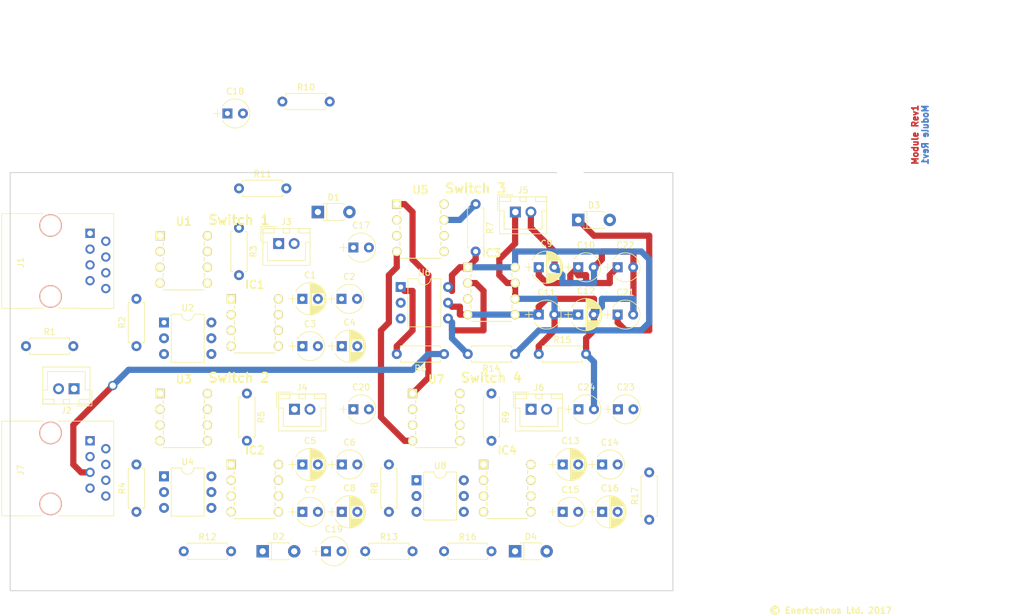
<source format=kicad_pcb>
(kicad_pcb (version 4) (host pcbnew 4.0.7)

  (general
    (links 137)
    (no_connects 107)
    (area 31.674999 45.644999 138.505001 113.105001)
    (thickness 1.6)
    (drawings 15)
    (tracks 126)
    (zones 0)
    (modules 68)
    (nets 34)
  )

  (page A4)
  (layers
    (0 F.Cu signal)
    (31 B.Cu signal)
    (33 F.Adhes user hide)
    (35 F.Paste user hide)
    (37 F.SilkS user)
    (39 F.Mask user)
    (40 Dwgs.User user)
    (41 Cmts.User user hide)
    (42 Eco1.User user hide)
    (43 Eco2.User user hide)
    (44 Edge.Cuts user)
    (45 Margin user hide)
    (47 F.CrtYd user)
    (49 F.Fab user hide)
  )

  (setup
    (last_trace_width 1)
    (trace_clearance 0.4)
    (zone_clearance 0.35)
    (zone_45_only no)
    (trace_min 0.2)
    (segment_width 0.2)
    (edge_width 0.15)
    (via_size 1.5)
    (via_drill 1)
    (via_min_size 0.4)
    (via_min_drill 0.3)
    (uvia_size 1)
    (uvia_drill 0.5)
    (uvias_allowed no)
    (uvia_min_size 0.2)
    (uvia_min_drill 0.1)
    (pcb_text_width 0.3)
    (pcb_text_size 1.5 1.5)
    (mod_edge_width 0.15)
    (mod_text_size 1 1)
    (mod_text_width 0.15)
    (pad_size 1.524 1.524)
    (pad_drill 0.762)
    (pad_to_mask_clearance 0.2)
    (aux_axis_origin 0 0)
    (visible_elements 7FFFEFFF)
    (pcbplotparams
      (layerselection 0x00030_80000001)
      (usegerberextensions false)
      (excludeedgelayer true)
      (linewidth 0.100000)
      (plotframeref false)
      (viasonmask false)
      (mode 1)
      (useauxorigin false)
      (hpglpennumber 1)
      (hpglpenspeed 20)
      (hpglpendiameter 15)
      (hpglpenoverlay 2)
      (psnegative false)
      (psa4output false)
      (plotreference true)
      (plotvalue true)
      (plotinvisibletext false)
      (padsonsilk false)
      (subtractmaskfromsilk false)
      (outputformat 1)
      (mirror false)
      (drillshape 1)
      (scaleselection 1)
      (outputdirectory ""))
  )

  (net 0 "")
  (net 1 "Net-(C1-Pad1)")
  (net 2 Earth)
  (net 3 "Net-(C3-Pad2)")
  (net 4 "Net-(C7-Pad2)")
  (net 5 "Net-(C10-Pad1)")
  (net 6 "Net-(C11-Pad2)")
  (net 7 "Net-(C13-Pad1)")
  (net 8 "Net-(C15-Pad2)")
  (net 9 "Net-(IC1-Pad2)")
  (net 10 "Net-(IC2-Pad2)")
  (net 11 "Net-(IC3-Pad2)")
  (net 12 "Net-(IC4-Pad2)")
  (net 13 DC_IN)
  (net 14 DC_GND)
  (net 15 ARD_TEMP)
  (net 16 ARD_GND)
  (net 17 "Net-(R2-Pad2)")
  (net 18 "Net-(R4-Pad2)")
  (net 19 "Net-(R6-Pad2)")
  (net 20 "Net-(R8-Pad2)")
  (net 21 "Net-(C20-Pad1)")
  (net 22 "Net-(C17-Pad1)")
  (net 23 "Net-(C19-Pad1)")
  (net 24 "Net-(C21-Pad1)")
  (net 25 "Net-(C23-Pad1)")
  (net 26 "Net-(R3-Pad1)")
  (net 27 "Net-(R5-Pad1)")
  (net 28 "Net-(R7-Pad1)")
  (net 29 "Net-(R9-Pad1)")
  (net 30 ARD_PWM_A)
  (net 31 ARD_PWM_B)
  (net 32 ARD_PWM_C)
  (net 33 ARD_PWM_D)

  (net_class Default "This is the default net class."
    (clearance 0.4)
    (trace_width 1)
    (via_dia 1.5)
    (via_drill 1)
    (uvia_dia 1)
    (uvia_drill 0.5)
    (add_net ARD_GND)
    (add_net ARD_PWM_A)
    (add_net ARD_PWM_B)
    (add_net ARD_PWM_C)
    (add_net ARD_PWM_D)
    (add_net ARD_TEMP)
    (add_net DC_GND)
    (add_net DC_IN)
    (add_net Earth)
    (add_net "Net-(C1-Pad1)")
    (add_net "Net-(C10-Pad1)")
    (add_net "Net-(C11-Pad2)")
    (add_net "Net-(C13-Pad1)")
    (add_net "Net-(C15-Pad2)")
    (add_net "Net-(C17-Pad1)")
    (add_net "Net-(C19-Pad1)")
    (add_net "Net-(C20-Pad1)")
    (add_net "Net-(C21-Pad1)")
    (add_net "Net-(C23-Pad1)")
    (add_net "Net-(C3-Pad2)")
    (add_net "Net-(C7-Pad2)")
    (add_net "Net-(IC1-Pad2)")
    (add_net "Net-(IC2-Pad2)")
    (add_net "Net-(IC3-Pad2)")
    (add_net "Net-(IC4-Pad2)")
    (add_net "Net-(R2-Pad2)")
    (add_net "Net-(R3-Pad1)")
    (add_net "Net-(R4-Pad2)")
    (add_net "Net-(R5-Pad1)")
    (add_net "Net-(R6-Pad2)")
    (add_net "Net-(R7-Pad1)")
    (add_net "Net-(R8-Pad2)")
    (add_net "Net-(R9-Pad1)")
  )

  (module Mounting_Holes:MountingHole_4.3mm_M4 (layer F.Cu) (tedit 59A7ED15) (tstamp 59A7F116)
    (at 53.34 107.95)
    (descr "Mounting Hole 4.3mm, no annular, M4")
    (tags "mounting hole 4.3mm no annular m4")
    (fp_text reference "" (at 0 -5.3) (layer F.SilkS)
      (effects (font (size 1 1) (thickness 0.15)))
    )
    (fp_text value MountingHole_4.3mm_M4 (at 0 5.3) (layer F.Fab)
      (effects (font (size 1 1) (thickness 0.15)))
    )
    (fp_circle (center 0 0) (end 4.3 0) (layer Cmts.User) (width 0.15))
    (fp_circle (center 0 0) (end 4.55 0) (layer F.CrtYd) (width 0.05))
    (pad 1 np_thru_hole circle (at 0 0) (size 4.3 4.3) (drill 4.3) (layers *.Cu *.Mask))
  )

  (module Mounting_Holes:MountingHole_4.3mm_M4 (layer F.Cu) (tedit 59A7ED1B) (tstamp 59A7F102)
    (at 124.46 107.95)
    (descr "Mounting Hole 4.3mm, no annular, M4")
    (tags "mounting hole 4.3mm no annular m4")
    (fp_text reference "" (at 0 -5.3) (layer F.SilkS)
      (effects (font (size 1 1) (thickness 0.15)))
    )
    (fp_text value MountingHole_4.3mm_M4 (at 0 5.3) (layer F.Fab)
      (effects (font (size 1 1) (thickness 0.15)))
    )
    (fp_circle (center 0 0) (end 4.3 0) (layer Cmts.User) (width 0.15))
    (fp_circle (center 0 0) (end 4.55 0) (layer F.CrtYd) (width 0.05))
    (pad 1 np_thru_hole circle (at 0 0) (size 4.3 4.3) (drill 4.3) (layers *.Cu *.Mask))
  )

  (module Mounting_Holes:MountingHole_4.3mm_M4 (layer F.Cu) (tedit 59A7ED10) (tstamp 59A7F0FC)
    (at 121.92 45.72)
    (descr "Mounting Hole 4.3mm, no annular, M4")
    (tags "mounting hole 4.3mm no annular m4")
    (fp_text reference "" (at 0 -5.3) (layer F.SilkS)
      (effects (font (size 1 1) (thickness 0.15)))
    )
    (fp_text value MountingHole_4.3mm_M4 (at 0 5.3) (layer F.Fab)
      (effects (font (size 1 1) (thickness 0.15)))
    )
    (fp_circle (center 0 0) (end 4.3 0) (layer Cmts.User) (width 0.15))
    (fp_circle (center 0 0) (end 4.55 0) (layer F.CrtYd) (width 0.05))
    (pad 1 np_thru_hole circle (at 0 0) (size 4.3 4.3) (drill 4.3) (layers *.Cu *.Mask))
  )

  (module Capacitors_THT:CP_Radial_Tantal_D4.5mm_P2.50mm (layer F.Cu) (tedit 597C781B) (tstamp 59A6E9D7)
    (at 123.19 60.96)
    (descr "CP, Radial_Tantal series, Radial, pin pitch=2.50mm, , diameter=4.5mm, Tantal Electrolytic Capacitor, http://cdn-reichelt.de/documents/datenblatt/B300/TANTAL-TB-Serie%23.pdf")
    (tags "CP Radial_Tantal series Radial pin pitch 2.50mm  diameter 4.5mm Tantal Electrolytic Capacitor")
    (path /59A71299/59A6D3E0)
    (fp_text reference C10 (at 1.25 -3.56) (layer F.SilkS)
      (effects (font (size 1 1) (thickness 0.15)))
    )
    (fp_text value 100nF (at 1.25 3.56) (layer F.Fab)
      (effects (font (size 1 1) (thickness 0.15)))
    )
    (fp_arc (start 1.25 0) (end -0.770693 -1.18) (angle 119.4) (layer F.SilkS) (width 0.12))
    (fp_arc (start 1.25 0) (end -0.770693 1.18) (angle -119.4) (layer F.SilkS) (width 0.12))
    (fp_arc (start 1.25 0) (end 3.270693 -1.18) (angle 60.6) (layer F.SilkS) (width 0.12))
    (fp_circle (center 1.25 0) (end 3.5 0) (layer F.Fab) (width 0.1))
    (fp_line (start -2.2 0) (end -1 0) (layer F.Fab) (width 0.1))
    (fp_line (start -1.6 -0.65) (end -1.6 0.65) (layer F.Fab) (width 0.1))
    (fp_line (start -2.2 0) (end -1 0) (layer F.SilkS) (width 0.12))
    (fp_line (start -1.6 -0.65) (end -1.6 0.65) (layer F.SilkS) (width 0.12))
    (fp_line (start -1.35 -2.6) (end -1.35 2.6) (layer F.CrtYd) (width 0.05))
    (fp_line (start -1.35 2.6) (end 3.85 2.6) (layer F.CrtYd) (width 0.05))
    (fp_line (start 3.85 2.6) (end 3.85 -2.6) (layer F.CrtYd) (width 0.05))
    (fp_line (start 3.85 -2.6) (end -1.35 -2.6) (layer F.CrtYd) (width 0.05))
    (fp_text user %R (at 1.25 0) (layer F.Fab)
      (effects (font (size 1 1) (thickness 0.15)))
    )
    (pad 1 thru_hole rect (at 0 0) (size 1.6 1.6) (drill 0.8) (layers *.Cu *.Mask)
      (net 5 "Net-(C10-Pad1)"))
    (pad 2 thru_hole circle (at 2.5 0) (size 1.6 1.6) (drill 0.8) (layers *.Cu *.Mask)
      (net 2 Earth))
    (model ${KISYS3DMOD}/Capacitors_THT.3dshapes/CP_Radial_Tantal_D4.5mm_P2.50mm.wrl
      (at (xyz 0 0 0))
      (scale (xyz 1 1 1))
      (rotate (xyz 0 0 0))
    )
  )

  (module PartsLibraries:TC4422AVPA (layer F.Cu) (tedit 592E9A52) (tstamp 59A6EF40)
    (at 96.52 81.28)
    (descr DIP254P762X432-8)
    (tags "Integrated Circuit")
    (path /59A712A3/59A6D3EA)
    (fp_text reference U7 (at 3.81 -2.286) (layer F.SilkS)
      (effects (font (size 1.27 1.27) (thickness 0.254)))
    )
    (fp_text value NME1212DC (at 3.556 9.906) (layer F.SilkS) hide
      (effects (font (size 1.27 1.27) (thickness 0.254)))
    )
    (fp_line (start 0.508 8.7122) (end 0.508 -1.0922) (layer Dwgs.User) (width 0.1524))
    (fp_line (start 0.508 -1.1938) (end 7.112 -1.1938) (layer Dwgs.User) (width 0.1524))
    (fp_line (start -0.4826 3.048) (end 0.508 3.048) (layer Dwgs.User) (width 0.1524))
    (fp_line (start -0.4826 2.032) (end -0.4826 3.048) (layer Dwgs.User) (width 0.1524))
    (fp_line (start 0.508 2.032) (end -0.4826 2.032) (layer Dwgs.User) (width 0.1524))
    (fp_line (start 0.508 3.048) (end 0.508 2.032) (layer Dwgs.User) (width 0.1524))
    (fp_line (start 7.112 1.5748) (end 7.112 0.9652) (layer F.SilkS) (width 0.1524))
    (fp_line (start 7.112 4.1148) (end 7.112 3.5052) (layer F.SilkS) (width 0.1524))
    (fp_line (start 0.508 6.0452) (end 0.508 6.6548) (layer F.SilkS) (width 0.1524))
    (fp_line (start 0.508 3.5052) (end 0.508 4.1148) (layer F.SilkS) (width 0.1524))
    (fp_line (start 0.508 8.7122) (end 7.112 8.7122) (layer F.SilkS) (width 0.1524))
    (fp_line (start 7.112 6.6548) (end 7.112 6.0452) (layer F.SilkS) (width 0.1524))
    (fp_line (start 0.508 1.0922) (end 0.508 1.5748) (layer F.SilkS) (width 0.1524))
    (fp_line (start 0.508 0.508) (end 0.508 -0.508) (layer Dwgs.User) (width 0.1524))
    (fp_line (start 0.508 -0.508) (end -0.4826 -0.508) (layer Dwgs.User) (width 0.1524))
    (fp_line (start -0.4826 -0.508) (end -0.4826 0.508) (layer Dwgs.User) (width 0.1524))
    (fp_line (start -0.4826 0.508) (end 0.508 0.508) (layer Dwgs.User) (width 0.1524))
    (fp_line (start 0.508 5.588) (end 0.508 4.572) (layer Dwgs.User) (width 0.1524))
    (fp_line (start 0.508 4.572) (end -0.4826 4.572) (layer Dwgs.User) (width 0.1524))
    (fp_line (start -0.4826 4.572) (end -0.4826 5.588) (layer Dwgs.User) (width 0.1524))
    (fp_line (start -0.4826 5.588) (end 0.508 5.588) (layer Dwgs.User) (width 0.1524))
    (fp_line (start 0.508 8.128) (end 0.508 7.112) (layer Dwgs.User) (width 0.1524))
    (fp_line (start 0.508 7.112) (end -0.4826 7.1374) (layer Dwgs.User) (width 0.1524))
    (fp_line (start -0.4826 7.1374) (end -0.4826 8.128) (layer Dwgs.User) (width 0.1524))
    (fp_line (start -0.4826 8.128) (end 0.508 8.128) (layer Dwgs.User) (width 0.1524))
    (fp_line (start 7.112 7.112) (end 7.112 8.128) (layer Dwgs.User) (width 0.1524))
    (fp_line (start 7.112 8.128) (end 8.1026 8.1026) (layer Dwgs.User) (width 0.1524))
    (fp_line (start 8.1026 8.1026) (end 8.1026 7.112) (layer Dwgs.User) (width 0.1524))
    (fp_line (start 8.1026 7.112) (end 7.112 7.112) (layer Dwgs.User) (width 0.1524))
    (fp_line (start 7.112 4.572) (end 7.112 5.588) (layer Dwgs.User) (width 0.1524))
    (fp_line (start 7.112 5.588) (end 8.1026 5.5626) (layer Dwgs.User) (width 0.1524))
    (fp_line (start 8.1026 5.5626) (end 8.1026 4.572) (layer Dwgs.User) (width 0.1524))
    (fp_line (start 8.1026 4.572) (end 7.112 4.572) (layer Dwgs.User) (width 0.1524))
    (fp_line (start 7.112 2.032) (end 7.112 3.048) (layer Dwgs.User) (width 0.1524))
    (fp_line (start 7.112 3.048) (end 8.1026 3.048) (layer Dwgs.User) (width 0.1524))
    (fp_line (start 8.1026 3.048) (end 8.1026 2.032) (layer Dwgs.User) (width 0.1524))
    (fp_line (start 8.1026 2.032) (end 7.112 2.032) (layer Dwgs.User) (width 0.1524))
    (fp_line (start 7.112 -0.508) (end 7.112 0.508) (layer Dwgs.User) (width 0.1524))
    (fp_line (start 7.112 0.508) (end 8.1026 0.508) (layer Dwgs.User) (width 0.1524))
    (fp_line (start 8.1026 0.508) (end 8.1026 -0.508) (layer Dwgs.User) (width 0.1524))
    (fp_line (start 8.1026 -0.508) (end 7.112 -0.508) (layer Dwgs.User) (width 0.1524))
    (fp_line (start 0.508 8.7122) (end 7.112 8.7122) (layer Dwgs.User) (width 0.1524))
    (fp_line (start 7.112 8.7122) (end 7.112 -1.0922) (layer Dwgs.User) (width 0.1524))
    (pad 1 thru_hole rect (at 0 0 90) (size 1.4859 1.4859) (drill 0.9906) (layers *.Cu *.Mask F.SilkS)
      (net 14 DC_GND))
    (pad 2 thru_hole circle (at 0 2.54 90) (size 1.4859 1.4859) (drill 0.9906) (layers *.Cu *.Mask F.SilkS))
    (pad 3 thru_hole circle (at 0 5.08 90) (size 1.4859 1.4859) (drill 0.9906) (layers *.Cu *.Mask F.SilkS))
    (pad 4 thru_hole circle (at 0 7.62 90) (size 1.4859 1.4859) (drill 0.9906) (layers *.Cu *.Mask F.SilkS)
      (net 13 DC_IN))
    (pad 5 thru_hole circle (at 7.62 7.62 90) (size 1.4859 1.4859) (drill 0.9906) (layers *.Cu *.Mask F.SilkS)
      (net 7 "Net-(C13-Pad1)"))
    (pad 6 thru_hole circle (at 7.62 5.08 90) (size 1.4859 1.4859) (drill 0.9906) (layers *.Cu *.Mask F.SilkS))
    (pad 7 thru_hole circle (at 7.62 2.54 90) (size 1.4859 1.4859) (drill 0.9906) (layers *.Cu *.Mask F.SilkS)
      (net 29 "Net-(R9-Pad1)"))
    (pad 8 thru_hole circle (at 7.62 0 90) (size 1.4859 1.4859) (drill 0.9906) (layers *.Cu *.Mask F.SilkS))
    (model Housings_DIP.3dshapes/DIP-8_W7.62mm.wrl
      (at (xyz 0 0 0))
      (scale (xyz 1 1 1))
      (rotate (xyz 0 0 0))
    )
  )

  (module PartsLibraries:TC4422AVPA (layer F.Cu) (tedit 592E9A52) (tstamp 59A6EE9E)
    (at 55.88 81.28)
    (descr DIP254P762X432-8)
    (tags "Integrated Circuit")
    (path /59A7109E/59A6D3EA)
    (fp_text reference U3 (at 3.81 -2.286) (layer F.SilkS)
      (effects (font (size 1.27 1.27) (thickness 0.254)))
    )
    (fp_text value NME1212DC (at 3.556 9.906) (layer F.SilkS) hide
      (effects (font (size 1.27 1.27) (thickness 0.254)))
    )
    (fp_line (start 0.508 8.7122) (end 0.508 -1.0922) (layer Dwgs.User) (width 0.1524))
    (fp_line (start 0.508 -1.1938) (end 7.112 -1.1938) (layer Dwgs.User) (width 0.1524))
    (fp_line (start -0.4826 3.048) (end 0.508 3.048) (layer Dwgs.User) (width 0.1524))
    (fp_line (start -0.4826 2.032) (end -0.4826 3.048) (layer Dwgs.User) (width 0.1524))
    (fp_line (start 0.508 2.032) (end -0.4826 2.032) (layer Dwgs.User) (width 0.1524))
    (fp_line (start 0.508 3.048) (end 0.508 2.032) (layer Dwgs.User) (width 0.1524))
    (fp_line (start 7.112 1.5748) (end 7.112 0.9652) (layer F.SilkS) (width 0.1524))
    (fp_line (start 7.112 4.1148) (end 7.112 3.5052) (layer F.SilkS) (width 0.1524))
    (fp_line (start 0.508 6.0452) (end 0.508 6.6548) (layer F.SilkS) (width 0.1524))
    (fp_line (start 0.508 3.5052) (end 0.508 4.1148) (layer F.SilkS) (width 0.1524))
    (fp_line (start 0.508 8.7122) (end 7.112 8.7122) (layer F.SilkS) (width 0.1524))
    (fp_line (start 7.112 6.6548) (end 7.112 6.0452) (layer F.SilkS) (width 0.1524))
    (fp_line (start 0.508 1.0922) (end 0.508 1.5748) (layer F.SilkS) (width 0.1524))
    (fp_line (start 0.508 0.508) (end 0.508 -0.508) (layer Dwgs.User) (width 0.1524))
    (fp_line (start 0.508 -0.508) (end -0.4826 -0.508) (layer Dwgs.User) (width 0.1524))
    (fp_line (start -0.4826 -0.508) (end -0.4826 0.508) (layer Dwgs.User) (width 0.1524))
    (fp_line (start -0.4826 0.508) (end 0.508 0.508) (layer Dwgs.User) (width 0.1524))
    (fp_line (start 0.508 5.588) (end 0.508 4.572) (layer Dwgs.User) (width 0.1524))
    (fp_line (start 0.508 4.572) (end -0.4826 4.572) (layer Dwgs.User) (width 0.1524))
    (fp_line (start -0.4826 4.572) (end -0.4826 5.588) (layer Dwgs.User) (width 0.1524))
    (fp_line (start -0.4826 5.588) (end 0.508 5.588) (layer Dwgs.User) (width 0.1524))
    (fp_line (start 0.508 8.128) (end 0.508 7.112) (layer Dwgs.User) (width 0.1524))
    (fp_line (start 0.508 7.112) (end -0.4826 7.1374) (layer Dwgs.User) (width 0.1524))
    (fp_line (start -0.4826 7.1374) (end -0.4826 8.128) (layer Dwgs.User) (width 0.1524))
    (fp_line (start -0.4826 8.128) (end 0.508 8.128) (layer Dwgs.User) (width 0.1524))
    (fp_line (start 7.112 7.112) (end 7.112 8.128) (layer Dwgs.User) (width 0.1524))
    (fp_line (start 7.112 8.128) (end 8.1026 8.1026) (layer Dwgs.User) (width 0.1524))
    (fp_line (start 8.1026 8.1026) (end 8.1026 7.112) (layer Dwgs.User) (width 0.1524))
    (fp_line (start 8.1026 7.112) (end 7.112 7.112) (layer Dwgs.User) (width 0.1524))
    (fp_line (start 7.112 4.572) (end 7.112 5.588) (layer Dwgs.User) (width 0.1524))
    (fp_line (start 7.112 5.588) (end 8.1026 5.5626) (layer Dwgs.User) (width 0.1524))
    (fp_line (start 8.1026 5.5626) (end 8.1026 4.572) (layer Dwgs.User) (width 0.1524))
    (fp_line (start 8.1026 4.572) (end 7.112 4.572) (layer Dwgs.User) (width 0.1524))
    (fp_line (start 7.112 2.032) (end 7.112 3.048) (layer Dwgs.User) (width 0.1524))
    (fp_line (start 7.112 3.048) (end 8.1026 3.048) (layer Dwgs.User) (width 0.1524))
    (fp_line (start 8.1026 3.048) (end 8.1026 2.032) (layer Dwgs.User) (width 0.1524))
    (fp_line (start 8.1026 2.032) (end 7.112 2.032) (layer Dwgs.User) (width 0.1524))
    (fp_line (start 7.112 -0.508) (end 7.112 0.508) (layer Dwgs.User) (width 0.1524))
    (fp_line (start 7.112 0.508) (end 8.1026 0.508) (layer Dwgs.User) (width 0.1524))
    (fp_line (start 8.1026 0.508) (end 8.1026 -0.508) (layer Dwgs.User) (width 0.1524))
    (fp_line (start 8.1026 -0.508) (end 7.112 -0.508) (layer Dwgs.User) (width 0.1524))
    (fp_line (start 0.508 8.7122) (end 7.112 8.7122) (layer Dwgs.User) (width 0.1524))
    (fp_line (start 7.112 8.7122) (end 7.112 -1.0922) (layer Dwgs.User) (width 0.1524))
    (pad 1 thru_hole rect (at 0 0 90) (size 1.4859 1.4859) (drill 0.9906) (layers *.Cu *.Mask F.SilkS)
      (net 14 DC_GND))
    (pad 2 thru_hole circle (at 0 2.54 90) (size 1.4859 1.4859) (drill 0.9906) (layers *.Cu *.Mask F.SilkS))
    (pad 3 thru_hole circle (at 0 5.08 90) (size 1.4859 1.4859) (drill 0.9906) (layers *.Cu *.Mask F.SilkS))
    (pad 4 thru_hole circle (at 0 7.62 90) (size 1.4859 1.4859) (drill 0.9906) (layers *.Cu *.Mask F.SilkS)
      (net 13 DC_IN))
    (pad 5 thru_hole circle (at 7.62 7.62 90) (size 1.4859 1.4859) (drill 0.9906) (layers *.Cu *.Mask F.SilkS)
      (net 21 "Net-(C20-Pad1)"))
    (pad 6 thru_hole circle (at 7.62 5.08 90) (size 1.4859 1.4859) (drill 0.9906) (layers *.Cu *.Mask F.SilkS))
    (pad 7 thru_hole circle (at 7.62 2.54 90) (size 1.4859 1.4859) (drill 0.9906) (layers *.Cu *.Mask F.SilkS)
      (net 27 "Net-(R5-Pad1)"))
    (pad 8 thru_hole circle (at 7.62 0 90) (size 1.4859 1.4859) (drill 0.9906) (layers *.Cu *.Mask F.SilkS))
    (model Housings_DIP.3dshapes/DIP-8_W7.62mm.wrl
      (at (xyz 0 0 0))
      (scale (xyz 1 1 1))
      (rotate (xyz 0 0 0))
    )
  )

  (module PartsLibraries:TC4422AVPA (layer F.Cu) (tedit 592E9A52) (tstamp 59A6EEEF)
    (at 93.98 50.8)
    (descr DIP254P762X432-8)
    (tags "Integrated Circuit")
    (path /59A71299/59A6D3EA)
    (fp_text reference U5 (at 3.81 -2.286) (layer F.SilkS)
      (effects (font (size 1.27 1.27) (thickness 0.254)))
    )
    (fp_text value NME1212DC (at 3.556 9.906) (layer F.SilkS) hide
      (effects (font (size 1.27 1.27) (thickness 0.254)))
    )
    (fp_line (start 0.508 8.7122) (end 0.508 -1.0922) (layer Dwgs.User) (width 0.1524))
    (fp_line (start 0.508 -1.1938) (end 7.112 -1.1938) (layer Dwgs.User) (width 0.1524))
    (fp_line (start -0.4826 3.048) (end 0.508 3.048) (layer Dwgs.User) (width 0.1524))
    (fp_line (start -0.4826 2.032) (end -0.4826 3.048) (layer Dwgs.User) (width 0.1524))
    (fp_line (start 0.508 2.032) (end -0.4826 2.032) (layer Dwgs.User) (width 0.1524))
    (fp_line (start 0.508 3.048) (end 0.508 2.032) (layer Dwgs.User) (width 0.1524))
    (fp_line (start 7.112 1.5748) (end 7.112 0.9652) (layer F.SilkS) (width 0.1524))
    (fp_line (start 7.112 4.1148) (end 7.112 3.5052) (layer F.SilkS) (width 0.1524))
    (fp_line (start 0.508 6.0452) (end 0.508 6.6548) (layer F.SilkS) (width 0.1524))
    (fp_line (start 0.508 3.5052) (end 0.508 4.1148) (layer F.SilkS) (width 0.1524))
    (fp_line (start 0.508 8.7122) (end 7.112 8.7122) (layer F.SilkS) (width 0.1524))
    (fp_line (start 7.112 6.6548) (end 7.112 6.0452) (layer F.SilkS) (width 0.1524))
    (fp_line (start 0.508 1.0922) (end 0.508 1.5748) (layer F.SilkS) (width 0.1524))
    (fp_line (start 0.508 0.508) (end 0.508 -0.508) (layer Dwgs.User) (width 0.1524))
    (fp_line (start 0.508 -0.508) (end -0.4826 -0.508) (layer Dwgs.User) (width 0.1524))
    (fp_line (start -0.4826 -0.508) (end -0.4826 0.508) (layer Dwgs.User) (width 0.1524))
    (fp_line (start -0.4826 0.508) (end 0.508 0.508) (layer Dwgs.User) (width 0.1524))
    (fp_line (start 0.508 5.588) (end 0.508 4.572) (layer Dwgs.User) (width 0.1524))
    (fp_line (start 0.508 4.572) (end -0.4826 4.572) (layer Dwgs.User) (width 0.1524))
    (fp_line (start -0.4826 4.572) (end -0.4826 5.588) (layer Dwgs.User) (width 0.1524))
    (fp_line (start -0.4826 5.588) (end 0.508 5.588) (layer Dwgs.User) (width 0.1524))
    (fp_line (start 0.508 8.128) (end 0.508 7.112) (layer Dwgs.User) (width 0.1524))
    (fp_line (start 0.508 7.112) (end -0.4826 7.1374) (layer Dwgs.User) (width 0.1524))
    (fp_line (start -0.4826 7.1374) (end -0.4826 8.128) (layer Dwgs.User) (width 0.1524))
    (fp_line (start -0.4826 8.128) (end 0.508 8.128) (layer Dwgs.User) (width 0.1524))
    (fp_line (start 7.112 7.112) (end 7.112 8.128) (layer Dwgs.User) (width 0.1524))
    (fp_line (start 7.112 8.128) (end 8.1026 8.1026) (layer Dwgs.User) (width 0.1524))
    (fp_line (start 8.1026 8.1026) (end 8.1026 7.112) (layer Dwgs.User) (width 0.1524))
    (fp_line (start 8.1026 7.112) (end 7.112 7.112) (layer Dwgs.User) (width 0.1524))
    (fp_line (start 7.112 4.572) (end 7.112 5.588) (layer Dwgs.User) (width 0.1524))
    (fp_line (start 7.112 5.588) (end 8.1026 5.5626) (layer Dwgs.User) (width 0.1524))
    (fp_line (start 8.1026 5.5626) (end 8.1026 4.572) (layer Dwgs.User) (width 0.1524))
    (fp_line (start 8.1026 4.572) (end 7.112 4.572) (layer Dwgs.User) (width 0.1524))
    (fp_line (start 7.112 2.032) (end 7.112 3.048) (layer Dwgs.User) (width 0.1524))
    (fp_line (start 7.112 3.048) (end 8.1026 3.048) (layer Dwgs.User) (width 0.1524))
    (fp_line (start 8.1026 3.048) (end 8.1026 2.032) (layer Dwgs.User) (width 0.1524))
    (fp_line (start 8.1026 2.032) (end 7.112 2.032) (layer Dwgs.User) (width 0.1524))
    (fp_line (start 7.112 -0.508) (end 7.112 0.508) (layer Dwgs.User) (width 0.1524))
    (fp_line (start 7.112 0.508) (end 8.1026 0.508) (layer Dwgs.User) (width 0.1524))
    (fp_line (start 8.1026 0.508) (end 8.1026 -0.508) (layer Dwgs.User) (width 0.1524))
    (fp_line (start 8.1026 -0.508) (end 7.112 -0.508) (layer Dwgs.User) (width 0.1524))
    (fp_line (start 0.508 8.7122) (end 7.112 8.7122) (layer Dwgs.User) (width 0.1524))
    (fp_line (start 7.112 8.7122) (end 7.112 -1.0922) (layer Dwgs.User) (width 0.1524))
    (pad 1 thru_hole rect (at 0 0 90) (size 1.4859 1.4859) (drill 0.9906) (layers *.Cu *.Mask F.SilkS)
      (net 14 DC_GND))
    (pad 2 thru_hole circle (at 0 2.54 90) (size 1.4859 1.4859) (drill 0.9906) (layers *.Cu *.Mask F.SilkS))
    (pad 3 thru_hole circle (at 0 5.08 90) (size 1.4859 1.4859) (drill 0.9906) (layers *.Cu *.Mask F.SilkS))
    (pad 4 thru_hole circle (at 0 7.62 90) (size 1.4859 1.4859) (drill 0.9906) (layers *.Cu *.Mask F.SilkS)
      (net 13 DC_IN))
    (pad 5 thru_hole circle (at 7.62 7.62 90) (size 1.4859 1.4859) (drill 0.9906) (layers *.Cu *.Mask F.SilkS)
      (net 5 "Net-(C10-Pad1)"))
    (pad 6 thru_hole circle (at 7.62 5.08 90) (size 1.4859 1.4859) (drill 0.9906) (layers *.Cu *.Mask F.SilkS))
    (pad 7 thru_hole circle (at 7.62 2.54 90) (size 1.4859 1.4859) (drill 0.9906) (layers *.Cu *.Mask F.SilkS)
      (net 28 "Net-(R7-Pad1)"))
    (pad 8 thru_hole circle (at 7.62 0 90) (size 1.4859 1.4859) (drill 0.9906) (layers *.Cu *.Mask F.SilkS))
    (model Housings_DIP.3dshapes/DIP-8_W7.62mm.wrl
      (at (xyz 0 0 0))
      (scale (xyz 1 1 1))
      (rotate (xyz 0 0 0))
    )
  )

  (module PartsLibraries:TC4422AVPA (layer F.Cu) (tedit 592E9A52) (tstamp 59A6EC7B)
    (at 107.95 92.71)
    (descr DIP254P762X432-8)
    (tags "Integrated Circuit")
    (path /59A712A3/59498139)
    (fp_text reference IC4 (at 3.81 -2.286) (layer F.SilkS)
      (effects (font (size 1.27 1.27) (thickness 0.254)))
    )
    (fp_text value TC4422AVPA (at 3.556 9.906) (layer F.SilkS) hide
      (effects (font (size 1.27 1.27) (thickness 0.254)))
    )
    (fp_line (start 0.508 8.7122) (end 0.508 -1.0922) (layer Dwgs.User) (width 0.1524))
    (fp_line (start 0.508 -1.1938) (end 7.112 -1.1938) (layer Dwgs.User) (width 0.1524))
    (fp_line (start -0.4826 3.048) (end 0.508 3.048) (layer Dwgs.User) (width 0.1524))
    (fp_line (start -0.4826 2.032) (end -0.4826 3.048) (layer Dwgs.User) (width 0.1524))
    (fp_line (start 0.508 2.032) (end -0.4826 2.032) (layer Dwgs.User) (width 0.1524))
    (fp_line (start 0.508 3.048) (end 0.508 2.032) (layer Dwgs.User) (width 0.1524))
    (fp_line (start 7.112 1.5748) (end 7.112 0.9652) (layer F.SilkS) (width 0.1524))
    (fp_line (start 7.112 4.1148) (end 7.112 3.5052) (layer F.SilkS) (width 0.1524))
    (fp_line (start 0.508 6.0452) (end 0.508 6.6548) (layer F.SilkS) (width 0.1524))
    (fp_line (start 0.508 3.5052) (end 0.508 4.1148) (layer F.SilkS) (width 0.1524))
    (fp_line (start 0.508 8.7122) (end 7.112 8.7122) (layer F.SilkS) (width 0.1524))
    (fp_line (start 7.112 6.6548) (end 7.112 6.0452) (layer F.SilkS) (width 0.1524))
    (fp_line (start 0.508 1.0922) (end 0.508 1.5748) (layer F.SilkS) (width 0.1524))
    (fp_line (start 0.508 0.508) (end 0.508 -0.508) (layer Dwgs.User) (width 0.1524))
    (fp_line (start 0.508 -0.508) (end -0.4826 -0.508) (layer Dwgs.User) (width 0.1524))
    (fp_line (start -0.4826 -0.508) (end -0.4826 0.508) (layer Dwgs.User) (width 0.1524))
    (fp_line (start -0.4826 0.508) (end 0.508 0.508) (layer Dwgs.User) (width 0.1524))
    (fp_line (start 0.508 5.588) (end 0.508 4.572) (layer Dwgs.User) (width 0.1524))
    (fp_line (start 0.508 4.572) (end -0.4826 4.572) (layer Dwgs.User) (width 0.1524))
    (fp_line (start -0.4826 4.572) (end -0.4826 5.588) (layer Dwgs.User) (width 0.1524))
    (fp_line (start -0.4826 5.588) (end 0.508 5.588) (layer Dwgs.User) (width 0.1524))
    (fp_line (start 0.508 8.128) (end 0.508 7.112) (layer Dwgs.User) (width 0.1524))
    (fp_line (start 0.508 7.112) (end -0.4826 7.1374) (layer Dwgs.User) (width 0.1524))
    (fp_line (start -0.4826 7.1374) (end -0.4826 8.128) (layer Dwgs.User) (width 0.1524))
    (fp_line (start -0.4826 8.128) (end 0.508 8.128) (layer Dwgs.User) (width 0.1524))
    (fp_line (start 7.112 7.112) (end 7.112 8.128) (layer Dwgs.User) (width 0.1524))
    (fp_line (start 7.112 8.128) (end 8.1026 8.1026) (layer Dwgs.User) (width 0.1524))
    (fp_line (start 8.1026 8.1026) (end 8.1026 7.112) (layer Dwgs.User) (width 0.1524))
    (fp_line (start 8.1026 7.112) (end 7.112 7.112) (layer Dwgs.User) (width 0.1524))
    (fp_line (start 7.112 4.572) (end 7.112 5.588) (layer Dwgs.User) (width 0.1524))
    (fp_line (start 7.112 5.588) (end 8.1026 5.5626) (layer Dwgs.User) (width 0.1524))
    (fp_line (start 8.1026 5.5626) (end 8.1026 4.572) (layer Dwgs.User) (width 0.1524))
    (fp_line (start 8.1026 4.572) (end 7.112 4.572) (layer Dwgs.User) (width 0.1524))
    (fp_line (start 7.112 2.032) (end 7.112 3.048) (layer Dwgs.User) (width 0.1524))
    (fp_line (start 7.112 3.048) (end 8.1026 3.048) (layer Dwgs.User) (width 0.1524))
    (fp_line (start 8.1026 3.048) (end 8.1026 2.032) (layer Dwgs.User) (width 0.1524))
    (fp_line (start 8.1026 2.032) (end 7.112 2.032) (layer Dwgs.User) (width 0.1524))
    (fp_line (start 7.112 -0.508) (end 7.112 0.508) (layer Dwgs.User) (width 0.1524))
    (fp_line (start 7.112 0.508) (end 8.1026 0.508) (layer Dwgs.User) (width 0.1524))
    (fp_line (start 8.1026 0.508) (end 8.1026 -0.508) (layer Dwgs.User) (width 0.1524))
    (fp_line (start 8.1026 -0.508) (end 7.112 -0.508) (layer Dwgs.User) (width 0.1524))
    (fp_line (start 0.508 8.7122) (end 7.112 8.7122) (layer Dwgs.User) (width 0.1524))
    (fp_line (start 7.112 8.7122) (end 7.112 -1.0922) (layer Dwgs.User) (width 0.1524))
    (pad 1 thru_hole rect (at 0 0 90) (size 1.4859 1.4859) (drill 0.9906) (layers *.Cu *.Mask F.SilkS)
      (net 25 "Net-(C23-Pad1)"))
    (pad 2 thru_hole circle (at 0 2.54 90) (size 1.4859 1.4859) (drill 0.9906) (layers *.Cu *.Mask F.SilkS)
      (net 12 "Net-(IC4-Pad2)"))
    (pad 3 thru_hole circle (at 0 5.08 90) (size 1.4859 1.4859) (drill 0.9906) (layers *.Cu *.Mask F.SilkS))
    (pad 4 thru_hole circle (at 0 7.62 90) (size 1.4859 1.4859) (drill 0.9906) (layers *.Cu *.Mask F.SilkS)
      (net 2 Earth))
    (pad 5 thru_hole circle (at 7.62 7.62 90) (size 1.4859 1.4859) (drill 0.9906) (layers *.Cu *.Mask F.SilkS)
      (net 2 Earth))
    (pad 6 thru_hole circle (at 7.62 5.08 90) (size 1.4859 1.4859) (drill 0.9906) (layers *.Cu *.Mask F.SilkS)
      (net 8 "Net-(C15-Pad2)"))
    (pad 7 thru_hole circle (at 7.62 2.54 90) (size 1.4859 1.4859) (drill 0.9906) (layers *.Cu *.Mask F.SilkS)
      (net 8 "Net-(C15-Pad2)"))
    (pad 8 thru_hole circle (at 7.62 0 90) (size 1.4859 1.4859) (drill 0.9906) (layers *.Cu *.Mask F.SilkS)
      (net 25 "Net-(C23-Pad1)"))
    (model Housings_DIP.3dshapes/DIP-8_W7.62mm.wrl
      (at (xyz 0 0 0))
      (scale (xyz 1 1 1))
      (rotate (xyz 0 0 0))
    )
  )

  (module PartsLibraries:TC4422AVPA (layer F.Cu) (tedit 592E9A52) (tstamp 59A6EC0D)
    (at 67.31 92.71)
    (descr DIP254P762X432-8)
    (tags "Integrated Circuit")
    (path /59A7109E/59498139)
    (fp_text reference IC2 (at 3.81 -2.286) (layer F.SilkS)
      (effects (font (size 1.27 1.27) (thickness 0.254)))
    )
    (fp_text value TC4422AVPA (at 3.556 9.906) (layer F.SilkS) hide
      (effects (font (size 1.27 1.27) (thickness 0.254)))
    )
    (fp_line (start 0.508 8.7122) (end 0.508 -1.0922) (layer Dwgs.User) (width 0.1524))
    (fp_line (start 0.508 -1.1938) (end 7.112 -1.1938) (layer Dwgs.User) (width 0.1524))
    (fp_line (start -0.4826 3.048) (end 0.508 3.048) (layer Dwgs.User) (width 0.1524))
    (fp_line (start -0.4826 2.032) (end -0.4826 3.048) (layer Dwgs.User) (width 0.1524))
    (fp_line (start 0.508 2.032) (end -0.4826 2.032) (layer Dwgs.User) (width 0.1524))
    (fp_line (start 0.508 3.048) (end 0.508 2.032) (layer Dwgs.User) (width 0.1524))
    (fp_line (start 7.112 1.5748) (end 7.112 0.9652) (layer F.SilkS) (width 0.1524))
    (fp_line (start 7.112 4.1148) (end 7.112 3.5052) (layer F.SilkS) (width 0.1524))
    (fp_line (start 0.508 6.0452) (end 0.508 6.6548) (layer F.SilkS) (width 0.1524))
    (fp_line (start 0.508 3.5052) (end 0.508 4.1148) (layer F.SilkS) (width 0.1524))
    (fp_line (start 0.508 8.7122) (end 7.112 8.7122) (layer F.SilkS) (width 0.1524))
    (fp_line (start 7.112 6.6548) (end 7.112 6.0452) (layer F.SilkS) (width 0.1524))
    (fp_line (start 0.508 1.0922) (end 0.508 1.5748) (layer F.SilkS) (width 0.1524))
    (fp_line (start 0.508 0.508) (end 0.508 -0.508) (layer Dwgs.User) (width 0.1524))
    (fp_line (start 0.508 -0.508) (end -0.4826 -0.508) (layer Dwgs.User) (width 0.1524))
    (fp_line (start -0.4826 -0.508) (end -0.4826 0.508) (layer Dwgs.User) (width 0.1524))
    (fp_line (start -0.4826 0.508) (end 0.508 0.508) (layer Dwgs.User) (width 0.1524))
    (fp_line (start 0.508 5.588) (end 0.508 4.572) (layer Dwgs.User) (width 0.1524))
    (fp_line (start 0.508 4.572) (end -0.4826 4.572) (layer Dwgs.User) (width 0.1524))
    (fp_line (start -0.4826 4.572) (end -0.4826 5.588) (layer Dwgs.User) (width 0.1524))
    (fp_line (start -0.4826 5.588) (end 0.508 5.588) (layer Dwgs.User) (width 0.1524))
    (fp_line (start 0.508 8.128) (end 0.508 7.112) (layer Dwgs.User) (width 0.1524))
    (fp_line (start 0.508 7.112) (end -0.4826 7.1374) (layer Dwgs.User) (width 0.1524))
    (fp_line (start -0.4826 7.1374) (end -0.4826 8.128) (layer Dwgs.User) (width 0.1524))
    (fp_line (start -0.4826 8.128) (end 0.508 8.128) (layer Dwgs.User) (width 0.1524))
    (fp_line (start 7.112 7.112) (end 7.112 8.128) (layer Dwgs.User) (width 0.1524))
    (fp_line (start 7.112 8.128) (end 8.1026 8.1026) (layer Dwgs.User) (width 0.1524))
    (fp_line (start 8.1026 8.1026) (end 8.1026 7.112) (layer Dwgs.User) (width 0.1524))
    (fp_line (start 8.1026 7.112) (end 7.112 7.112) (layer Dwgs.User) (width 0.1524))
    (fp_line (start 7.112 4.572) (end 7.112 5.588) (layer Dwgs.User) (width 0.1524))
    (fp_line (start 7.112 5.588) (end 8.1026 5.5626) (layer Dwgs.User) (width 0.1524))
    (fp_line (start 8.1026 5.5626) (end 8.1026 4.572) (layer Dwgs.User) (width 0.1524))
    (fp_line (start 8.1026 4.572) (end 7.112 4.572) (layer Dwgs.User) (width 0.1524))
    (fp_line (start 7.112 2.032) (end 7.112 3.048) (layer Dwgs.User) (width 0.1524))
    (fp_line (start 7.112 3.048) (end 8.1026 3.048) (layer Dwgs.User) (width 0.1524))
    (fp_line (start 8.1026 3.048) (end 8.1026 2.032) (layer Dwgs.User) (width 0.1524))
    (fp_line (start 8.1026 2.032) (end 7.112 2.032) (layer Dwgs.User) (width 0.1524))
    (fp_line (start 7.112 -0.508) (end 7.112 0.508) (layer Dwgs.User) (width 0.1524))
    (fp_line (start 7.112 0.508) (end 8.1026 0.508) (layer Dwgs.User) (width 0.1524))
    (fp_line (start 8.1026 0.508) (end 8.1026 -0.508) (layer Dwgs.User) (width 0.1524))
    (fp_line (start 8.1026 -0.508) (end 7.112 -0.508) (layer Dwgs.User) (width 0.1524))
    (fp_line (start 0.508 8.7122) (end 7.112 8.7122) (layer Dwgs.User) (width 0.1524))
    (fp_line (start 7.112 8.7122) (end 7.112 -1.0922) (layer Dwgs.User) (width 0.1524))
    (pad 1 thru_hole rect (at 0 0 90) (size 1.4859 1.4859) (drill 0.9906) (layers *.Cu *.Mask F.SilkS)
      (net 23 "Net-(C19-Pad1)"))
    (pad 2 thru_hole circle (at 0 2.54 90) (size 1.4859 1.4859) (drill 0.9906) (layers *.Cu *.Mask F.SilkS)
      (net 10 "Net-(IC2-Pad2)"))
    (pad 3 thru_hole circle (at 0 5.08 90) (size 1.4859 1.4859) (drill 0.9906) (layers *.Cu *.Mask F.SilkS))
    (pad 4 thru_hole circle (at 0 7.62 90) (size 1.4859 1.4859) (drill 0.9906) (layers *.Cu *.Mask F.SilkS)
      (net 2 Earth))
    (pad 5 thru_hole circle (at 7.62 7.62 90) (size 1.4859 1.4859) (drill 0.9906) (layers *.Cu *.Mask F.SilkS)
      (net 2 Earth))
    (pad 6 thru_hole circle (at 7.62 5.08 90) (size 1.4859 1.4859) (drill 0.9906) (layers *.Cu *.Mask F.SilkS)
      (net 4 "Net-(C7-Pad2)"))
    (pad 7 thru_hole circle (at 7.62 2.54 90) (size 1.4859 1.4859) (drill 0.9906) (layers *.Cu *.Mask F.SilkS)
      (net 4 "Net-(C7-Pad2)"))
    (pad 8 thru_hole circle (at 7.62 0 90) (size 1.4859 1.4859) (drill 0.9906) (layers *.Cu *.Mask F.SilkS)
      (net 23 "Net-(C19-Pad1)"))
    (model Housings_DIP.3dshapes/DIP-8_W7.62mm.wrl
      (at (xyz 0 0 0))
      (scale (xyz 1 1 1))
      (rotate (xyz 0 0 0))
    )
  )

  (module PartsLibraries:TC4422AVPA (layer F.Cu) (tedit 592E9A52) (tstamp 59A6EC44)
    (at 105.41 60.96)
    (descr DIP254P762X432-8)
    (tags "Integrated Circuit")
    (path /59A71299/59498139)
    (fp_text reference IC3 (at 3.81 -2.286) (layer F.SilkS)
      (effects (font (size 1.27 1.27) (thickness 0.254)))
    )
    (fp_text value TC4422AVPA (at 3.556 9.906) (layer F.SilkS) hide
      (effects (font (size 1.27 1.27) (thickness 0.254)))
    )
    (fp_line (start 0.508 8.7122) (end 0.508 -1.0922) (layer Dwgs.User) (width 0.1524))
    (fp_line (start 0.508 -1.1938) (end 7.112 -1.1938) (layer Dwgs.User) (width 0.1524))
    (fp_line (start -0.4826 3.048) (end 0.508 3.048) (layer Dwgs.User) (width 0.1524))
    (fp_line (start -0.4826 2.032) (end -0.4826 3.048) (layer Dwgs.User) (width 0.1524))
    (fp_line (start 0.508 2.032) (end -0.4826 2.032) (layer Dwgs.User) (width 0.1524))
    (fp_line (start 0.508 3.048) (end 0.508 2.032) (layer Dwgs.User) (width 0.1524))
    (fp_line (start 7.112 1.5748) (end 7.112 0.9652) (layer F.SilkS) (width 0.1524))
    (fp_line (start 7.112 4.1148) (end 7.112 3.5052) (layer F.SilkS) (width 0.1524))
    (fp_line (start 0.508 6.0452) (end 0.508 6.6548) (layer F.SilkS) (width 0.1524))
    (fp_line (start 0.508 3.5052) (end 0.508 4.1148) (layer F.SilkS) (width 0.1524))
    (fp_line (start 0.508 8.7122) (end 7.112 8.7122) (layer F.SilkS) (width 0.1524))
    (fp_line (start 7.112 6.6548) (end 7.112 6.0452) (layer F.SilkS) (width 0.1524))
    (fp_line (start 0.508 1.0922) (end 0.508 1.5748) (layer F.SilkS) (width 0.1524))
    (fp_line (start 0.508 0.508) (end 0.508 -0.508) (layer Dwgs.User) (width 0.1524))
    (fp_line (start 0.508 -0.508) (end -0.4826 -0.508) (layer Dwgs.User) (width 0.1524))
    (fp_line (start -0.4826 -0.508) (end -0.4826 0.508) (layer Dwgs.User) (width 0.1524))
    (fp_line (start -0.4826 0.508) (end 0.508 0.508) (layer Dwgs.User) (width 0.1524))
    (fp_line (start 0.508 5.588) (end 0.508 4.572) (layer Dwgs.User) (width 0.1524))
    (fp_line (start 0.508 4.572) (end -0.4826 4.572) (layer Dwgs.User) (width 0.1524))
    (fp_line (start -0.4826 4.572) (end -0.4826 5.588) (layer Dwgs.User) (width 0.1524))
    (fp_line (start -0.4826 5.588) (end 0.508 5.588) (layer Dwgs.User) (width 0.1524))
    (fp_line (start 0.508 8.128) (end 0.508 7.112) (layer Dwgs.User) (width 0.1524))
    (fp_line (start 0.508 7.112) (end -0.4826 7.1374) (layer Dwgs.User) (width 0.1524))
    (fp_line (start -0.4826 7.1374) (end -0.4826 8.128) (layer Dwgs.User) (width 0.1524))
    (fp_line (start -0.4826 8.128) (end 0.508 8.128) (layer Dwgs.User) (width 0.1524))
    (fp_line (start 7.112 7.112) (end 7.112 8.128) (layer Dwgs.User) (width 0.1524))
    (fp_line (start 7.112 8.128) (end 8.1026 8.1026) (layer Dwgs.User) (width 0.1524))
    (fp_line (start 8.1026 8.1026) (end 8.1026 7.112) (layer Dwgs.User) (width 0.1524))
    (fp_line (start 8.1026 7.112) (end 7.112 7.112) (layer Dwgs.User) (width 0.1524))
    (fp_line (start 7.112 4.572) (end 7.112 5.588) (layer Dwgs.User) (width 0.1524))
    (fp_line (start 7.112 5.588) (end 8.1026 5.5626) (layer Dwgs.User) (width 0.1524))
    (fp_line (start 8.1026 5.5626) (end 8.1026 4.572) (layer Dwgs.User) (width 0.1524))
    (fp_line (start 8.1026 4.572) (end 7.112 4.572) (layer Dwgs.User) (width 0.1524))
    (fp_line (start 7.112 2.032) (end 7.112 3.048) (layer Dwgs.User) (width 0.1524))
    (fp_line (start 7.112 3.048) (end 8.1026 3.048) (layer Dwgs.User) (width 0.1524))
    (fp_line (start 8.1026 3.048) (end 8.1026 2.032) (layer Dwgs.User) (width 0.1524))
    (fp_line (start 8.1026 2.032) (end 7.112 2.032) (layer Dwgs.User) (width 0.1524))
    (fp_line (start 7.112 -0.508) (end 7.112 0.508) (layer Dwgs.User) (width 0.1524))
    (fp_line (start 7.112 0.508) (end 8.1026 0.508) (layer Dwgs.User) (width 0.1524))
    (fp_line (start 8.1026 0.508) (end 8.1026 -0.508) (layer Dwgs.User) (width 0.1524))
    (fp_line (start 8.1026 -0.508) (end 7.112 -0.508) (layer Dwgs.User) (width 0.1524))
    (fp_line (start 0.508 8.7122) (end 7.112 8.7122) (layer Dwgs.User) (width 0.1524))
    (fp_line (start 7.112 8.7122) (end 7.112 -1.0922) (layer Dwgs.User) (width 0.1524))
    (pad 1 thru_hole rect (at 0 0 90) (size 1.4859 1.4859) (drill 0.9906) (layers *.Cu *.Mask F.SilkS)
      (net 24 "Net-(C21-Pad1)"))
    (pad 2 thru_hole circle (at 0 2.54 90) (size 1.4859 1.4859) (drill 0.9906) (layers *.Cu *.Mask F.SilkS)
      (net 11 "Net-(IC3-Pad2)"))
    (pad 3 thru_hole circle (at 0 5.08 90) (size 1.4859 1.4859) (drill 0.9906) (layers *.Cu *.Mask F.SilkS))
    (pad 4 thru_hole circle (at 0 7.62 90) (size 1.4859 1.4859) (drill 0.9906) (layers *.Cu *.Mask F.SilkS)
      (net 2 Earth))
    (pad 5 thru_hole circle (at 7.62 7.62 90) (size 1.4859 1.4859) (drill 0.9906) (layers *.Cu *.Mask F.SilkS)
      (net 2 Earth))
    (pad 6 thru_hole circle (at 7.62 5.08 90) (size 1.4859 1.4859) (drill 0.9906) (layers *.Cu *.Mask F.SilkS)
      (net 6 "Net-(C11-Pad2)"))
    (pad 7 thru_hole circle (at 7.62 2.54 90) (size 1.4859 1.4859) (drill 0.9906) (layers *.Cu *.Mask F.SilkS)
      (net 6 "Net-(C11-Pad2)"))
    (pad 8 thru_hole circle (at 7.62 0 90) (size 1.4859 1.4859) (drill 0.9906) (layers *.Cu *.Mask F.SilkS)
      (net 24 "Net-(C21-Pad1)"))
    (model Housings_DIP.3dshapes/DIP-8_W7.62mm.wrl
      (at (xyz 0 0 0))
      (scale (xyz 1 1 1))
      (rotate (xyz 0 0 0))
    )
  )

  (module PartsLibraries:TC4422AVPA (layer F.Cu) (tedit 592E9A52) (tstamp 59A6EBD6)
    (at 67.31 66.04)
    (descr DIP254P762X432-8)
    (tags "Integrated Circuit")
    (path /59498AA5/59498139)
    (fp_text reference IC1 (at 3.81 -2.286) (layer F.SilkS)
      (effects (font (size 1.27 1.27) (thickness 0.254)))
    )
    (fp_text value TC4422AVPA (at 3.556 9.906) (layer F.SilkS) hide
      (effects (font (size 1.27 1.27) (thickness 0.254)))
    )
    (fp_line (start 0.508 8.7122) (end 0.508 -1.0922) (layer Dwgs.User) (width 0.1524))
    (fp_line (start 0.508 -1.1938) (end 7.112 -1.1938) (layer Dwgs.User) (width 0.1524))
    (fp_line (start -0.4826 3.048) (end 0.508 3.048) (layer Dwgs.User) (width 0.1524))
    (fp_line (start -0.4826 2.032) (end -0.4826 3.048) (layer Dwgs.User) (width 0.1524))
    (fp_line (start 0.508 2.032) (end -0.4826 2.032) (layer Dwgs.User) (width 0.1524))
    (fp_line (start 0.508 3.048) (end 0.508 2.032) (layer Dwgs.User) (width 0.1524))
    (fp_line (start 7.112 1.5748) (end 7.112 0.9652) (layer F.SilkS) (width 0.1524))
    (fp_line (start 7.112 4.1148) (end 7.112 3.5052) (layer F.SilkS) (width 0.1524))
    (fp_line (start 0.508 6.0452) (end 0.508 6.6548) (layer F.SilkS) (width 0.1524))
    (fp_line (start 0.508 3.5052) (end 0.508 4.1148) (layer F.SilkS) (width 0.1524))
    (fp_line (start 0.508 8.7122) (end 7.112 8.7122) (layer F.SilkS) (width 0.1524))
    (fp_line (start 7.112 6.6548) (end 7.112 6.0452) (layer F.SilkS) (width 0.1524))
    (fp_line (start 0.508 1.0922) (end 0.508 1.5748) (layer F.SilkS) (width 0.1524))
    (fp_line (start 0.508 0.508) (end 0.508 -0.508) (layer Dwgs.User) (width 0.1524))
    (fp_line (start 0.508 -0.508) (end -0.4826 -0.508) (layer Dwgs.User) (width 0.1524))
    (fp_line (start -0.4826 -0.508) (end -0.4826 0.508) (layer Dwgs.User) (width 0.1524))
    (fp_line (start -0.4826 0.508) (end 0.508 0.508) (layer Dwgs.User) (width 0.1524))
    (fp_line (start 0.508 5.588) (end 0.508 4.572) (layer Dwgs.User) (width 0.1524))
    (fp_line (start 0.508 4.572) (end -0.4826 4.572) (layer Dwgs.User) (width 0.1524))
    (fp_line (start -0.4826 4.572) (end -0.4826 5.588) (layer Dwgs.User) (width 0.1524))
    (fp_line (start -0.4826 5.588) (end 0.508 5.588) (layer Dwgs.User) (width 0.1524))
    (fp_line (start 0.508 8.128) (end 0.508 7.112) (layer Dwgs.User) (width 0.1524))
    (fp_line (start 0.508 7.112) (end -0.4826 7.1374) (layer Dwgs.User) (width 0.1524))
    (fp_line (start -0.4826 7.1374) (end -0.4826 8.128) (layer Dwgs.User) (width 0.1524))
    (fp_line (start -0.4826 8.128) (end 0.508 8.128) (layer Dwgs.User) (width 0.1524))
    (fp_line (start 7.112 7.112) (end 7.112 8.128) (layer Dwgs.User) (width 0.1524))
    (fp_line (start 7.112 8.128) (end 8.1026 8.1026) (layer Dwgs.User) (width 0.1524))
    (fp_line (start 8.1026 8.1026) (end 8.1026 7.112) (layer Dwgs.User) (width 0.1524))
    (fp_line (start 8.1026 7.112) (end 7.112 7.112) (layer Dwgs.User) (width 0.1524))
    (fp_line (start 7.112 4.572) (end 7.112 5.588) (layer Dwgs.User) (width 0.1524))
    (fp_line (start 7.112 5.588) (end 8.1026 5.5626) (layer Dwgs.User) (width 0.1524))
    (fp_line (start 8.1026 5.5626) (end 8.1026 4.572) (layer Dwgs.User) (width 0.1524))
    (fp_line (start 8.1026 4.572) (end 7.112 4.572) (layer Dwgs.User) (width 0.1524))
    (fp_line (start 7.112 2.032) (end 7.112 3.048) (layer Dwgs.User) (width 0.1524))
    (fp_line (start 7.112 3.048) (end 8.1026 3.048) (layer Dwgs.User) (width 0.1524))
    (fp_line (start 8.1026 3.048) (end 8.1026 2.032) (layer Dwgs.User) (width 0.1524))
    (fp_line (start 8.1026 2.032) (end 7.112 2.032) (layer Dwgs.User) (width 0.1524))
    (fp_line (start 7.112 -0.508) (end 7.112 0.508) (layer Dwgs.User) (width 0.1524))
    (fp_line (start 7.112 0.508) (end 8.1026 0.508) (layer Dwgs.User) (width 0.1524))
    (fp_line (start 8.1026 0.508) (end 8.1026 -0.508) (layer Dwgs.User) (width 0.1524))
    (fp_line (start 8.1026 -0.508) (end 7.112 -0.508) (layer Dwgs.User) (width 0.1524))
    (fp_line (start 0.508 8.7122) (end 7.112 8.7122) (layer Dwgs.User) (width 0.1524))
    (fp_line (start 7.112 8.7122) (end 7.112 -1.0922) (layer Dwgs.User) (width 0.1524))
    (pad 1 thru_hole rect (at 0 0 90) (size 1.4859 1.4859) (drill 0.9906) (layers *.Cu *.Mask F.SilkS)
      (net 22 "Net-(C17-Pad1)"))
    (pad 2 thru_hole circle (at 0 2.54 90) (size 1.4859 1.4859) (drill 0.9906) (layers *.Cu *.Mask F.SilkS)
      (net 9 "Net-(IC1-Pad2)"))
    (pad 3 thru_hole circle (at 0 5.08 90) (size 1.4859 1.4859) (drill 0.9906) (layers *.Cu *.Mask F.SilkS))
    (pad 4 thru_hole circle (at 0 7.62 90) (size 1.4859 1.4859) (drill 0.9906) (layers *.Cu *.Mask F.SilkS)
      (net 2 Earth))
    (pad 5 thru_hole circle (at 7.62 7.62 90) (size 1.4859 1.4859) (drill 0.9906) (layers *.Cu *.Mask F.SilkS)
      (net 2 Earth))
    (pad 6 thru_hole circle (at 7.62 5.08 90) (size 1.4859 1.4859) (drill 0.9906) (layers *.Cu *.Mask F.SilkS)
      (net 3 "Net-(C3-Pad2)"))
    (pad 7 thru_hole circle (at 7.62 2.54 90) (size 1.4859 1.4859) (drill 0.9906) (layers *.Cu *.Mask F.SilkS)
      (net 3 "Net-(C3-Pad2)"))
    (pad 8 thru_hole circle (at 7.62 0 90) (size 1.4859 1.4859) (drill 0.9906) (layers *.Cu *.Mask F.SilkS)
      (net 22 "Net-(C17-Pad1)"))
    (model Housings_DIP.3dshapes/DIP-8_W7.62mm.wrl
      (at (xyz 0 0 0))
      (scale (xyz 1 1 1))
      (rotate (xyz 0 0 0))
    )
  )

  (module PartsLibraries:TC4422AVPA (layer F.Cu) (tedit 592E9A52) (tstamp 59A6EE4D)
    (at 55.88 55.88)
    (descr DIP254P762X432-8)
    (tags "Integrated Circuit")
    (path /59498AA5/59A6D3EA)
    (fp_text reference U1 (at 3.81 -2.286) (layer F.SilkS)
      (effects (font (size 1.27 1.27) (thickness 0.254)))
    )
    (fp_text value NME1212DC (at 3.556 9.906) (layer F.SilkS) hide
      (effects (font (size 1.27 1.27) (thickness 0.254)))
    )
    (fp_line (start 0.508 8.7122) (end 0.508 -1.0922) (layer Dwgs.User) (width 0.1524))
    (fp_line (start 0.508 -1.1938) (end 7.112 -1.1938) (layer Dwgs.User) (width 0.1524))
    (fp_line (start -0.4826 3.048) (end 0.508 3.048) (layer Dwgs.User) (width 0.1524))
    (fp_line (start -0.4826 2.032) (end -0.4826 3.048) (layer Dwgs.User) (width 0.1524))
    (fp_line (start 0.508 2.032) (end -0.4826 2.032) (layer Dwgs.User) (width 0.1524))
    (fp_line (start 0.508 3.048) (end 0.508 2.032) (layer Dwgs.User) (width 0.1524))
    (fp_line (start 7.112 1.5748) (end 7.112 0.9652) (layer F.SilkS) (width 0.1524))
    (fp_line (start 7.112 4.1148) (end 7.112 3.5052) (layer F.SilkS) (width 0.1524))
    (fp_line (start 0.508 6.0452) (end 0.508 6.6548) (layer F.SilkS) (width 0.1524))
    (fp_line (start 0.508 3.5052) (end 0.508 4.1148) (layer F.SilkS) (width 0.1524))
    (fp_line (start 0.508 8.7122) (end 7.112 8.7122) (layer F.SilkS) (width 0.1524))
    (fp_line (start 7.112 6.6548) (end 7.112 6.0452) (layer F.SilkS) (width 0.1524))
    (fp_line (start 0.508 1.0922) (end 0.508 1.5748) (layer F.SilkS) (width 0.1524))
    (fp_line (start 0.508 0.508) (end 0.508 -0.508) (layer Dwgs.User) (width 0.1524))
    (fp_line (start 0.508 -0.508) (end -0.4826 -0.508) (layer Dwgs.User) (width 0.1524))
    (fp_line (start -0.4826 -0.508) (end -0.4826 0.508) (layer Dwgs.User) (width 0.1524))
    (fp_line (start -0.4826 0.508) (end 0.508 0.508) (layer Dwgs.User) (width 0.1524))
    (fp_line (start 0.508 5.588) (end 0.508 4.572) (layer Dwgs.User) (width 0.1524))
    (fp_line (start 0.508 4.572) (end -0.4826 4.572) (layer Dwgs.User) (width 0.1524))
    (fp_line (start -0.4826 4.572) (end -0.4826 5.588) (layer Dwgs.User) (width 0.1524))
    (fp_line (start -0.4826 5.588) (end 0.508 5.588) (layer Dwgs.User) (width 0.1524))
    (fp_line (start 0.508 8.128) (end 0.508 7.112) (layer Dwgs.User) (width 0.1524))
    (fp_line (start 0.508 7.112) (end -0.4826 7.1374) (layer Dwgs.User) (width 0.1524))
    (fp_line (start -0.4826 7.1374) (end -0.4826 8.128) (layer Dwgs.User) (width 0.1524))
    (fp_line (start -0.4826 8.128) (end 0.508 8.128) (layer Dwgs.User) (width 0.1524))
    (fp_line (start 7.112 7.112) (end 7.112 8.128) (layer Dwgs.User) (width 0.1524))
    (fp_line (start 7.112 8.128) (end 8.1026 8.1026) (layer Dwgs.User) (width 0.1524))
    (fp_line (start 8.1026 8.1026) (end 8.1026 7.112) (layer Dwgs.User) (width 0.1524))
    (fp_line (start 8.1026 7.112) (end 7.112 7.112) (layer Dwgs.User) (width 0.1524))
    (fp_line (start 7.112 4.572) (end 7.112 5.588) (layer Dwgs.User) (width 0.1524))
    (fp_line (start 7.112 5.588) (end 8.1026 5.5626) (layer Dwgs.User) (width 0.1524))
    (fp_line (start 8.1026 5.5626) (end 8.1026 4.572) (layer Dwgs.User) (width 0.1524))
    (fp_line (start 8.1026 4.572) (end 7.112 4.572) (layer Dwgs.User) (width 0.1524))
    (fp_line (start 7.112 2.032) (end 7.112 3.048) (layer Dwgs.User) (width 0.1524))
    (fp_line (start 7.112 3.048) (end 8.1026 3.048) (layer Dwgs.User) (width 0.1524))
    (fp_line (start 8.1026 3.048) (end 8.1026 2.032) (layer Dwgs.User) (width 0.1524))
    (fp_line (start 8.1026 2.032) (end 7.112 2.032) (layer Dwgs.User) (width 0.1524))
    (fp_line (start 7.112 -0.508) (end 7.112 0.508) (layer Dwgs.User) (width 0.1524))
    (fp_line (start 7.112 0.508) (end 8.1026 0.508) (layer Dwgs.User) (width 0.1524))
    (fp_line (start 8.1026 0.508) (end 8.1026 -0.508) (layer Dwgs.User) (width 0.1524))
    (fp_line (start 8.1026 -0.508) (end 7.112 -0.508) (layer Dwgs.User) (width 0.1524))
    (fp_line (start 0.508 8.7122) (end 7.112 8.7122) (layer Dwgs.User) (width 0.1524))
    (fp_line (start 7.112 8.7122) (end 7.112 -1.0922) (layer Dwgs.User) (width 0.1524))
    (pad 1 thru_hole rect (at 0 0 90) (size 1.4859 1.4859) (drill 0.9906) (layers *.Cu *.Mask F.SilkS)
      (net 14 DC_GND))
    (pad 2 thru_hole circle (at 0 2.54 90) (size 1.4859 1.4859) (drill 0.9906) (layers *.Cu *.Mask F.SilkS))
    (pad 3 thru_hole circle (at 0 5.08 90) (size 1.4859 1.4859) (drill 0.9906) (layers *.Cu *.Mask F.SilkS))
    (pad 4 thru_hole circle (at 0 7.62 90) (size 1.4859 1.4859) (drill 0.9906) (layers *.Cu *.Mask F.SilkS)
      (net 13 DC_IN))
    (pad 5 thru_hole circle (at 7.62 7.62 90) (size 1.4859 1.4859) (drill 0.9906) (layers *.Cu *.Mask F.SilkS)
      (net 1 "Net-(C1-Pad1)"))
    (pad 6 thru_hole circle (at 7.62 5.08 90) (size 1.4859 1.4859) (drill 0.9906) (layers *.Cu *.Mask F.SilkS))
    (pad 7 thru_hole circle (at 7.62 2.54 90) (size 1.4859 1.4859) (drill 0.9906) (layers *.Cu *.Mask F.SilkS)
      (net 26 "Net-(R3-Pad1)"))
    (pad 8 thru_hole circle (at 7.62 0 90) (size 1.4859 1.4859) (drill 0.9906) (layers *.Cu *.Mask F.SilkS))
    (model Housings_DIP.3dshapes/DIP-8_W7.62mm.wrl
      (at (xyz 0 0 0))
      (scale (xyz 1 1 1))
      (rotate (xyz 0 0 0))
    )
  )

  (module Capacitors_THT:CP_Radial_D5.0mm_P2.50mm (layer F.Cu) (tedit 597BC7C2) (tstamp 59A6E764)
    (at 78.78 66.04)
    (descr "CP, Radial series, Radial, pin pitch=2.50mm, , diameter=5mm, Electrolytic Capacitor")
    (tags "CP Radial series Radial pin pitch 2.50mm  diameter 5mm Electrolytic Capacitor")
    (path /59498AA5/59A6D3D9)
    (fp_text reference C1 (at 1.25 -3.81) (layer F.SilkS)
      (effects (font (size 1 1) (thickness 0.15)))
    )
    (fp_text value 4.7uF (at 1.25 3.81) (layer F.Fab)
      (effects (font (size 1 1) (thickness 0.15)))
    )
    (fp_arc (start 1.25 0) (end -1.05558 -1.18) (angle 125.8) (layer F.SilkS) (width 0.12))
    (fp_arc (start 1.25 0) (end -1.05558 1.18) (angle -125.8) (layer F.SilkS) (width 0.12))
    (fp_arc (start 1.25 0) (end 3.55558 -1.18) (angle 54.2) (layer F.SilkS) (width 0.12))
    (fp_circle (center 1.25 0) (end 3.75 0) (layer F.Fab) (width 0.1))
    (fp_line (start -2.2 0) (end -1 0) (layer F.Fab) (width 0.1))
    (fp_line (start -1.6 -0.65) (end -1.6 0.65) (layer F.Fab) (width 0.1))
    (fp_line (start 1.25 -2.55) (end 1.25 2.55) (layer F.SilkS) (width 0.12))
    (fp_line (start 1.29 -2.55) (end 1.29 2.55) (layer F.SilkS) (width 0.12))
    (fp_line (start 1.33 -2.549) (end 1.33 2.549) (layer F.SilkS) (width 0.12))
    (fp_line (start 1.37 -2.548) (end 1.37 2.548) (layer F.SilkS) (width 0.12))
    (fp_line (start 1.41 -2.546) (end 1.41 2.546) (layer F.SilkS) (width 0.12))
    (fp_line (start 1.45 -2.543) (end 1.45 2.543) (layer F.SilkS) (width 0.12))
    (fp_line (start 1.49 -2.539) (end 1.49 2.539) (layer F.SilkS) (width 0.12))
    (fp_line (start 1.53 -2.535) (end 1.53 -0.98) (layer F.SilkS) (width 0.12))
    (fp_line (start 1.53 0.98) (end 1.53 2.535) (layer F.SilkS) (width 0.12))
    (fp_line (start 1.57 -2.531) (end 1.57 -0.98) (layer F.SilkS) (width 0.12))
    (fp_line (start 1.57 0.98) (end 1.57 2.531) (layer F.SilkS) (width 0.12))
    (fp_line (start 1.61 -2.525) (end 1.61 -0.98) (layer F.SilkS) (width 0.12))
    (fp_line (start 1.61 0.98) (end 1.61 2.525) (layer F.SilkS) (width 0.12))
    (fp_line (start 1.65 -2.519) (end 1.65 -0.98) (layer F.SilkS) (width 0.12))
    (fp_line (start 1.65 0.98) (end 1.65 2.519) (layer F.SilkS) (width 0.12))
    (fp_line (start 1.69 -2.513) (end 1.69 -0.98) (layer F.SilkS) (width 0.12))
    (fp_line (start 1.69 0.98) (end 1.69 2.513) (layer F.SilkS) (width 0.12))
    (fp_line (start 1.73 -2.506) (end 1.73 -0.98) (layer F.SilkS) (width 0.12))
    (fp_line (start 1.73 0.98) (end 1.73 2.506) (layer F.SilkS) (width 0.12))
    (fp_line (start 1.77 -2.498) (end 1.77 -0.98) (layer F.SilkS) (width 0.12))
    (fp_line (start 1.77 0.98) (end 1.77 2.498) (layer F.SilkS) (width 0.12))
    (fp_line (start 1.81 -2.489) (end 1.81 -0.98) (layer F.SilkS) (width 0.12))
    (fp_line (start 1.81 0.98) (end 1.81 2.489) (layer F.SilkS) (width 0.12))
    (fp_line (start 1.85 -2.48) (end 1.85 -0.98) (layer F.SilkS) (width 0.12))
    (fp_line (start 1.85 0.98) (end 1.85 2.48) (layer F.SilkS) (width 0.12))
    (fp_line (start 1.89 -2.47) (end 1.89 -0.98) (layer F.SilkS) (width 0.12))
    (fp_line (start 1.89 0.98) (end 1.89 2.47) (layer F.SilkS) (width 0.12))
    (fp_line (start 1.93 -2.46) (end 1.93 -0.98) (layer F.SilkS) (width 0.12))
    (fp_line (start 1.93 0.98) (end 1.93 2.46) (layer F.SilkS) (width 0.12))
    (fp_line (start 1.971 -2.448) (end 1.971 -0.98) (layer F.SilkS) (width 0.12))
    (fp_line (start 1.971 0.98) (end 1.971 2.448) (layer F.SilkS) (width 0.12))
    (fp_line (start 2.011 -2.436) (end 2.011 -0.98) (layer F.SilkS) (width 0.12))
    (fp_line (start 2.011 0.98) (end 2.011 2.436) (layer F.SilkS) (width 0.12))
    (fp_line (start 2.051 -2.424) (end 2.051 -0.98) (layer F.SilkS) (width 0.12))
    (fp_line (start 2.051 0.98) (end 2.051 2.424) (layer F.SilkS) (width 0.12))
    (fp_line (start 2.091 -2.41) (end 2.091 -0.98) (layer F.SilkS) (width 0.12))
    (fp_line (start 2.091 0.98) (end 2.091 2.41) (layer F.SilkS) (width 0.12))
    (fp_line (start 2.131 -2.396) (end 2.131 -0.98) (layer F.SilkS) (width 0.12))
    (fp_line (start 2.131 0.98) (end 2.131 2.396) (layer F.SilkS) (width 0.12))
    (fp_line (start 2.171 -2.382) (end 2.171 -0.98) (layer F.SilkS) (width 0.12))
    (fp_line (start 2.171 0.98) (end 2.171 2.382) (layer F.SilkS) (width 0.12))
    (fp_line (start 2.211 -2.366) (end 2.211 -0.98) (layer F.SilkS) (width 0.12))
    (fp_line (start 2.211 0.98) (end 2.211 2.366) (layer F.SilkS) (width 0.12))
    (fp_line (start 2.251 -2.35) (end 2.251 -0.98) (layer F.SilkS) (width 0.12))
    (fp_line (start 2.251 0.98) (end 2.251 2.35) (layer F.SilkS) (width 0.12))
    (fp_line (start 2.291 -2.333) (end 2.291 -0.98) (layer F.SilkS) (width 0.12))
    (fp_line (start 2.291 0.98) (end 2.291 2.333) (layer F.SilkS) (width 0.12))
    (fp_line (start 2.331 -2.315) (end 2.331 -0.98) (layer F.SilkS) (width 0.12))
    (fp_line (start 2.331 0.98) (end 2.331 2.315) (layer F.SilkS) (width 0.12))
    (fp_line (start 2.371 -2.296) (end 2.371 -0.98) (layer F.SilkS) (width 0.12))
    (fp_line (start 2.371 0.98) (end 2.371 2.296) (layer F.SilkS) (width 0.12))
    (fp_line (start 2.411 -2.276) (end 2.411 -0.98) (layer F.SilkS) (width 0.12))
    (fp_line (start 2.411 0.98) (end 2.411 2.276) (layer F.SilkS) (width 0.12))
    (fp_line (start 2.451 -2.256) (end 2.451 -0.98) (layer F.SilkS) (width 0.12))
    (fp_line (start 2.451 0.98) (end 2.451 2.256) (layer F.SilkS) (width 0.12))
    (fp_line (start 2.491 -2.234) (end 2.491 -0.98) (layer F.SilkS) (width 0.12))
    (fp_line (start 2.491 0.98) (end 2.491 2.234) (layer F.SilkS) (width 0.12))
    (fp_line (start 2.531 -2.212) (end 2.531 -0.98) (layer F.SilkS) (width 0.12))
    (fp_line (start 2.531 0.98) (end 2.531 2.212) (layer F.SilkS) (width 0.12))
    (fp_line (start 2.571 -2.189) (end 2.571 -0.98) (layer F.SilkS) (width 0.12))
    (fp_line (start 2.571 0.98) (end 2.571 2.189) (layer F.SilkS) (width 0.12))
    (fp_line (start 2.611 -2.165) (end 2.611 -0.98) (layer F.SilkS) (width 0.12))
    (fp_line (start 2.611 0.98) (end 2.611 2.165) (layer F.SilkS) (width 0.12))
    (fp_line (start 2.651 -2.14) (end 2.651 -0.98) (layer F.SilkS) (width 0.12))
    (fp_line (start 2.651 0.98) (end 2.651 2.14) (layer F.SilkS) (width 0.12))
    (fp_line (start 2.691 -2.113) (end 2.691 -0.98) (layer F.SilkS) (width 0.12))
    (fp_line (start 2.691 0.98) (end 2.691 2.113) (layer F.SilkS) (width 0.12))
    (fp_line (start 2.731 -2.086) (end 2.731 -0.98) (layer F.SilkS) (width 0.12))
    (fp_line (start 2.731 0.98) (end 2.731 2.086) (layer F.SilkS) (width 0.12))
    (fp_line (start 2.771 -2.058) (end 2.771 -0.98) (layer F.SilkS) (width 0.12))
    (fp_line (start 2.771 0.98) (end 2.771 2.058) (layer F.SilkS) (width 0.12))
    (fp_line (start 2.811 -2.028) (end 2.811 -0.98) (layer F.SilkS) (width 0.12))
    (fp_line (start 2.811 0.98) (end 2.811 2.028) (layer F.SilkS) (width 0.12))
    (fp_line (start 2.851 -1.997) (end 2.851 -0.98) (layer F.SilkS) (width 0.12))
    (fp_line (start 2.851 0.98) (end 2.851 1.997) (layer F.SilkS) (width 0.12))
    (fp_line (start 2.891 -1.965) (end 2.891 -0.98) (layer F.SilkS) (width 0.12))
    (fp_line (start 2.891 0.98) (end 2.891 1.965) (layer F.SilkS) (width 0.12))
    (fp_line (start 2.931 -1.932) (end 2.931 -0.98) (layer F.SilkS) (width 0.12))
    (fp_line (start 2.931 0.98) (end 2.931 1.932) (layer F.SilkS) (width 0.12))
    (fp_line (start 2.971 -1.897) (end 2.971 -0.98) (layer F.SilkS) (width 0.12))
    (fp_line (start 2.971 0.98) (end 2.971 1.897) (layer F.SilkS) (width 0.12))
    (fp_line (start 3.011 -1.861) (end 3.011 -0.98) (layer F.SilkS) (width 0.12))
    (fp_line (start 3.011 0.98) (end 3.011 1.861) (layer F.SilkS) (width 0.12))
    (fp_line (start 3.051 -1.823) (end 3.051 -0.98) (layer F.SilkS) (width 0.12))
    (fp_line (start 3.051 0.98) (end 3.051 1.823) (layer F.SilkS) (width 0.12))
    (fp_line (start 3.091 -1.783) (end 3.091 -0.98) (layer F.SilkS) (width 0.12))
    (fp_line (start 3.091 0.98) (end 3.091 1.783) (layer F.SilkS) (width 0.12))
    (fp_line (start 3.131 -1.742) (end 3.131 -0.98) (layer F.SilkS) (width 0.12))
    (fp_line (start 3.131 0.98) (end 3.131 1.742) (layer F.SilkS) (width 0.12))
    (fp_line (start 3.171 -1.699) (end 3.171 -0.98) (layer F.SilkS) (width 0.12))
    (fp_line (start 3.171 0.98) (end 3.171 1.699) (layer F.SilkS) (width 0.12))
    (fp_line (start 3.211 -1.654) (end 3.211 -0.98) (layer F.SilkS) (width 0.12))
    (fp_line (start 3.211 0.98) (end 3.211 1.654) (layer F.SilkS) (width 0.12))
    (fp_line (start 3.251 -1.606) (end 3.251 -0.98) (layer F.SilkS) (width 0.12))
    (fp_line (start 3.251 0.98) (end 3.251 1.606) (layer F.SilkS) (width 0.12))
    (fp_line (start 3.291 -1.556) (end 3.291 -0.98) (layer F.SilkS) (width 0.12))
    (fp_line (start 3.291 0.98) (end 3.291 1.556) (layer F.SilkS) (width 0.12))
    (fp_line (start 3.331 -1.504) (end 3.331 -0.98) (layer F.SilkS) (width 0.12))
    (fp_line (start 3.331 0.98) (end 3.331 1.504) (layer F.SilkS) (width 0.12))
    (fp_line (start 3.371 -1.448) (end 3.371 -0.98) (layer F.SilkS) (width 0.12))
    (fp_line (start 3.371 0.98) (end 3.371 1.448) (layer F.SilkS) (width 0.12))
    (fp_line (start 3.411 -1.39) (end 3.411 -0.98) (layer F.SilkS) (width 0.12))
    (fp_line (start 3.411 0.98) (end 3.411 1.39) (layer F.SilkS) (width 0.12))
    (fp_line (start 3.451 -1.327) (end 3.451 -0.98) (layer F.SilkS) (width 0.12))
    (fp_line (start 3.451 0.98) (end 3.451 1.327) (layer F.SilkS) (width 0.12))
    (fp_line (start 3.491 -1.261) (end 3.491 1.261) (layer F.SilkS) (width 0.12))
    (fp_line (start 3.531 -1.189) (end 3.531 1.189) (layer F.SilkS) (width 0.12))
    (fp_line (start 3.571 -1.112) (end 3.571 1.112) (layer F.SilkS) (width 0.12))
    (fp_line (start 3.611 -1.028) (end 3.611 1.028) (layer F.SilkS) (width 0.12))
    (fp_line (start 3.651 -0.934) (end 3.651 0.934) (layer F.SilkS) (width 0.12))
    (fp_line (start 3.691 -0.829) (end 3.691 0.829) (layer F.SilkS) (width 0.12))
    (fp_line (start 3.731 -0.707) (end 3.731 0.707) (layer F.SilkS) (width 0.12))
    (fp_line (start 3.771 -0.559) (end 3.771 0.559) (layer F.SilkS) (width 0.12))
    (fp_line (start 3.811 -0.354) (end 3.811 0.354) (layer F.SilkS) (width 0.12))
    (fp_line (start -2.2 0) (end -1 0) (layer F.SilkS) (width 0.12))
    (fp_line (start -1.6 -0.65) (end -1.6 0.65) (layer F.SilkS) (width 0.12))
    (fp_line (start -1.6 -2.85) (end -1.6 2.85) (layer F.CrtYd) (width 0.05))
    (fp_line (start -1.6 2.85) (end 4.1 2.85) (layer F.CrtYd) (width 0.05))
    (fp_line (start 4.1 2.85) (end 4.1 -2.85) (layer F.CrtYd) (width 0.05))
    (fp_line (start 4.1 -2.85) (end -1.6 -2.85) (layer F.CrtYd) (width 0.05))
    (fp_text user %R (at 1.25 0) (layer F.Fab)
      (effects (font (size 1 1) (thickness 0.15)))
    )
    (pad 1 thru_hole rect (at 0 0) (size 1.6 1.6) (drill 0.8) (layers *.Cu *.Mask)
      (net 1 "Net-(C1-Pad1)"))
    (pad 2 thru_hole circle (at 2.5 0) (size 1.6 1.6) (drill 0.8) (layers *.Cu *.Mask)
      (net 2 Earth))
    (model ${KISYS3DMOD}/Capacitors_THT.3dshapes/CP_Radial_D5.0mm_P2.50mm.wrl
      (at (xyz 0 0 0))
      (scale (xyz 1 1 1))
      (rotate (xyz 0 0 0))
    )
  )

  (module Capacitors_THT:CP_Radial_Tantal_D4.5mm_P2.50mm (layer F.Cu) (tedit 597C781B) (tstamp 59A6E777)
    (at 85.09 66.04)
    (descr "CP, Radial_Tantal series, Radial, pin pitch=2.50mm, , diameter=4.5mm, Tantal Electrolytic Capacitor, http://cdn-reichelt.de/documents/datenblatt/B300/TANTAL-TB-Serie%23.pdf")
    (tags "CP Radial_Tantal series Radial pin pitch 2.50mm  diameter 4.5mm Tantal Electrolytic Capacitor")
    (path /59498AA5/59A6D3E0)
    (fp_text reference C2 (at 1.25 -3.56) (layer F.SilkS)
      (effects (font (size 1 1) (thickness 0.15)))
    )
    (fp_text value 100nF (at 1.25 3.56) (layer F.Fab)
      (effects (font (size 1 1) (thickness 0.15)))
    )
    (fp_arc (start 1.25 0) (end -0.770693 -1.18) (angle 119.4) (layer F.SilkS) (width 0.12))
    (fp_arc (start 1.25 0) (end -0.770693 1.18) (angle -119.4) (layer F.SilkS) (width 0.12))
    (fp_arc (start 1.25 0) (end 3.270693 -1.18) (angle 60.6) (layer F.SilkS) (width 0.12))
    (fp_circle (center 1.25 0) (end 3.5 0) (layer F.Fab) (width 0.1))
    (fp_line (start -2.2 0) (end -1 0) (layer F.Fab) (width 0.1))
    (fp_line (start -1.6 -0.65) (end -1.6 0.65) (layer F.Fab) (width 0.1))
    (fp_line (start -2.2 0) (end -1 0) (layer F.SilkS) (width 0.12))
    (fp_line (start -1.6 -0.65) (end -1.6 0.65) (layer F.SilkS) (width 0.12))
    (fp_line (start -1.35 -2.6) (end -1.35 2.6) (layer F.CrtYd) (width 0.05))
    (fp_line (start -1.35 2.6) (end 3.85 2.6) (layer F.CrtYd) (width 0.05))
    (fp_line (start 3.85 2.6) (end 3.85 -2.6) (layer F.CrtYd) (width 0.05))
    (fp_line (start 3.85 -2.6) (end -1.35 -2.6) (layer F.CrtYd) (width 0.05))
    (fp_text user %R (at 1.25 0) (layer F.Fab)
      (effects (font (size 1 1) (thickness 0.15)))
    )
    (pad 1 thru_hole rect (at 0 0) (size 1.6 1.6) (drill 0.8) (layers *.Cu *.Mask)
      (net 1 "Net-(C1-Pad1)"))
    (pad 2 thru_hole circle (at 2.5 0) (size 1.6 1.6) (drill 0.8) (layers *.Cu *.Mask)
      (net 2 Earth))
    (model ${KISYS3DMOD}/Capacitors_THT.3dshapes/CP_Radial_Tantal_D4.5mm_P2.50mm.wrl
      (at (xyz 0 0 0))
      (scale (xyz 1 1 1))
      (rotate (xyz 0 0 0))
    )
  )

  (module Capacitors_THT:CP_Radial_Tantal_D4.5mm_P2.50mm (layer F.Cu) (tedit 597C781B) (tstamp 59A6E78A)
    (at 78.78 73.66)
    (descr "CP, Radial_Tantal series, Radial, pin pitch=2.50mm, , diameter=4.5mm, Tantal Electrolytic Capacitor, http://cdn-reichelt.de/documents/datenblatt/B300/TANTAL-TB-Serie%23.pdf")
    (tags "CP Radial_Tantal series Radial pin pitch 2.50mm  diameter 4.5mm Tantal Electrolytic Capacitor")
    (path /59498AA5/5949814D)
    (fp_text reference C3 (at 1.25 -3.56) (layer F.SilkS)
      (effects (font (size 1 1) (thickness 0.15)))
    )
    (fp_text value C (at 1.25 3.56) (layer F.Fab)
      (effects (font (size 1 1) (thickness 0.15)))
    )
    (fp_arc (start 1.25 0) (end -0.770693 -1.18) (angle 119.4) (layer F.SilkS) (width 0.12))
    (fp_arc (start 1.25 0) (end -0.770693 1.18) (angle -119.4) (layer F.SilkS) (width 0.12))
    (fp_arc (start 1.25 0) (end 3.270693 -1.18) (angle 60.6) (layer F.SilkS) (width 0.12))
    (fp_circle (center 1.25 0) (end 3.5 0) (layer F.Fab) (width 0.1))
    (fp_line (start -2.2 0) (end -1 0) (layer F.Fab) (width 0.1))
    (fp_line (start -1.6 -0.65) (end -1.6 0.65) (layer F.Fab) (width 0.1))
    (fp_line (start -2.2 0) (end -1 0) (layer F.SilkS) (width 0.12))
    (fp_line (start -1.6 -0.65) (end -1.6 0.65) (layer F.SilkS) (width 0.12))
    (fp_line (start -1.35 -2.6) (end -1.35 2.6) (layer F.CrtYd) (width 0.05))
    (fp_line (start -1.35 2.6) (end 3.85 2.6) (layer F.CrtYd) (width 0.05))
    (fp_line (start 3.85 2.6) (end 3.85 -2.6) (layer F.CrtYd) (width 0.05))
    (fp_line (start 3.85 -2.6) (end -1.35 -2.6) (layer F.CrtYd) (width 0.05))
    (fp_text user %R (at 1.25 0) (layer F.Fab)
      (effects (font (size 1 1) (thickness 0.15)))
    )
    (pad 1 thru_hole rect (at 0 0) (size 1.6 1.6) (drill 0.8) (layers *.Cu *.Mask)
      (net 2 Earth))
    (pad 2 thru_hole circle (at 2.5 0) (size 1.6 1.6) (drill 0.8) (layers *.Cu *.Mask)
      (net 3 "Net-(C3-Pad2)"))
    (model ${KISYS3DMOD}/Capacitors_THT.3dshapes/CP_Radial_Tantal_D4.5mm_P2.50mm.wrl
      (at (xyz 0 0 0))
      (scale (xyz 1 1 1))
      (rotate (xyz 0 0 0))
    )
  )

  (module Capacitors_THT:CP_Radial_D5.0mm_P2.50mm (layer F.Cu) (tedit 597BC7C2) (tstamp 59A6E80F)
    (at 85.13 73.66)
    (descr "CP, Radial series, Radial, pin pitch=2.50mm, , diameter=5mm, Electrolytic Capacitor")
    (tags "CP Radial series Radial pin pitch 2.50mm  diameter 5mm Electrolytic Capacitor")
    (path /59498AA5/59498146)
    (fp_text reference C4 (at 1.25 -3.81) (layer F.SilkS)
      (effects (font (size 1 1) (thickness 0.15)))
    )
    (fp_text value 4.7uF (at 1.25 3.81) (layer F.Fab)
      (effects (font (size 1 1) (thickness 0.15)))
    )
    (fp_arc (start 1.25 0) (end -1.05558 -1.18) (angle 125.8) (layer F.SilkS) (width 0.12))
    (fp_arc (start 1.25 0) (end -1.05558 1.18) (angle -125.8) (layer F.SilkS) (width 0.12))
    (fp_arc (start 1.25 0) (end 3.55558 -1.18) (angle 54.2) (layer F.SilkS) (width 0.12))
    (fp_circle (center 1.25 0) (end 3.75 0) (layer F.Fab) (width 0.1))
    (fp_line (start -2.2 0) (end -1 0) (layer F.Fab) (width 0.1))
    (fp_line (start -1.6 -0.65) (end -1.6 0.65) (layer F.Fab) (width 0.1))
    (fp_line (start 1.25 -2.55) (end 1.25 2.55) (layer F.SilkS) (width 0.12))
    (fp_line (start 1.29 -2.55) (end 1.29 2.55) (layer F.SilkS) (width 0.12))
    (fp_line (start 1.33 -2.549) (end 1.33 2.549) (layer F.SilkS) (width 0.12))
    (fp_line (start 1.37 -2.548) (end 1.37 2.548) (layer F.SilkS) (width 0.12))
    (fp_line (start 1.41 -2.546) (end 1.41 2.546) (layer F.SilkS) (width 0.12))
    (fp_line (start 1.45 -2.543) (end 1.45 2.543) (layer F.SilkS) (width 0.12))
    (fp_line (start 1.49 -2.539) (end 1.49 2.539) (layer F.SilkS) (width 0.12))
    (fp_line (start 1.53 -2.535) (end 1.53 -0.98) (layer F.SilkS) (width 0.12))
    (fp_line (start 1.53 0.98) (end 1.53 2.535) (layer F.SilkS) (width 0.12))
    (fp_line (start 1.57 -2.531) (end 1.57 -0.98) (layer F.SilkS) (width 0.12))
    (fp_line (start 1.57 0.98) (end 1.57 2.531) (layer F.SilkS) (width 0.12))
    (fp_line (start 1.61 -2.525) (end 1.61 -0.98) (layer F.SilkS) (width 0.12))
    (fp_line (start 1.61 0.98) (end 1.61 2.525) (layer F.SilkS) (width 0.12))
    (fp_line (start 1.65 -2.519) (end 1.65 -0.98) (layer F.SilkS) (width 0.12))
    (fp_line (start 1.65 0.98) (end 1.65 2.519) (layer F.SilkS) (width 0.12))
    (fp_line (start 1.69 -2.513) (end 1.69 -0.98) (layer F.SilkS) (width 0.12))
    (fp_line (start 1.69 0.98) (end 1.69 2.513) (layer F.SilkS) (width 0.12))
    (fp_line (start 1.73 -2.506) (end 1.73 -0.98) (layer F.SilkS) (width 0.12))
    (fp_line (start 1.73 0.98) (end 1.73 2.506) (layer F.SilkS) (width 0.12))
    (fp_line (start 1.77 -2.498) (end 1.77 -0.98) (layer F.SilkS) (width 0.12))
    (fp_line (start 1.77 0.98) (end 1.77 2.498) (layer F.SilkS) (width 0.12))
    (fp_line (start 1.81 -2.489) (end 1.81 -0.98) (layer F.SilkS) (width 0.12))
    (fp_line (start 1.81 0.98) (end 1.81 2.489) (layer F.SilkS) (width 0.12))
    (fp_line (start 1.85 -2.48) (end 1.85 -0.98) (layer F.SilkS) (width 0.12))
    (fp_line (start 1.85 0.98) (end 1.85 2.48) (layer F.SilkS) (width 0.12))
    (fp_line (start 1.89 -2.47) (end 1.89 -0.98) (layer F.SilkS) (width 0.12))
    (fp_line (start 1.89 0.98) (end 1.89 2.47) (layer F.SilkS) (width 0.12))
    (fp_line (start 1.93 -2.46) (end 1.93 -0.98) (layer F.SilkS) (width 0.12))
    (fp_line (start 1.93 0.98) (end 1.93 2.46) (layer F.SilkS) (width 0.12))
    (fp_line (start 1.971 -2.448) (end 1.971 -0.98) (layer F.SilkS) (width 0.12))
    (fp_line (start 1.971 0.98) (end 1.971 2.448) (layer F.SilkS) (width 0.12))
    (fp_line (start 2.011 -2.436) (end 2.011 -0.98) (layer F.SilkS) (width 0.12))
    (fp_line (start 2.011 0.98) (end 2.011 2.436) (layer F.SilkS) (width 0.12))
    (fp_line (start 2.051 -2.424) (end 2.051 -0.98) (layer F.SilkS) (width 0.12))
    (fp_line (start 2.051 0.98) (end 2.051 2.424) (layer F.SilkS) (width 0.12))
    (fp_line (start 2.091 -2.41) (end 2.091 -0.98) (layer F.SilkS) (width 0.12))
    (fp_line (start 2.091 0.98) (end 2.091 2.41) (layer F.SilkS) (width 0.12))
    (fp_line (start 2.131 -2.396) (end 2.131 -0.98) (layer F.SilkS) (width 0.12))
    (fp_line (start 2.131 0.98) (end 2.131 2.396) (layer F.SilkS) (width 0.12))
    (fp_line (start 2.171 -2.382) (end 2.171 -0.98) (layer F.SilkS) (width 0.12))
    (fp_line (start 2.171 0.98) (end 2.171 2.382) (layer F.SilkS) (width 0.12))
    (fp_line (start 2.211 -2.366) (end 2.211 -0.98) (layer F.SilkS) (width 0.12))
    (fp_line (start 2.211 0.98) (end 2.211 2.366) (layer F.SilkS) (width 0.12))
    (fp_line (start 2.251 -2.35) (end 2.251 -0.98) (layer F.SilkS) (width 0.12))
    (fp_line (start 2.251 0.98) (end 2.251 2.35) (layer F.SilkS) (width 0.12))
    (fp_line (start 2.291 -2.333) (end 2.291 -0.98) (layer F.SilkS) (width 0.12))
    (fp_line (start 2.291 0.98) (end 2.291 2.333) (layer F.SilkS) (width 0.12))
    (fp_line (start 2.331 -2.315) (end 2.331 -0.98) (layer F.SilkS) (width 0.12))
    (fp_line (start 2.331 0.98) (end 2.331 2.315) (layer F.SilkS) (width 0.12))
    (fp_line (start 2.371 -2.296) (end 2.371 -0.98) (layer F.SilkS) (width 0.12))
    (fp_line (start 2.371 0.98) (end 2.371 2.296) (layer F.SilkS) (width 0.12))
    (fp_line (start 2.411 -2.276) (end 2.411 -0.98) (layer F.SilkS) (width 0.12))
    (fp_line (start 2.411 0.98) (end 2.411 2.276) (layer F.SilkS) (width 0.12))
    (fp_line (start 2.451 -2.256) (end 2.451 -0.98) (layer F.SilkS) (width 0.12))
    (fp_line (start 2.451 0.98) (end 2.451 2.256) (layer F.SilkS) (width 0.12))
    (fp_line (start 2.491 -2.234) (end 2.491 -0.98) (layer F.SilkS) (width 0.12))
    (fp_line (start 2.491 0.98) (end 2.491 2.234) (layer F.SilkS) (width 0.12))
    (fp_line (start 2.531 -2.212) (end 2.531 -0.98) (layer F.SilkS) (width 0.12))
    (fp_line (start 2.531 0.98) (end 2.531 2.212) (layer F.SilkS) (width 0.12))
    (fp_line (start 2.571 -2.189) (end 2.571 -0.98) (layer F.SilkS) (width 0.12))
    (fp_line (start 2.571 0.98) (end 2.571 2.189) (layer F.SilkS) (width 0.12))
    (fp_line (start 2.611 -2.165) (end 2.611 -0.98) (layer F.SilkS) (width 0.12))
    (fp_line (start 2.611 0.98) (end 2.611 2.165) (layer F.SilkS) (width 0.12))
    (fp_line (start 2.651 -2.14) (end 2.651 -0.98) (layer F.SilkS) (width 0.12))
    (fp_line (start 2.651 0.98) (end 2.651 2.14) (layer F.SilkS) (width 0.12))
    (fp_line (start 2.691 -2.113) (end 2.691 -0.98) (layer F.SilkS) (width 0.12))
    (fp_line (start 2.691 0.98) (end 2.691 2.113) (layer F.SilkS) (width 0.12))
    (fp_line (start 2.731 -2.086) (end 2.731 -0.98) (layer F.SilkS) (width 0.12))
    (fp_line (start 2.731 0.98) (end 2.731 2.086) (layer F.SilkS) (width 0.12))
    (fp_line (start 2.771 -2.058) (end 2.771 -0.98) (layer F.SilkS) (width 0.12))
    (fp_line (start 2.771 0.98) (end 2.771 2.058) (layer F.SilkS) (width 0.12))
    (fp_line (start 2.811 -2.028) (end 2.811 -0.98) (layer F.SilkS) (width 0.12))
    (fp_line (start 2.811 0.98) (end 2.811 2.028) (layer F.SilkS) (width 0.12))
    (fp_line (start 2.851 -1.997) (end 2.851 -0.98) (layer F.SilkS) (width 0.12))
    (fp_line (start 2.851 0.98) (end 2.851 1.997) (layer F.SilkS) (width 0.12))
    (fp_line (start 2.891 -1.965) (end 2.891 -0.98) (layer F.SilkS) (width 0.12))
    (fp_line (start 2.891 0.98) (end 2.891 1.965) (layer F.SilkS) (width 0.12))
    (fp_line (start 2.931 -1.932) (end 2.931 -0.98) (layer F.SilkS) (width 0.12))
    (fp_line (start 2.931 0.98) (end 2.931 1.932) (layer F.SilkS) (width 0.12))
    (fp_line (start 2.971 -1.897) (end 2.971 -0.98) (layer F.SilkS) (width 0.12))
    (fp_line (start 2.971 0.98) (end 2.971 1.897) (layer F.SilkS) (width 0.12))
    (fp_line (start 3.011 -1.861) (end 3.011 -0.98) (layer F.SilkS) (width 0.12))
    (fp_line (start 3.011 0.98) (end 3.011 1.861) (layer F.SilkS) (width 0.12))
    (fp_line (start 3.051 -1.823) (end 3.051 -0.98) (layer F.SilkS) (width 0.12))
    (fp_line (start 3.051 0.98) (end 3.051 1.823) (layer F.SilkS) (width 0.12))
    (fp_line (start 3.091 -1.783) (end 3.091 -0.98) (layer F.SilkS) (width 0.12))
    (fp_line (start 3.091 0.98) (end 3.091 1.783) (layer F.SilkS) (width 0.12))
    (fp_line (start 3.131 -1.742) (end 3.131 -0.98) (layer F.SilkS) (width 0.12))
    (fp_line (start 3.131 0.98) (end 3.131 1.742) (layer F.SilkS) (width 0.12))
    (fp_line (start 3.171 -1.699) (end 3.171 -0.98) (layer F.SilkS) (width 0.12))
    (fp_line (start 3.171 0.98) (end 3.171 1.699) (layer F.SilkS) (width 0.12))
    (fp_line (start 3.211 -1.654) (end 3.211 -0.98) (layer F.SilkS) (width 0.12))
    (fp_line (start 3.211 0.98) (end 3.211 1.654) (layer F.SilkS) (width 0.12))
    (fp_line (start 3.251 -1.606) (end 3.251 -0.98) (layer F.SilkS) (width 0.12))
    (fp_line (start 3.251 0.98) (end 3.251 1.606) (layer F.SilkS) (width 0.12))
    (fp_line (start 3.291 -1.556) (end 3.291 -0.98) (layer F.SilkS) (width 0.12))
    (fp_line (start 3.291 0.98) (end 3.291 1.556) (layer F.SilkS) (width 0.12))
    (fp_line (start 3.331 -1.504) (end 3.331 -0.98) (layer F.SilkS) (width 0.12))
    (fp_line (start 3.331 0.98) (end 3.331 1.504) (layer F.SilkS) (width 0.12))
    (fp_line (start 3.371 -1.448) (end 3.371 -0.98) (layer F.SilkS) (width 0.12))
    (fp_line (start 3.371 0.98) (end 3.371 1.448) (layer F.SilkS) (width 0.12))
    (fp_line (start 3.411 -1.39) (end 3.411 -0.98) (layer F.SilkS) (width 0.12))
    (fp_line (start 3.411 0.98) (end 3.411 1.39) (layer F.SilkS) (width 0.12))
    (fp_line (start 3.451 -1.327) (end 3.451 -0.98) (layer F.SilkS) (width 0.12))
    (fp_line (start 3.451 0.98) (end 3.451 1.327) (layer F.SilkS) (width 0.12))
    (fp_line (start 3.491 -1.261) (end 3.491 1.261) (layer F.SilkS) (width 0.12))
    (fp_line (start 3.531 -1.189) (end 3.531 1.189) (layer F.SilkS) (width 0.12))
    (fp_line (start 3.571 -1.112) (end 3.571 1.112) (layer F.SilkS) (width 0.12))
    (fp_line (start 3.611 -1.028) (end 3.611 1.028) (layer F.SilkS) (width 0.12))
    (fp_line (start 3.651 -0.934) (end 3.651 0.934) (layer F.SilkS) (width 0.12))
    (fp_line (start 3.691 -0.829) (end 3.691 0.829) (layer F.SilkS) (width 0.12))
    (fp_line (start 3.731 -0.707) (end 3.731 0.707) (layer F.SilkS) (width 0.12))
    (fp_line (start 3.771 -0.559) (end 3.771 0.559) (layer F.SilkS) (width 0.12))
    (fp_line (start 3.811 -0.354) (end 3.811 0.354) (layer F.SilkS) (width 0.12))
    (fp_line (start -2.2 0) (end -1 0) (layer F.SilkS) (width 0.12))
    (fp_line (start -1.6 -0.65) (end -1.6 0.65) (layer F.SilkS) (width 0.12))
    (fp_line (start -1.6 -2.85) (end -1.6 2.85) (layer F.CrtYd) (width 0.05))
    (fp_line (start -1.6 2.85) (end 4.1 2.85) (layer F.CrtYd) (width 0.05))
    (fp_line (start 4.1 2.85) (end 4.1 -2.85) (layer F.CrtYd) (width 0.05))
    (fp_line (start 4.1 -2.85) (end -1.6 -2.85) (layer F.CrtYd) (width 0.05))
    (fp_text user %R (at 1.25 0) (layer F.Fab)
      (effects (font (size 1 1) (thickness 0.15)))
    )
    (pad 1 thru_hole rect (at 0 0) (size 1.6 1.6) (drill 0.8) (layers *.Cu *.Mask)
      (net 3 "Net-(C3-Pad2)"))
    (pad 2 thru_hole circle (at 2.5 0) (size 1.6 1.6) (drill 0.8) (layers *.Cu *.Mask)
      (net 2 Earth))
    (model ${KISYS3DMOD}/Capacitors_THT.3dshapes/CP_Radial_D5.0mm_P2.50mm.wrl
      (at (xyz 0 0 0))
      (scale (xyz 1 1 1))
      (rotate (xyz 0 0 0))
    )
  )

  (module Capacitors_THT:CP_Radial_D5.0mm_P2.50mm (layer F.Cu) (tedit 597BC7C2) (tstamp 59A6E894)
    (at 78.78 92.71)
    (descr "CP, Radial series, Radial, pin pitch=2.50mm, , diameter=5mm, Electrolytic Capacitor")
    (tags "CP Radial series Radial pin pitch 2.50mm  diameter 5mm Electrolytic Capacitor")
    (path /59A7109E/59A6D3D9)
    (fp_text reference C5 (at 1.25 -3.81) (layer F.SilkS)
      (effects (font (size 1 1) (thickness 0.15)))
    )
    (fp_text value 4.7uF (at 1.25 3.81) (layer F.Fab)
      (effects (font (size 1 1) (thickness 0.15)))
    )
    (fp_arc (start 1.25 0) (end -1.05558 -1.18) (angle 125.8) (layer F.SilkS) (width 0.12))
    (fp_arc (start 1.25 0) (end -1.05558 1.18) (angle -125.8) (layer F.SilkS) (width 0.12))
    (fp_arc (start 1.25 0) (end 3.55558 -1.18) (angle 54.2) (layer F.SilkS) (width 0.12))
    (fp_circle (center 1.25 0) (end 3.75 0) (layer F.Fab) (width 0.1))
    (fp_line (start -2.2 0) (end -1 0) (layer F.Fab) (width 0.1))
    (fp_line (start -1.6 -0.65) (end -1.6 0.65) (layer F.Fab) (width 0.1))
    (fp_line (start 1.25 -2.55) (end 1.25 2.55) (layer F.SilkS) (width 0.12))
    (fp_line (start 1.29 -2.55) (end 1.29 2.55) (layer F.SilkS) (width 0.12))
    (fp_line (start 1.33 -2.549) (end 1.33 2.549) (layer F.SilkS) (width 0.12))
    (fp_line (start 1.37 -2.548) (end 1.37 2.548) (layer F.SilkS) (width 0.12))
    (fp_line (start 1.41 -2.546) (end 1.41 2.546) (layer F.SilkS) (width 0.12))
    (fp_line (start 1.45 -2.543) (end 1.45 2.543) (layer F.SilkS) (width 0.12))
    (fp_line (start 1.49 -2.539) (end 1.49 2.539) (layer F.SilkS) (width 0.12))
    (fp_line (start 1.53 -2.535) (end 1.53 -0.98) (layer F.SilkS) (width 0.12))
    (fp_line (start 1.53 0.98) (end 1.53 2.535) (layer F.SilkS) (width 0.12))
    (fp_line (start 1.57 -2.531) (end 1.57 -0.98) (layer F.SilkS) (width 0.12))
    (fp_line (start 1.57 0.98) (end 1.57 2.531) (layer F.SilkS) (width 0.12))
    (fp_line (start 1.61 -2.525) (end 1.61 -0.98) (layer F.SilkS) (width 0.12))
    (fp_line (start 1.61 0.98) (end 1.61 2.525) (layer F.SilkS) (width 0.12))
    (fp_line (start 1.65 -2.519) (end 1.65 -0.98) (layer F.SilkS) (width 0.12))
    (fp_line (start 1.65 0.98) (end 1.65 2.519) (layer F.SilkS) (width 0.12))
    (fp_line (start 1.69 -2.513) (end 1.69 -0.98) (layer F.SilkS) (width 0.12))
    (fp_line (start 1.69 0.98) (end 1.69 2.513) (layer F.SilkS) (width 0.12))
    (fp_line (start 1.73 -2.506) (end 1.73 -0.98) (layer F.SilkS) (width 0.12))
    (fp_line (start 1.73 0.98) (end 1.73 2.506) (layer F.SilkS) (width 0.12))
    (fp_line (start 1.77 -2.498) (end 1.77 -0.98) (layer F.SilkS) (width 0.12))
    (fp_line (start 1.77 0.98) (end 1.77 2.498) (layer F.SilkS) (width 0.12))
    (fp_line (start 1.81 -2.489) (end 1.81 -0.98) (layer F.SilkS) (width 0.12))
    (fp_line (start 1.81 0.98) (end 1.81 2.489) (layer F.SilkS) (width 0.12))
    (fp_line (start 1.85 -2.48) (end 1.85 -0.98) (layer F.SilkS) (width 0.12))
    (fp_line (start 1.85 0.98) (end 1.85 2.48) (layer F.SilkS) (width 0.12))
    (fp_line (start 1.89 -2.47) (end 1.89 -0.98) (layer F.SilkS) (width 0.12))
    (fp_line (start 1.89 0.98) (end 1.89 2.47) (layer F.SilkS) (width 0.12))
    (fp_line (start 1.93 -2.46) (end 1.93 -0.98) (layer F.SilkS) (width 0.12))
    (fp_line (start 1.93 0.98) (end 1.93 2.46) (layer F.SilkS) (width 0.12))
    (fp_line (start 1.971 -2.448) (end 1.971 -0.98) (layer F.SilkS) (width 0.12))
    (fp_line (start 1.971 0.98) (end 1.971 2.448) (layer F.SilkS) (width 0.12))
    (fp_line (start 2.011 -2.436) (end 2.011 -0.98) (layer F.SilkS) (width 0.12))
    (fp_line (start 2.011 0.98) (end 2.011 2.436) (layer F.SilkS) (width 0.12))
    (fp_line (start 2.051 -2.424) (end 2.051 -0.98) (layer F.SilkS) (width 0.12))
    (fp_line (start 2.051 0.98) (end 2.051 2.424) (layer F.SilkS) (width 0.12))
    (fp_line (start 2.091 -2.41) (end 2.091 -0.98) (layer F.SilkS) (width 0.12))
    (fp_line (start 2.091 0.98) (end 2.091 2.41) (layer F.SilkS) (width 0.12))
    (fp_line (start 2.131 -2.396) (end 2.131 -0.98) (layer F.SilkS) (width 0.12))
    (fp_line (start 2.131 0.98) (end 2.131 2.396) (layer F.SilkS) (width 0.12))
    (fp_line (start 2.171 -2.382) (end 2.171 -0.98) (layer F.SilkS) (width 0.12))
    (fp_line (start 2.171 0.98) (end 2.171 2.382) (layer F.SilkS) (width 0.12))
    (fp_line (start 2.211 -2.366) (end 2.211 -0.98) (layer F.SilkS) (width 0.12))
    (fp_line (start 2.211 0.98) (end 2.211 2.366) (layer F.SilkS) (width 0.12))
    (fp_line (start 2.251 -2.35) (end 2.251 -0.98) (layer F.SilkS) (width 0.12))
    (fp_line (start 2.251 0.98) (end 2.251 2.35) (layer F.SilkS) (width 0.12))
    (fp_line (start 2.291 -2.333) (end 2.291 -0.98) (layer F.SilkS) (width 0.12))
    (fp_line (start 2.291 0.98) (end 2.291 2.333) (layer F.SilkS) (width 0.12))
    (fp_line (start 2.331 -2.315) (end 2.331 -0.98) (layer F.SilkS) (width 0.12))
    (fp_line (start 2.331 0.98) (end 2.331 2.315) (layer F.SilkS) (width 0.12))
    (fp_line (start 2.371 -2.296) (end 2.371 -0.98) (layer F.SilkS) (width 0.12))
    (fp_line (start 2.371 0.98) (end 2.371 2.296) (layer F.SilkS) (width 0.12))
    (fp_line (start 2.411 -2.276) (end 2.411 -0.98) (layer F.SilkS) (width 0.12))
    (fp_line (start 2.411 0.98) (end 2.411 2.276) (layer F.SilkS) (width 0.12))
    (fp_line (start 2.451 -2.256) (end 2.451 -0.98) (layer F.SilkS) (width 0.12))
    (fp_line (start 2.451 0.98) (end 2.451 2.256) (layer F.SilkS) (width 0.12))
    (fp_line (start 2.491 -2.234) (end 2.491 -0.98) (layer F.SilkS) (width 0.12))
    (fp_line (start 2.491 0.98) (end 2.491 2.234) (layer F.SilkS) (width 0.12))
    (fp_line (start 2.531 -2.212) (end 2.531 -0.98) (layer F.SilkS) (width 0.12))
    (fp_line (start 2.531 0.98) (end 2.531 2.212) (layer F.SilkS) (width 0.12))
    (fp_line (start 2.571 -2.189) (end 2.571 -0.98) (layer F.SilkS) (width 0.12))
    (fp_line (start 2.571 0.98) (end 2.571 2.189) (layer F.SilkS) (width 0.12))
    (fp_line (start 2.611 -2.165) (end 2.611 -0.98) (layer F.SilkS) (width 0.12))
    (fp_line (start 2.611 0.98) (end 2.611 2.165) (layer F.SilkS) (width 0.12))
    (fp_line (start 2.651 -2.14) (end 2.651 -0.98) (layer F.SilkS) (width 0.12))
    (fp_line (start 2.651 0.98) (end 2.651 2.14) (layer F.SilkS) (width 0.12))
    (fp_line (start 2.691 -2.113) (end 2.691 -0.98) (layer F.SilkS) (width 0.12))
    (fp_line (start 2.691 0.98) (end 2.691 2.113) (layer F.SilkS) (width 0.12))
    (fp_line (start 2.731 -2.086) (end 2.731 -0.98) (layer F.SilkS) (width 0.12))
    (fp_line (start 2.731 0.98) (end 2.731 2.086) (layer F.SilkS) (width 0.12))
    (fp_line (start 2.771 -2.058) (end 2.771 -0.98) (layer F.SilkS) (width 0.12))
    (fp_line (start 2.771 0.98) (end 2.771 2.058) (layer F.SilkS) (width 0.12))
    (fp_line (start 2.811 -2.028) (end 2.811 -0.98) (layer F.SilkS) (width 0.12))
    (fp_line (start 2.811 0.98) (end 2.811 2.028) (layer F.SilkS) (width 0.12))
    (fp_line (start 2.851 -1.997) (end 2.851 -0.98) (layer F.SilkS) (width 0.12))
    (fp_line (start 2.851 0.98) (end 2.851 1.997) (layer F.SilkS) (width 0.12))
    (fp_line (start 2.891 -1.965) (end 2.891 -0.98) (layer F.SilkS) (width 0.12))
    (fp_line (start 2.891 0.98) (end 2.891 1.965) (layer F.SilkS) (width 0.12))
    (fp_line (start 2.931 -1.932) (end 2.931 -0.98) (layer F.SilkS) (width 0.12))
    (fp_line (start 2.931 0.98) (end 2.931 1.932) (layer F.SilkS) (width 0.12))
    (fp_line (start 2.971 -1.897) (end 2.971 -0.98) (layer F.SilkS) (width 0.12))
    (fp_line (start 2.971 0.98) (end 2.971 1.897) (layer F.SilkS) (width 0.12))
    (fp_line (start 3.011 -1.861) (end 3.011 -0.98) (layer F.SilkS) (width 0.12))
    (fp_line (start 3.011 0.98) (end 3.011 1.861) (layer F.SilkS) (width 0.12))
    (fp_line (start 3.051 -1.823) (end 3.051 -0.98) (layer F.SilkS) (width 0.12))
    (fp_line (start 3.051 0.98) (end 3.051 1.823) (layer F.SilkS) (width 0.12))
    (fp_line (start 3.091 -1.783) (end 3.091 -0.98) (layer F.SilkS) (width 0.12))
    (fp_line (start 3.091 0.98) (end 3.091 1.783) (layer F.SilkS) (width 0.12))
    (fp_line (start 3.131 -1.742) (end 3.131 -0.98) (layer F.SilkS) (width 0.12))
    (fp_line (start 3.131 0.98) (end 3.131 1.742) (layer F.SilkS) (width 0.12))
    (fp_line (start 3.171 -1.699) (end 3.171 -0.98) (layer F.SilkS) (width 0.12))
    (fp_line (start 3.171 0.98) (end 3.171 1.699) (layer F.SilkS) (width 0.12))
    (fp_line (start 3.211 -1.654) (end 3.211 -0.98) (layer F.SilkS) (width 0.12))
    (fp_line (start 3.211 0.98) (end 3.211 1.654) (layer F.SilkS) (width 0.12))
    (fp_line (start 3.251 -1.606) (end 3.251 -0.98) (layer F.SilkS) (width 0.12))
    (fp_line (start 3.251 0.98) (end 3.251 1.606) (layer F.SilkS) (width 0.12))
    (fp_line (start 3.291 -1.556) (end 3.291 -0.98) (layer F.SilkS) (width 0.12))
    (fp_line (start 3.291 0.98) (end 3.291 1.556) (layer F.SilkS) (width 0.12))
    (fp_line (start 3.331 -1.504) (end 3.331 -0.98) (layer F.SilkS) (width 0.12))
    (fp_line (start 3.331 0.98) (end 3.331 1.504) (layer F.SilkS) (width 0.12))
    (fp_line (start 3.371 -1.448) (end 3.371 -0.98) (layer F.SilkS) (width 0.12))
    (fp_line (start 3.371 0.98) (end 3.371 1.448) (layer F.SilkS) (width 0.12))
    (fp_line (start 3.411 -1.39) (end 3.411 -0.98) (layer F.SilkS) (width 0.12))
    (fp_line (start 3.411 0.98) (end 3.411 1.39) (layer F.SilkS) (width 0.12))
    (fp_line (start 3.451 -1.327) (end 3.451 -0.98) (layer F.SilkS) (width 0.12))
    (fp_line (start 3.451 0.98) (end 3.451 1.327) (layer F.SilkS) (width 0.12))
    (fp_line (start 3.491 -1.261) (end 3.491 1.261) (layer F.SilkS) (width 0.12))
    (fp_line (start 3.531 -1.189) (end 3.531 1.189) (layer F.SilkS) (width 0.12))
    (fp_line (start 3.571 -1.112) (end 3.571 1.112) (layer F.SilkS) (width 0.12))
    (fp_line (start 3.611 -1.028) (end 3.611 1.028) (layer F.SilkS) (width 0.12))
    (fp_line (start 3.651 -0.934) (end 3.651 0.934) (layer F.SilkS) (width 0.12))
    (fp_line (start 3.691 -0.829) (end 3.691 0.829) (layer F.SilkS) (width 0.12))
    (fp_line (start 3.731 -0.707) (end 3.731 0.707) (layer F.SilkS) (width 0.12))
    (fp_line (start 3.771 -0.559) (end 3.771 0.559) (layer F.SilkS) (width 0.12))
    (fp_line (start 3.811 -0.354) (end 3.811 0.354) (layer F.SilkS) (width 0.12))
    (fp_line (start -2.2 0) (end -1 0) (layer F.SilkS) (width 0.12))
    (fp_line (start -1.6 -0.65) (end -1.6 0.65) (layer F.SilkS) (width 0.12))
    (fp_line (start -1.6 -2.85) (end -1.6 2.85) (layer F.CrtYd) (width 0.05))
    (fp_line (start -1.6 2.85) (end 4.1 2.85) (layer F.CrtYd) (width 0.05))
    (fp_line (start 4.1 2.85) (end 4.1 -2.85) (layer F.CrtYd) (width 0.05))
    (fp_line (start 4.1 -2.85) (end -1.6 -2.85) (layer F.CrtYd) (width 0.05))
    (fp_text user %R (at 1.25 0) (layer F.Fab)
      (effects (font (size 1 1) (thickness 0.15)))
    )
    (pad 1 thru_hole rect (at 0 0) (size 1.6 1.6) (drill 0.8) (layers *.Cu *.Mask)
      (net 21 "Net-(C20-Pad1)"))
    (pad 2 thru_hole circle (at 2.5 0) (size 1.6 1.6) (drill 0.8) (layers *.Cu *.Mask)
      (net 2 Earth))
    (model ${KISYS3DMOD}/Capacitors_THT.3dshapes/CP_Radial_D5.0mm_P2.50mm.wrl
      (at (xyz 0 0 0))
      (scale (xyz 1 1 1))
      (rotate (xyz 0 0 0))
    )
  )

  (module Capacitors_THT:CP_Radial_Tantal_D4.5mm_P2.50mm (layer F.Cu) (tedit 597C781B) (tstamp 59A6E8A7)
    (at 85.13 92.71)
    (descr "CP, Radial_Tantal series, Radial, pin pitch=2.50mm, , diameter=4.5mm, Tantal Electrolytic Capacitor, http://cdn-reichelt.de/documents/datenblatt/B300/TANTAL-TB-Serie%23.pdf")
    (tags "CP Radial_Tantal series Radial pin pitch 2.50mm  diameter 4.5mm Tantal Electrolytic Capacitor")
    (path /59A7109E/59A6D3E0)
    (fp_text reference C6 (at 1.25 -3.56) (layer F.SilkS)
      (effects (font (size 1 1) (thickness 0.15)))
    )
    (fp_text value 100nF (at 1.25 3.56) (layer F.Fab)
      (effects (font (size 1 1) (thickness 0.15)))
    )
    (fp_arc (start 1.25 0) (end -0.770693 -1.18) (angle 119.4) (layer F.SilkS) (width 0.12))
    (fp_arc (start 1.25 0) (end -0.770693 1.18) (angle -119.4) (layer F.SilkS) (width 0.12))
    (fp_arc (start 1.25 0) (end 3.270693 -1.18) (angle 60.6) (layer F.SilkS) (width 0.12))
    (fp_circle (center 1.25 0) (end 3.5 0) (layer F.Fab) (width 0.1))
    (fp_line (start -2.2 0) (end -1 0) (layer F.Fab) (width 0.1))
    (fp_line (start -1.6 -0.65) (end -1.6 0.65) (layer F.Fab) (width 0.1))
    (fp_line (start -2.2 0) (end -1 0) (layer F.SilkS) (width 0.12))
    (fp_line (start -1.6 -0.65) (end -1.6 0.65) (layer F.SilkS) (width 0.12))
    (fp_line (start -1.35 -2.6) (end -1.35 2.6) (layer F.CrtYd) (width 0.05))
    (fp_line (start -1.35 2.6) (end 3.85 2.6) (layer F.CrtYd) (width 0.05))
    (fp_line (start 3.85 2.6) (end 3.85 -2.6) (layer F.CrtYd) (width 0.05))
    (fp_line (start 3.85 -2.6) (end -1.35 -2.6) (layer F.CrtYd) (width 0.05))
    (fp_text user %R (at 1.25 0) (layer F.Fab)
      (effects (font (size 1 1) (thickness 0.15)))
    )
    (pad 1 thru_hole rect (at 0 0) (size 1.6 1.6) (drill 0.8) (layers *.Cu *.Mask)
      (net 21 "Net-(C20-Pad1)"))
    (pad 2 thru_hole circle (at 2.5 0) (size 1.6 1.6) (drill 0.8) (layers *.Cu *.Mask)
      (net 2 Earth))
    (model ${KISYS3DMOD}/Capacitors_THT.3dshapes/CP_Radial_Tantal_D4.5mm_P2.50mm.wrl
      (at (xyz 0 0 0))
      (scale (xyz 1 1 1))
      (rotate (xyz 0 0 0))
    )
  )

  (module Capacitors_THT:CP_Radial_Tantal_D4.5mm_P2.50mm (layer F.Cu) (tedit 597C781B) (tstamp 59A6E8BA)
    (at 78.78 100.33)
    (descr "CP, Radial_Tantal series, Radial, pin pitch=2.50mm, , diameter=4.5mm, Tantal Electrolytic Capacitor, http://cdn-reichelt.de/documents/datenblatt/B300/TANTAL-TB-Serie%23.pdf")
    (tags "CP Radial_Tantal series Radial pin pitch 2.50mm  diameter 4.5mm Tantal Electrolytic Capacitor")
    (path /59A7109E/5949814D)
    (fp_text reference C7 (at 1.25 -3.56) (layer F.SilkS)
      (effects (font (size 1 1) (thickness 0.15)))
    )
    (fp_text value C (at 1.25 3.56) (layer F.Fab)
      (effects (font (size 1 1) (thickness 0.15)))
    )
    (fp_arc (start 1.25 0) (end -0.770693 -1.18) (angle 119.4) (layer F.SilkS) (width 0.12))
    (fp_arc (start 1.25 0) (end -0.770693 1.18) (angle -119.4) (layer F.SilkS) (width 0.12))
    (fp_arc (start 1.25 0) (end 3.270693 -1.18) (angle 60.6) (layer F.SilkS) (width 0.12))
    (fp_circle (center 1.25 0) (end 3.5 0) (layer F.Fab) (width 0.1))
    (fp_line (start -2.2 0) (end -1 0) (layer F.Fab) (width 0.1))
    (fp_line (start -1.6 -0.65) (end -1.6 0.65) (layer F.Fab) (width 0.1))
    (fp_line (start -2.2 0) (end -1 0) (layer F.SilkS) (width 0.12))
    (fp_line (start -1.6 -0.65) (end -1.6 0.65) (layer F.SilkS) (width 0.12))
    (fp_line (start -1.35 -2.6) (end -1.35 2.6) (layer F.CrtYd) (width 0.05))
    (fp_line (start -1.35 2.6) (end 3.85 2.6) (layer F.CrtYd) (width 0.05))
    (fp_line (start 3.85 2.6) (end 3.85 -2.6) (layer F.CrtYd) (width 0.05))
    (fp_line (start 3.85 -2.6) (end -1.35 -2.6) (layer F.CrtYd) (width 0.05))
    (fp_text user %R (at 1.25 0) (layer F.Fab)
      (effects (font (size 1 1) (thickness 0.15)))
    )
    (pad 1 thru_hole rect (at 0 0) (size 1.6 1.6) (drill 0.8) (layers *.Cu *.Mask)
      (net 2 Earth))
    (pad 2 thru_hole circle (at 2.5 0) (size 1.6 1.6) (drill 0.8) (layers *.Cu *.Mask)
      (net 4 "Net-(C7-Pad2)"))
    (model ${KISYS3DMOD}/Capacitors_THT.3dshapes/CP_Radial_Tantal_D4.5mm_P2.50mm.wrl
      (at (xyz 0 0 0))
      (scale (xyz 1 1 1))
      (rotate (xyz 0 0 0))
    )
  )

  (module Capacitors_THT:CP_Radial_D5.0mm_P2.50mm (layer F.Cu) (tedit 597BC7C2) (tstamp 59A6E93F)
    (at 85.13 100.33)
    (descr "CP, Radial series, Radial, pin pitch=2.50mm, , diameter=5mm, Electrolytic Capacitor")
    (tags "CP Radial series Radial pin pitch 2.50mm  diameter 5mm Electrolytic Capacitor")
    (path /59A7109E/59498146)
    (fp_text reference C8 (at 1.25 -3.81) (layer F.SilkS)
      (effects (font (size 1 1) (thickness 0.15)))
    )
    (fp_text value 4.7uF (at 1.25 3.81) (layer F.Fab)
      (effects (font (size 1 1) (thickness 0.15)))
    )
    (fp_arc (start 1.25 0) (end -1.05558 -1.18) (angle 125.8) (layer F.SilkS) (width 0.12))
    (fp_arc (start 1.25 0) (end -1.05558 1.18) (angle -125.8) (layer F.SilkS) (width 0.12))
    (fp_arc (start 1.25 0) (end 3.55558 -1.18) (angle 54.2) (layer F.SilkS) (width 0.12))
    (fp_circle (center 1.25 0) (end 3.75 0) (layer F.Fab) (width 0.1))
    (fp_line (start -2.2 0) (end -1 0) (layer F.Fab) (width 0.1))
    (fp_line (start -1.6 -0.65) (end -1.6 0.65) (layer F.Fab) (width 0.1))
    (fp_line (start 1.25 -2.55) (end 1.25 2.55) (layer F.SilkS) (width 0.12))
    (fp_line (start 1.29 -2.55) (end 1.29 2.55) (layer F.SilkS) (width 0.12))
    (fp_line (start 1.33 -2.549) (end 1.33 2.549) (layer F.SilkS) (width 0.12))
    (fp_line (start 1.37 -2.548) (end 1.37 2.548) (layer F.SilkS) (width 0.12))
    (fp_line (start 1.41 -2.546) (end 1.41 2.546) (layer F.SilkS) (width 0.12))
    (fp_line (start 1.45 -2.543) (end 1.45 2.543) (layer F.SilkS) (width 0.12))
    (fp_line (start 1.49 -2.539) (end 1.49 2.539) (layer F.SilkS) (width 0.12))
    (fp_line (start 1.53 -2.535) (end 1.53 -0.98) (layer F.SilkS) (width 0.12))
    (fp_line (start 1.53 0.98) (end 1.53 2.535) (layer F.SilkS) (width 0.12))
    (fp_line (start 1.57 -2.531) (end 1.57 -0.98) (layer F.SilkS) (width 0.12))
    (fp_line (start 1.57 0.98) (end 1.57 2.531) (layer F.SilkS) (width 0.12))
    (fp_line (start 1.61 -2.525) (end 1.61 -0.98) (layer F.SilkS) (width 0.12))
    (fp_line (start 1.61 0.98) (end 1.61 2.525) (layer F.SilkS) (width 0.12))
    (fp_line (start 1.65 -2.519) (end 1.65 -0.98) (layer F.SilkS) (width 0.12))
    (fp_line (start 1.65 0.98) (end 1.65 2.519) (layer F.SilkS) (width 0.12))
    (fp_line (start 1.69 -2.513) (end 1.69 -0.98) (layer F.SilkS) (width 0.12))
    (fp_line (start 1.69 0.98) (end 1.69 2.513) (layer F.SilkS) (width 0.12))
    (fp_line (start 1.73 -2.506) (end 1.73 -0.98) (layer F.SilkS) (width 0.12))
    (fp_line (start 1.73 0.98) (end 1.73 2.506) (layer F.SilkS) (width 0.12))
    (fp_line (start 1.77 -2.498) (end 1.77 -0.98) (layer F.SilkS) (width 0.12))
    (fp_line (start 1.77 0.98) (end 1.77 2.498) (layer F.SilkS) (width 0.12))
    (fp_line (start 1.81 -2.489) (end 1.81 -0.98) (layer F.SilkS) (width 0.12))
    (fp_line (start 1.81 0.98) (end 1.81 2.489) (layer F.SilkS) (width 0.12))
    (fp_line (start 1.85 -2.48) (end 1.85 -0.98) (layer F.SilkS) (width 0.12))
    (fp_line (start 1.85 0.98) (end 1.85 2.48) (layer F.SilkS) (width 0.12))
    (fp_line (start 1.89 -2.47) (end 1.89 -0.98) (layer F.SilkS) (width 0.12))
    (fp_line (start 1.89 0.98) (end 1.89 2.47) (layer F.SilkS) (width 0.12))
    (fp_line (start 1.93 -2.46) (end 1.93 -0.98) (layer F.SilkS) (width 0.12))
    (fp_line (start 1.93 0.98) (end 1.93 2.46) (layer F.SilkS) (width 0.12))
    (fp_line (start 1.971 -2.448) (end 1.971 -0.98) (layer F.SilkS) (width 0.12))
    (fp_line (start 1.971 0.98) (end 1.971 2.448) (layer F.SilkS) (width 0.12))
    (fp_line (start 2.011 -2.436) (end 2.011 -0.98) (layer F.SilkS) (width 0.12))
    (fp_line (start 2.011 0.98) (end 2.011 2.436) (layer F.SilkS) (width 0.12))
    (fp_line (start 2.051 -2.424) (end 2.051 -0.98) (layer F.SilkS) (width 0.12))
    (fp_line (start 2.051 0.98) (end 2.051 2.424) (layer F.SilkS) (width 0.12))
    (fp_line (start 2.091 -2.41) (end 2.091 -0.98) (layer F.SilkS) (width 0.12))
    (fp_line (start 2.091 0.98) (end 2.091 2.41) (layer F.SilkS) (width 0.12))
    (fp_line (start 2.131 -2.396) (end 2.131 -0.98) (layer F.SilkS) (width 0.12))
    (fp_line (start 2.131 0.98) (end 2.131 2.396) (layer F.SilkS) (width 0.12))
    (fp_line (start 2.171 -2.382) (end 2.171 -0.98) (layer F.SilkS) (width 0.12))
    (fp_line (start 2.171 0.98) (end 2.171 2.382) (layer F.SilkS) (width 0.12))
    (fp_line (start 2.211 -2.366) (end 2.211 -0.98) (layer F.SilkS) (width 0.12))
    (fp_line (start 2.211 0.98) (end 2.211 2.366) (layer F.SilkS) (width 0.12))
    (fp_line (start 2.251 -2.35) (end 2.251 -0.98) (layer F.SilkS) (width 0.12))
    (fp_line (start 2.251 0.98) (end 2.251 2.35) (layer F.SilkS) (width 0.12))
    (fp_line (start 2.291 -2.333) (end 2.291 -0.98) (layer F.SilkS) (width 0.12))
    (fp_line (start 2.291 0.98) (end 2.291 2.333) (layer F.SilkS) (width 0.12))
    (fp_line (start 2.331 -2.315) (end 2.331 -0.98) (layer F.SilkS) (width 0.12))
    (fp_line (start 2.331 0.98) (end 2.331 2.315) (layer F.SilkS) (width 0.12))
    (fp_line (start 2.371 -2.296) (end 2.371 -0.98) (layer F.SilkS) (width 0.12))
    (fp_line (start 2.371 0.98) (end 2.371 2.296) (layer F.SilkS) (width 0.12))
    (fp_line (start 2.411 -2.276) (end 2.411 -0.98) (layer F.SilkS) (width 0.12))
    (fp_line (start 2.411 0.98) (end 2.411 2.276) (layer F.SilkS) (width 0.12))
    (fp_line (start 2.451 -2.256) (end 2.451 -0.98) (layer F.SilkS) (width 0.12))
    (fp_line (start 2.451 0.98) (end 2.451 2.256) (layer F.SilkS) (width 0.12))
    (fp_line (start 2.491 -2.234) (end 2.491 -0.98) (layer F.SilkS) (width 0.12))
    (fp_line (start 2.491 0.98) (end 2.491 2.234) (layer F.SilkS) (width 0.12))
    (fp_line (start 2.531 -2.212) (end 2.531 -0.98) (layer F.SilkS) (width 0.12))
    (fp_line (start 2.531 0.98) (end 2.531 2.212) (layer F.SilkS) (width 0.12))
    (fp_line (start 2.571 -2.189) (end 2.571 -0.98) (layer F.SilkS) (width 0.12))
    (fp_line (start 2.571 0.98) (end 2.571 2.189) (layer F.SilkS) (width 0.12))
    (fp_line (start 2.611 -2.165) (end 2.611 -0.98) (layer F.SilkS) (width 0.12))
    (fp_line (start 2.611 0.98) (end 2.611 2.165) (layer F.SilkS) (width 0.12))
    (fp_line (start 2.651 -2.14) (end 2.651 -0.98) (layer F.SilkS) (width 0.12))
    (fp_line (start 2.651 0.98) (end 2.651 2.14) (layer F.SilkS) (width 0.12))
    (fp_line (start 2.691 -2.113) (end 2.691 -0.98) (layer F.SilkS) (width 0.12))
    (fp_line (start 2.691 0.98) (end 2.691 2.113) (layer F.SilkS) (width 0.12))
    (fp_line (start 2.731 -2.086) (end 2.731 -0.98) (layer F.SilkS) (width 0.12))
    (fp_line (start 2.731 0.98) (end 2.731 2.086) (layer F.SilkS) (width 0.12))
    (fp_line (start 2.771 -2.058) (end 2.771 -0.98) (layer F.SilkS) (width 0.12))
    (fp_line (start 2.771 0.98) (end 2.771 2.058) (layer F.SilkS) (width 0.12))
    (fp_line (start 2.811 -2.028) (end 2.811 -0.98) (layer F.SilkS) (width 0.12))
    (fp_line (start 2.811 0.98) (end 2.811 2.028) (layer F.SilkS) (width 0.12))
    (fp_line (start 2.851 -1.997) (end 2.851 -0.98) (layer F.SilkS) (width 0.12))
    (fp_line (start 2.851 0.98) (end 2.851 1.997) (layer F.SilkS) (width 0.12))
    (fp_line (start 2.891 -1.965) (end 2.891 -0.98) (layer F.SilkS) (width 0.12))
    (fp_line (start 2.891 0.98) (end 2.891 1.965) (layer F.SilkS) (width 0.12))
    (fp_line (start 2.931 -1.932) (end 2.931 -0.98) (layer F.SilkS) (width 0.12))
    (fp_line (start 2.931 0.98) (end 2.931 1.932) (layer F.SilkS) (width 0.12))
    (fp_line (start 2.971 -1.897) (end 2.971 -0.98) (layer F.SilkS) (width 0.12))
    (fp_line (start 2.971 0.98) (end 2.971 1.897) (layer F.SilkS) (width 0.12))
    (fp_line (start 3.011 -1.861) (end 3.011 -0.98) (layer F.SilkS) (width 0.12))
    (fp_line (start 3.011 0.98) (end 3.011 1.861) (layer F.SilkS) (width 0.12))
    (fp_line (start 3.051 -1.823) (end 3.051 -0.98) (layer F.SilkS) (width 0.12))
    (fp_line (start 3.051 0.98) (end 3.051 1.823) (layer F.SilkS) (width 0.12))
    (fp_line (start 3.091 -1.783) (end 3.091 -0.98) (layer F.SilkS) (width 0.12))
    (fp_line (start 3.091 0.98) (end 3.091 1.783) (layer F.SilkS) (width 0.12))
    (fp_line (start 3.131 -1.742) (end 3.131 -0.98) (layer F.SilkS) (width 0.12))
    (fp_line (start 3.131 0.98) (end 3.131 1.742) (layer F.SilkS) (width 0.12))
    (fp_line (start 3.171 -1.699) (end 3.171 -0.98) (layer F.SilkS) (width 0.12))
    (fp_line (start 3.171 0.98) (end 3.171 1.699) (layer F.SilkS) (width 0.12))
    (fp_line (start 3.211 -1.654) (end 3.211 -0.98) (layer F.SilkS) (width 0.12))
    (fp_line (start 3.211 0.98) (end 3.211 1.654) (layer F.SilkS) (width 0.12))
    (fp_line (start 3.251 -1.606) (end 3.251 -0.98) (layer F.SilkS) (width 0.12))
    (fp_line (start 3.251 0.98) (end 3.251 1.606) (layer F.SilkS) (width 0.12))
    (fp_line (start 3.291 -1.556) (end 3.291 -0.98) (layer F.SilkS) (width 0.12))
    (fp_line (start 3.291 0.98) (end 3.291 1.556) (layer F.SilkS) (width 0.12))
    (fp_line (start 3.331 -1.504) (end 3.331 -0.98) (layer F.SilkS) (width 0.12))
    (fp_line (start 3.331 0.98) (end 3.331 1.504) (layer F.SilkS) (width 0.12))
    (fp_line (start 3.371 -1.448) (end 3.371 -0.98) (layer F.SilkS) (width 0.12))
    (fp_line (start 3.371 0.98) (end 3.371 1.448) (layer F.SilkS) (width 0.12))
    (fp_line (start 3.411 -1.39) (end 3.411 -0.98) (layer F.SilkS) (width 0.12))
    (fp_line (start 3.411 0.98) (end 3.411 1.39) (layer F.SilkS) (width 0.12))
    (fp_line (start 3.451 -1.327) (end 3.451 -0.98) (layer F.SilkS) (width 0.12))
    (fp_line (start 3.451 0.98) (end 3.451 1.327) (layer F.SilkS) (width 0.12))
    (fp_line (start 3.491 -1.261) (end 3.491 1.261) (layer F.SilkS) (width 0.12))
    (fp_line (start 3.531 -1.189) (end 3.531 1.189) (layer F.SilkS) (width 0.12))
    (fp_line (start 3.571 -1.112) (end 3.571 1.112) (layer F.SilkS) (width 0.12))
    (fp_line (start 3.611 -1.028) (end 3.611 1.028) (layer F.SilkS) (width 0.12))
    (fp_line (start 3.651 -0.934) (end 3.651 0.934) (layer F.SilkS) (width 0.12))
    (fp_line (start 3.691 -0.829) (end 3.691 0.829) (layer F.SilkS) (width 0.12))
    (fp_line (start 3.731 -0.707) (end 3.731 0.707) (layer F.SilkS) (width 0.12))
    (fp_line (start 3.771 -0.559) (end 3.771 0.559) (layer F.SilkS) (width 0.12))
    (fp_line (start 3.811 -0.354) (end 3.811 0.354) (layer F.SilkS) (width 0.12))
    (fp_line (start -2.2 0) (end -1 0) (layer F.SilkS) (width 0.12))
    (fp_line (start -1.6 -0.65) (end -1.6 0.65) (layer F.SilkS) (width 0.12))
    (fp_line (start -1.6 -2.85) (end -1.6 2.85) (layer F.CrtYd) (width 0.05))
    (fp_line (start -1.6 2.85) (end 4.1 2.85) (layer F.CrtYd) (width 0.05))
    (fp_line (start 4.1 2.85) (end 4.1 -2.85) (layer F.CrtYd) (width 0.05))
    (fp_line (start 4.1 -2.85) (end -1.6 -2.85) (layer F.CrtYd) (width 0.05))
    (fp_text user %R (at 1.25 0) (layer F.Fab)
      (effects (font (size 1 1) (thickness 0.15)))
    )
    (pad 1 thru_hole rect (at 0 0) (size 1.6 1.6) (drill 0.8) (layers *.Cu *.Mask)
      (net 4 "Net-(C7-Pad2)"))
    (pad 2 thru_hole circle (at 2.5 0) (size 1.6 1.6) (drill 0.8) (layers *.Cu *.Mask)
      (net 2 Earth))
    (model ${KISYS3DMOD}/Capacitors_THT.3dshapes/CP_Radial_D5.0mm_P2.50mm.wrl
      (at (xyz 0 0 0))
      (scale (xyz 1 1 1))
      (rotate (xyz 0 0 0))
    )
  )

  (module Capacitors_THT:CP_Radial_D5.0mm_P2.50mm (layer F.Cu) (tedit 597BC7C2) (tstamp 59A6E9C4)
    (at 116.84 60.96)
    (descr "CP, Radial series, Radial, pin pitch=2.50mm, , diameter=5mm, Electrolytic Capacitor")
    (tags "CP Radial series Radial pin pitch 2.50mm  diameter 5mm Electrolytic Capacitor")
    (path /59A71299/59A6D3D9)
    (fp_text reference C9 (at 1.25 -3.81) (layer F.SilkS)
      (effects (font (size 1 1) (thickness 0.15)))
    )
    (fp_text value 4.7uF (at 1.25 3.81) (layer F.Fab)
      (effects (font (size 1 1) (thickness 0.15)))
    )
    (fp_arc (start 1.25 0) (end -1.05558 -1.18) (angle 125.8) (layer F.SilkS) (width 0.12))
    (fp_arc (start 1.25 0) (end -1.05558 1.18) (angle -125.8) (layer F.SilkS) (width 0.12))
    (fp_arc (start 1.25 0) (end 3.55558 -1.18) (angle 54.2) (layer F.SilkS) (width 0.12))
    (fp_circle (center 1.25 0) (end 3.75 0) (layer F.Fab) (width 0.1))
    (fp_line (start -2.2 0) (end -1 0) (layer F.Fab) (width 0.1))
    (fp_line (start -1.6 -0.65) (end -1.6 0.65) (layer F.Fab) (width 0.1))
    (fp_line (start 1.25 -2.55) (end 1.25 2.55) (layer F.SilkS) (width 0.12))
    (fp_line (start 1.29 -2.55) (end 1.29 2.55) (layer F.SilkS) (width 0.12))
    (fp_line (start 1.33 -2.549) (end 1.33 2.549) (layer F.SilkS) (width 0.12))
    (fp_line (start 1.37 -2.548) (end 1.37 2.548) (layer F.SilkS) (width 0.12))
    (fp_line (start 1.41 -2.546) (end 1.41 2.546) (layer F.SilkS) (width 0.12))
    (fp_line (start 1.45 -2.543) (end 1.45 2.543) (layer F.SilkS) (width 0.12))
    (fp_line (start 1.49 -2.539) (end 1.49 2.539) (layer F.SilkS) (width 0.12))
    (fp_line (start 1.53 -2.535) (end 1.53 -0.98) (layer F.SilkS) (width 0.12))
    (fp_line (start 1.53 0.98) (end 1.53 2.535) (layer F.SilkS) (width 0.12))
    (fp_line (start 1.57 -2.531) (end 1.57 -0.98) (layer F.SilkS) (width 0.12))
    (fp_line (start 1.57 0.98) (end 1.57 2.531) (layer F.SilkS) (width 0.12))
    (fp_line (start 1.61 -2.525) (end 1.61 -0.98) (layer F.SilkS) (width 0.12))
    (fp_line (start 1.61 0.98) (end 1.61 2.525) (layer F.SilkS) (width 0.12))
    (fp_line (start 1.65 -2.519) (end 1.65 -0.98) (layer F.SilkS) (width 0.12))
    (fp_line (start 1.65 0.98) (end 1.65 2.519) (layer F.SilkS) (width 0.12))
    (fp_line (start 1.69 -2.513) (end 1.69 -0.98) (layer F.SilkS) (width 0.12))
    (fp_line (start 1.69 0.98) (end 1.69 2.513) (layer F.SilkS) (width 0.12))
    (fp_line (start 1.73 -2.506) (end 1.73 -0.98) (layer F.SilkS) (width 0.12))
    (fp_line (start 1.73 0.98) (end 1.73 2.506) (layer F.SilkS) (width 0.12))
    (fp_line (start 1.77 -2.498) (end 1.77 -0.98) (layer F.SilkS) (width 0.12))
    (fp_line (start 1.77 0.98) (end 1.77 2.498) (layer F.SilkS) (width 0.12))
    (fp_line (start 1.81 -2.489) (end 1.81 -0.98) (layer F.SilkS) (width 0.12))
    (fp_line (start 1.81 0.98) (end 1.81 2.489) (layer F.SilkS) (width 0.12))
    (fp_line (start 1.85 -2.48) (end 1.85 -0.98) (layer F.SilkS) (width 0.12))
    (fp_line (start 1.85 0.98) (end 1.85 2.48) (layer F.SilkS) (width 0.12))
    (fp_line (start 1.89 -2.47) (end 1.89 -0.98) (layer F.SilkS) (width 0.12))
    (fp_line (start 1.89 0.98) (end 1.89 2.47) (layer F.SilkS) (width 0.12))
    (fp_line (start 1.93 -2.46) (end 1.93 -0.98) (layer F.SilkS) (width 0.12))
    (fp_line (start 1.93 0.98) (end 1.93 2.46) (layer F.SilkS) (width 0.12))
    (fp_line (start 1.971 -2.448) (end 1.971 -0.98) (layer F.SilkS) (width 0.12))
    (fp_line (start 1.971 0.98) (end 1.971 2.448) (layer F.SilkS) (width 0.12))
    (fp_line (start 2.011 -2.436) (end 2.011 -0.98) (layer F.SilkS) (width 0.12))
    (fp_line (start 2.011 0.98) (end 2.011 2.436) (layer F.SilkS) (width 0.12))
    (fp_line (start 2.051 -2.424) (end 2.051 -0.98) (layer F.SilkS) (width 0.12))
    (fp_line (start 2.051 0.98) (end 2.051 2.424) (layer F.SilkS) (width 0.12))
    (fp_line (start 2.091 -2.41) (end 2.091 -0.98) (layer F.SilkS) (width 0.12))
    (fp_line (start 2.091 0.98) (end 2.091 2.41) (layer F.SilkS) (width 0.12))
    (fp_line (start 2.131 -2.396) (end 2.131 -0.98) (layer F.SilkS) (width 0.12))
    (fp_line (start 2.131 0.98) (end 2.131 2.396) (layer F.SilkS) (width 0.12))
    (fp_line (start 2.171 -2.382) (end 2.171 -0.98) (layer F.SilkS) (width 0.12))
    (fp_line (start 2.171 0.98) (end 2.171 2.382) (layer F.SilkS) (width 0.12))
    (fp_line (start 2.211 -2.366) (end 2.211 -0.98) (layer F.SilkS) (width 0.12))
    (fp_line (start 2.211 0.98) (end 2.211 2.366) (layer F.SilkS) (width 0.12))
    (fp_line (start 2.251 -2.35) (end 2.251 -0.98) (layer F.SilkS) (width 0.12))
    (fp_line (start 2.251 0.98) (end 2.251 2.35) (layer F.SilkS) (width 0.12))
    (fp_line (start 2.291 -2.333) (end 2.291 -0.98) (layer F.SilkS) (width 0.12))
    (fp_line (start 2.291 0.98) (end 2.291 2.333) (layer F.SilkS) (width 0.12))
    (fp_line (start 2.331 -2.315) (end 2.331 -0.98) (layer F.SilkS) (width 0.12))
    (fp_line (start 2.331 0.98) (end 2.331 2.315) (layer F.SilkS) (width 0.12))
    (fp_line (start 2.371 -2.296) (end 2.371 -0.98) (layer F.SilkS) (width 0.12))
    (fp_line (start 2.371 0.98) (end 2.371 2.296) (layer F.SilkS) (width 0.12))
    (fp_line (start 2.411 -2.276) (end 2.411 -0.98) (layer F.SilkS) (width 0.12))
    (fp_line (start 2.411 0.98) (end 2.411 2.276) (layer F.SilkS) (width 0.12))
    (fp_line (start 2.451 -2.256) (end 2.451 -0.98) (layer F.SilkS) (width 0.12))
    (fp_line (start 2.451 0.98) (end 2.451 2.256) (layer F.SilkS) (width 0.12))
    (fp_line (start 2.491 -2.234) (end 2.491 -0.98) (layer F.SilkS) (width 0.12))
    (fp_line (start 2.491 0.98) (end 2.491 2.234) (layer F.SilkS) (width 0.12))
    (fp_line (start 2.531 -2.212) (end 2.531 -0.98) (layer F.SilkS) (width 0.12))
    (fp_line (start 2.531 0.98) (end 2.531 2.212) (layer F.SilkS) (width 0.12))
    (fp_line (start 2.571 -2.189) (end 2.571 -0.98) (layer F.SilkS) (width 0.12))
    (fp_line (start 2.571 0.98) (end 2.571 2.189) (layer F.SilkS) (width 0.12))
    (fp_line (start 2.611 -2.165) (end 2.611 -0.98) (layer F.SilkS) (width 0.12))
    (fp_line (start 2.611 0.98) (end 2.611 2.165) (layer F.SilkS) (width 0.12))
    (fp_line (start 2.651 -2.14) (end 2.651 -0.98) (layer F.SilkS) (width 0.12))
    (fp_line (start 2.651 0.98) (end 2.651 2.14) (layer F.SilkS) (width 0.12))
    (fp_line (start 2.691 -2.113) (end 2.691 -0.98) (layer F.SilkS) (width 0.12))
    (fp_line (start 2.691 0.98) (end 2.691 2.113) (layer F.SilkS) (width 0.12))
    (fp_line (start 2.731 -2.086) (end 2.731 -0.98) (layer F.SilkS) (width 0.12))
    (fp_line (start 2.731 0.98) (end 2.731 2.086) (layer F.SilkS) (width 0.12))
    (fp_line (start 2.771 -2.058) (end 2.771 -0.98) (layer F.SilkS) (width 0.12))
    (fp_line (start 2.771 0.98) (end 2.771 2.058) (layer F.SilkS) (width 0.12))
    (fp_line (start 2.811 -2.028) (end 2.811 -0.98) (layer F.SilkS) (width 0.12))
    (fp_line (start 2.811 0.98) (end 2.811 2.028) (layer F.SilkS) (width 0.12))
    (fp_line (start 2.851 -1.997) (end 2.851 -0.98) (layer F.SilkS) (width 0.12))
    (fp_line (start 2.851 0.98) (end 2.851 1.997) (layer F.SilkS) (width 0.12))
    (fp_line (start 2.891 -1.965) (end 2.891 -0.98) (layer F.SilkS) (width 0.12))
    (fp_line (start 2.891 0.98) (end 2.891 1.965) (layer F.SilkS) (width 0.12))
    (fp_line (start 2.931 -1.932) (end 2.931 -0.98) (layer F.SilkS) (width 0.12))
    (fp_line (start 2.931 0.98) (end 2.931 1.932) (layer F.SilkS) (width 0.12))
    (fp_line (start 2.971 -1.897) (end 2.971 -0.98) (layer F.SilkS) (width 0.12))
    (fp_line (start 2.971 0.98) (end 2.971 1.897) (layer F.SilkS) (width 0.12))
    (fp_line (start 3.011 -1.861) (end 3.011 -0.98) (layer F.SilkS) (width 0.12))
    (fp_line (start 3.011 0.98) (end 3.011 1.861) (layer F.SilkS) (width 0.12))
    (fp_line (start 3.051 -1.823) (end 3.051 -0.98) (layer F.SilkS) (width 0.12))
    (fp_line (start 3.051 0.98) (end 3.051 1.823) (layer F.SilkS) (width 0.12))
    (fp_line (start 3.091 -1.783) (end 3.091 -0.98) (layer F.SilkS) (width 0.12))
    (fp_line (start 3.091 0.98) (end 3.091 1.783) (layer F.SilkS) (width 0.12))
    (fp_line (start 3.131 -1.742) (end 3.131 -0.98) (layer F.SilkS) (width 0.12))
    (fp_line (start 3.131 0.98) (end 3.131 1.742) (layer F.SilkS) (width 0.12))
    (fp_line (start 3.171 -1.699) (end 3.171 -0.98) (layer F.SilkS) (width 0.12))
    (fp_line (start 3.171 0.98) (end 3.171 1.699) (layer F.SilkS) (width 0.12))
    (fp_line (start 3.211 -1.654) (end 3.211 -0.98) (layer F.SilkS) (width 0.12))
    (fp_line (start 3.211 0.98) (end 3.211 1.654) (layer F.SilkS) (width 0.12))
    (fp_line (start 3.251 -1.606) (end 3.251 -0.98) (layer F.SilkS) (width 0.12))
    (fp_line (start 3.251 0.98) (end 3.251 1.606) (layer F.SilkS) (width 0.12))
    (fp_line (start 3.291 -1.556) (end 3.291 -0.98) (layer F.SilkS) (width 0.12))
    (fp_line (start 3.291 0.98) (end 3.291 1.556) (layer F.SilkS) (width 0.12))
    (fp_line (start 3.331 -1.504) (end 3.331 -0.98) (layer F.SilkS) (width 0.12))
    (fp_line (start 3.331 0.98) (end 3.331 1.504) (layer F.SilkS) (width 0.12))
    (fp_line (start 3.371 -1.448) (end 3.371 -0.98) (layer F.SilkS) (width 0.12))
    (fp_line (start 3.371 0.98) (end 3.371 1.448) (layer F.SilkS) (width 0.12))
    (fp_line (start 3.411 -1.39) (end 3.411 -0.98) (layer F.SilkS) (width 0.12))
    (fp_line (start 3.411 0.98) (end 3.411 1.39) (layer F.SilkS) (width 0.12))
    (fp_line (start 3.451 -1.327) (end 3.451 -0.98) (layer F.SilkS) (width 0.12))
    (fp_line (start 3.451 0.98) (end 3.451 1.327) (layer F.SilkS) (width 0.12))
    (fp_line (start 3.491 -1.261) (end 3.491 1.261) (layer F.SilkS) (width 0.12))
    (fp_line (start 3.531 -1.189) (end 3.531 1.189) (layer F.SilkS) (width 0.12))
    (fp_line (start 3.571 -1.112) (end 3.571 1.112) (layer F.SilkS) (width 0.12))
    (fp_line (start 3.611 -1.028) (end 3.611 1.028) (layer F.SilkS) (width 0.12))
    (fp_line (start 3.651 -0.934) (end 3.651 0.934) (layer F.SilkS) (width 0.12))
    (fp_line (start 3.691 -0.829) (end 3.691 0.829) (layer F.SilkS) (width 0.12))
    (fp_line (start 3.731 -0.707) (end 3.731 0.707) (layer F.SilkS) (width 0.12))
    (fp_line (start 3.771 -0.559) (end 3.771 0.559) (layer F.SilkS) (width 0.12))
    (fp_line (start 3.811 -0.354) (end 3.811 0.354) (layer F.SilkS) (width 0.12))
    (fp_line (start -2.2 0) (end -1 0) (layer F.SilkS) (width 0.12))
    (fp_line (start -1.6 -0.65) (end -1.6 0.65) (layer F.SilkS) (width 0.12))
    (fp_line (start -1.6 -2.85) (end -1.6 2.85) (layer F.CrtYd) (width 0.05))
    (fp_line (start -1.6 2.85) (end 4.1 2.85) (layer F.CrtYd) (width 0.05))
    (fp_line (start 4.1 2.85) (end 4.1 -2.85) (layer F.CrtYd) (width 0.05))
    (fp_line (start 4.1 -2.85) (end -1.6 -2.85) (layer F.CrtYd) (width 0.05))
    (fp_text user %R (at 1.25 0) (layer F.Fab)
      (effects (font (size 1 1) (thickness 0.15)))
    )
    (pad 1 thru_hole rect (at 0 0) (size 1.6 1.6) (drill 0.8) (layers *.Cu *.Mask)
      (net 5 "Net-(C10-Pad1)"))
    (pad 2 thru_hole circle (at 2.5 0) (size 1.6 1.6) (drill 0.8) (layers *.Cu *.Mask)
      (net 2 Earth))
    (model ${KISYS3DMOD}/Capacitors_THT.3dshapes/CP_Radial_D5.0mm_P2.50mm.wrl
      (at (xyz 0 0 0))
      (scale (xyz 1 1 1))
      (rotate (xyz 0 0 0))
    )
  )

  (module Capacitors_THT:CP_Radial_Tantal_D4.5mm_P2.50mm (layer F.Cu) (tedit 597C781B) (tstamp 59A6E9EA)
    (at 116.84 68.58)
    (descr "CP, Radial_Tantal series, Radial, pin pitch=2.50mm, , diameter=4.5mm, Tantal Electrolytic Capacitor, http://cdn-reichelt.de/documents/datenblatt/B300/TANTAL-TB-Serie%23.pdf")
    (tags "CP Radial_Tantal series Radial pin pitch 2.50mm  diameter 4.5mm Tantal Electrolytic Capacitor")
    (path /59A71299/5949814D)
    (fp_text reference C11 (at 1.25 -3.56) (layer F.SilkS)
      (effects (font (size 1 1) (thickness 0.15)))
    )
    (fp_text value C (at 1.25 3.56) (layer F.Fab)
      (effects (font (size 1 1) (thickness 0.15)))
    )
    (fp_arc (start 1.25 0) (end -0.770693 -1.18) (angle 119.4) (layer F.SilkS) (width 0.12))
    (fp_arc (start 1.25 0) (end -0.770693 1.18) (angle -119.4) (layer F.SilkS) (width 0.12))
    (fp_arc (start 1.25 0) (end 3.270693 -1.18) (angle 60.6) (layer F.SilkS) (width 0.12))
    (fp_circle (center 1.25 0) (end 3.5 0) (layer F.Fab) (width 0.1))
    (fp_line (start -2.2 0) (end -1 0) (layer F.Fab) (width 0.1))
    (fp_line (start -1.6 -0.65) (end -1.6 0.65) (layer F.Fab) (width 0.1))
    (fp_line (start -2.2 0) (end -1 0) (layer F.SilkS) (width 0.12))
    (fp_line (start -1.6 -0.65) (end -1.6 0.65) (layer F.SilkS) (width 0.12))
    (fp_line (start -1.35 -2.6) (end -1.35 2.6) (layer F.CrtYd) (width 0.05))
    (fp_line (start -1.35 2.6) (end 3.85 2.6) (layer F.CrtYd) (width 0.05))
    (fp_line (start 3.85 2.6) (end 3.85 -2.6) (layer F.CrtYd) (width 0.05))
    (fp_line (start 3.85 -2.6) (end -1.35 -2.6) (layer F.CrtYd) (width 0.05))
    (fp_text user %R (at 1.25 0) (layer F.Fab)
      (effects (font (size 1 1) (thickness 0.15)))
    )
    (pad 1 thru_hole rect (at 0 0) (size 1.6 1.6) (drill 0.8) (layers *.Cu *.Mask)
      (net 2 Earth))
    (pad 2 thru_hole circle (at 2.5 0) (size 1.6 1.6) (drill 0.8) (layers *.Cu *.Mask)
      (net 6 "Net-(C11-Pad2)"))
    (model ${KISYS3DMOD}/Capacitors_THT.3dshapes/CP_Radial_Tantal_D4.5mm_P2.50mm.wrl
      (at (xyz 0 0 0))
      (scale (xyz 1 1 1))
      (rotate (xyz 0 0 0))
    )
  )

  (module Capacitors_THT:CP_Radial_D5.0mm_P2.50mm (layer F.Cu) (tedit 597BC7C2) (tstamp 59A6EA6F)
    (at 123.19 68.58)
    (descr "CP, Radial series, Radial, pin pitch=2.50mm, , diameter=5mm, Electrolytic Capacitor")
    (tags "CP Radial series Radial pin pitch 2.50mm  diameter 5mm Electrolytic Capacitor")
    (path /59A71299/59498146)
    (fp_text reference C12 (at 1.25 -3.81) (layer F.SilkS)
      (effects (font (size 1 1) (thickness 0.15)))
    )
    (fp_text value 4.7uF (at 1.25 3.81) (layer F.Fab)
      (effects (font (size 1 1) (thickness 0.15)))
    )
    (fp_arc (start 1.25 0) (end -1.05558 -1.18) (angle 125.8) (layer F.SilkS) (width 0.12))
    (fp_arc (start 1.25 0) (end -1.05558 1.18) (angle -125.8) (layer F.SilkS) (width 0.12))
    (fp_arc (start 1.25 0) (end 3.55558 -1.18) (angle 54.2) (layer F.SilkS) (width 0.12))
    (fp_circle (center 1.25 0) (end 3.75 0) (layer F.Fab) (width 0.1))
    (fp_line (start -2.2 0) (end -1 0) (layer F.Fab) (width 0.1))
    (fp_line (start -1.6 -0.65) (end -1.6 0.65) (layer F.Fab) (width 0.1))
    (fp_line (start 1.25 -2.55) (end 1.25 2.55) (layer F.SilkS) (width 0.12))
    (fp_line (start 1.29 -2.55) (end 1.29 2.55) (layer F.SilkS) (width 0.12))
    (fp_line (start 1.33 -2.549) (end 1.33 2.549) (layer F.SilkS) (width 0.12))
    (fp_line (start 1.37 -2.548) (end 1.37 2.548) (layer F.SilkS) (width 0.12))
    (fp_line (start 1.41 -2.546) (end 1.41 2.546) (layer F.SilkS) (width 0.12))
    (fp_line (start 1.45 -2.543) (end 1.45 2.543) (layer F.SilkS) (width 0.12))
    (fp_line (start 1.49 -2.539) (end 1.49 2.539) (layer F.SilkS) (width 0.12))
    (fp_line (start 1.53 -2.535) (end 1.53 -0.98) (layer F.SilkS) (width 0.12))
    (fp_line (start 1.53 0.98) (end 1.53 2.535) (layer F.SilkS) (width 0.12))
    (fp_line (start 1.57 -2.531) (end 1.57 -0.98) (layer F.SilkS) (width 0.12))
    (fp_line (start 1.57 0.98) (end 1.57 2.531) (layer F.SilkS) (width 0.12))
    (fp_line (start 1.61 -2.525) (end 1.61 -0.98) (layer F.SilkS) (width 0.12))
    (fp_line (start 1.61 0.98) (end 1.61 2.525) (layer F.SilkS) (width 0.12))
    (fp_line (start 1.65 -2.519) (end 1.65 -0.98) (layer F.SilkS) (width 0.12))
    (fp_line (start 1.65 0.98) (end 1.65 2.519) (layer F.SilkS) (width 0.12))
    (fp_line (start 1.69 -2.513) (end 1.69 -0.98) (layer F.SilkS) (width 0.12))
    (fp_line (start 1.69 0.98) (end 1.69 2.513) (layer F.SilkS) (width 0.12))
    (fp_line (start 1.73 -2.506) (end 1.73 -0.98) (layer F.SilkS) (width 0.12))
    (fp_line (start 1.73 0.98) (end 1.73 2.506) (layer F.SilkS) (width 0.12))
    (fp_line (start 1.77 -2.498) (end 1.77 -0.98) (layer F.SilkS) (width 0.12))
    (fp_line (start 1.77 0.98) (end 1.77 2.498) (layer F.SilkS) (width 0.12))
    (fp_line (start 1.81 -2.489) (end 1.81 -0.98) (layer F.SilkS) (width 0.12))
    (fp_line (start 1.81 0.98) (end 1.81 2.489) (layer F.SilkS) (width 0.12))
    (fp_line (start 1.85 -2.48) (end 1.85 -0.98) (layer F.SilkS) (width 0.12))
    (fp_line (start 1.85 0.98) (end 1.85 2.48) (layer F.SilkS) (width 0.12))
    (fp_line (start 1.89 -2.47) (end 1.89 -0.98) (layer F.SilkS) (width 0.12))
    (fp_line (start 1.89 0.98) (end 1.89 2.47) (layer F.SilkS) (width 0.12))
    (fp_line (start 1.93 -2.46) (end 1.93 -0.98) (layer F.SilkS) (width 0.12))
    (fp_line (start 1.93 0.98) (end 1.93 2.46) (layer F.SilkS) (width 0.12))
    (fp_line (start 1.971 -2.448) (end 1.971 -0.98) (layer F.SilkS) (width 0.12))
    (fp_line (start 1.971 0.98) (end 1.971 2.448) (layer F.SilkS) (width 0.12))
    (fp_line (start 2.011 -2.436) (end 2.011 -0.98) (layer F.SilkS) (width 0.12))
    (fp_line (start 2.011 0.98) (end 2.011 2.436) (layer F.SilkS) (width 0.12))
    (fp_line (start 2.051 -2.424) (end 2.051 -0.98) (layer F.SilkS) (width 0.12))
    (fp_line (start 2.051 0.98) (end 2.051 2.424) (layer F.SilkS) (width 0.12))
    (fp_line (start 2.091 -2.41) (end 2.091 -0.98) (layer F.SilkS) (width 0.12))
    (fp_line (start 2.091 0.98) (end 2.091 2.41) (layer F.SilkS) (width 0.12))
    (fp_line (start 2.131 -2.396) (end 2.131 -0.98) (layer F.SilkS) (width 0.12))
    (fp_line (start 2.131 0.98) (end 2.131 2.396) (layer F.SilkS) (width 0.12))
    (fp_line (start 2.171 -2.382) (end 2.171 -0.98) (layer F.SilkS) (width 0.12))
    (fp_line (start 2.171 0.98) (end 2.171 2.382) (layer F.SilkS) (width 0.12))
    (fp_line (start 2.211 -2.366) (end 2.211 -0.98) (layer F.SilkS) (width 0.12))
    (fp_line (start 2.211 0.98) (end 2.211 2.366) (layer F.SilkS) (width 0.12))
    (fp_line (start 2.251 -2.35) (end 2.251 -0.98) (layer F.SilkS) (width 0.12))
    (fp_line (start 2.251 0.98) (end 2.251 2.35) (layer F.SilkS) (width 0.12))
    (fp_line (start 2.291 -2.333) (end 2.291 -0.98) (layer F.SilkS) (width 0.12))
    (fp_line (start 2.291 0.98) (end 2.291 2.333) (layer F.SilkS) (width 0.12))
    (fp_line (start 2.331 -2.315) (end 2.331 -0.98) (layer F.SilkS) (width 0.12))
    (fp_line (start 2.331 0.98) (end 2.331 2.315) (layer F.SilkS) (width 0.12))
    (fp_line (start 2.371 -2.296) (end 2.371 -0.98) (layer F.SilkS) (width 0.12))
    (fp_line (start 2.371 0.98) (end 2.371 2.296) (layer F.SilkS) (width 0.12))
    (fp_line (start 2.411 -2.276) (end 2.411 -0.98) (layer F.SilkS) (width 0.12))
    (fp_line (start 2.411 0.98) (end 2.411 2.276) (layer F.SilkS) (width 0.12))
    (fp_line (start 2.451 -2.256) (end 2.451 -0.98) (layer F.SilkS) (width 0.12))
    (fp_line (start 2.451 0.98) (end 2.451 2.256) (layer F.SilkS) (width 0.12))
    (fp_line (start 2.491 -2.234) (end 2.491 -0.98) (layer F.SilkS) (width 0.12))
    (fp_line (start 2.491 0.98) (end 2.491 2.234) (layer F.SilkS) (width 0.12))
    (fp_line (start 2.531 -2.212) (end 2.531 -0.98) (layer F.SilkS) (width 0.12))
    (fp_line (start 2.531 0.98) (end 2.531 2.212) (layer F.SilkS) (width 0.12))
    (fp_line (start 2.571 -2.189) (end 2.571 -0.98) (layer F.SilkS) (width 0.12))
    (fp_line (start 2.571 0.98) (end 2.571 2.189) (layer F.SilkS) (width 0.12))
    (fp_line (start 2.611 -2.165) (end 2.611 -0.98) (layer F.SilkS) (width 0.12))
    (fp_line (start 2.611 0.98) (end 2.611 2.165) (layer F.SilkS) (width 0.12))
    (fp_line (start 2.651 -2.14) (end 2.651 -0.98) (layer F.SilkS) (width 0.12))
    (fp_line (start 2.651 0.98) (end 2.651 2.14) (layer F.SilkS) (width 0.12))
    (fp_line (start 2.691 -2.113) (end 2.691 -0.98) (layer F.SilkS) (width 0.12))
    (fp_line (start 2.691 0.98) (end 2.691 2.113) (layer F.SilkS) (width 0.12))
    (fp_line (start 2.731 -2.086) (end 2.731 -0.98) (layer F.SilkS) (width 0.12))
    (fp_line (start 2.731 0.98) (end 2.731 2.086) (layer F.SilkS) (width 0.12))
    (fp_line (start 2.771 -2.058) (end 2.771 -0.98) (layer F.SilkS) (width 0.12))
    (fp_line (start 2.771 0.98) (end 2.771 2.058) (layer F.SilkS) (width 0.12))
    (fp_line (start 2.811 -2.028) (end 2.811 -0.98) (layer F.SilkS) (width 0.12))
    (fp_line (start 2.811 0.98) (end 2.811 2.028) (layer F.SilkS) (width 0.12))
    (fp_line (start 2.851 -1.997) (end 2.851 -0.98) (layer F.SilkS) (width 0.12))
    (fp_line (start 2.851 0.98) (end 2.851 1.997) (layer F.SilkS) (width 0.12))
    (fp_line (start 2.891 -1.965) (end 2.891 -0.98) (layer F.SilkS) (width 0.12))
    (fp_line (start 2.891 0.98) (end 2.891 1.965) (layer F.SilkS) (width 0.12))
    (fp_line (start 2.931 -1.932) (end 2.931 -0.98) (layer F.SilkS) (width 0.12))
    (fp_line (start 2.931 0.98) (end 2.931 1.932) (layer F.SilkS) (width 0.12))
    (fp_line (start 2.971 -1.897) (end 2.971 -0.98) (layer F.SilkS) (width 0.12))
    (fp_line (start 2.971 0.98) (end 2.971 1.897) (layer F.SilkS) (width 0.12))
    (fp_line (start 3.011 -1.861) (end 3.011 -0.98) (layer F.SilkS) (width 0.12))
    (fp_line (start 3.011 0.98) (end 3.011 1.861) (layer F.SilkS) (width 0.12))
    (fp_line (start 3.051 -1.823) (end 3.051 -0.98) (layer F.SilkS) (width 0.12))
    (fp_line (start 3.051 0.98) (end 3.051 1.823) (layer F.SilkS) (width 0.12))
    (fp_line (start 3.091 -1.783) (end 3.091 -0.98) (layer F.SilkS) (width 0.12))
    (fp_line (start 3.091 0.98) (end 3.091 1.783) (layer F.SilkS) (width 0.12))
    (fp_line (start 3.131 -1.742) (end 3.131 -0.98) (layer F.SilkS) (width 0.12))
    (fp_line (start 3.131 0.98) (end 3.131 1.742) (layer F.SilkS) (width 0.12))
    (fp_line (start 3.171 -1.699) (end 3.171 -0.98) (layer F.SilkS) (width 0.12))
    (fp_line (start 3.171 0.98) (end 3.171 1.699) (layer F.SilkS) (width 0.12))
    (fp_line (start 3.211 -1.654) (end 3.211 -0.98) (layer F.SilkS) (width 0.12))
    (fp_line (start 3.211 0.98) (end 3.211 1.654) (layer F.SilkS) (width 0.12))
    (fp_line (start 3.251 -1.606) (end 3.251 -0.98) (layer F.SilkS) (width 0.12))
    (fp_line (start 3.251 0.98) (end 3.251 1.606) (layer F.SilkS) (width 0.12))
    (fp_line (start 3.291 -1.556) (end 3.291 -0.98) (layer F.SilkS) (width 0.12))
    (fp_line (start 3.291 0.98) (end 3.291 1.556) (layer F.SilkS) (width 0.12))
    (fp_line (start 3.331 -1.504) (end 3.331 -0.98) (layer F.SilkS) (width 0.12))
    (fp_line (start 3.331 0.98) (end 3.331 1.504) (layer F.SilkS) (width 0.12))
    (fp_line (start 3.371 -1.448) (end 3.371 -0.98) (layer F.SilkS) (width 0.12))
    (fp_line (start 3.371 0.98) (end 3.371 1.448) (layer F.SilkS) (width 0.12))
    (fp_line (start 3.411 -1.39) (end 3.411 -0.98) (layer F.SilkS) (width 0.12))
    (fp_line (start 3.411 0.98) (end 3.411 1.39) (layer F.SilkS) (width 0.12))
    (fp_line (start 3.451 -1.327) (end 3.451 -0.98) (layer F.SilkS) (width 0.12))
    (fp_line (start 3.451 0.98) (end 3.451 1.327) (layer F.SilkS) (width 0.12))
    (fp_line (start 3.491 -1.261) (end 3.491 1.261) (layer F.SilkS) (width 0.12))
    (fp_line (start 3.531 -1.189) (end 3.531 1.189) (layer F.SilkS) (width 0.12))
    (fp_line (start 3.571 -1.112) (end 3.571 1.112) (layer F.SilkS) (width 0.12))
    (fp_line (start 3.611 -1.028) (end 3.611 1.028) (layer F.SilkS) (width 0.12))
    (fp_line (start 3.651 -0.934) (end 3.651 0.934) (layer F.SilkS) (width 0.12))
    (fp_line (start 3.691 -0.829) (end 3.691 0.829) (layer F.SilkS) (width 0.12))
    (fp_line (start 3.731 -0.707) (end 3.731 0.707) (layer F.SilkS) (width 0.12))
    (fp_line (start 3.771 -0.559) (end 3.771 0.559) (layer F.SilkS) (width 0.12))
    (fp_line (start 3.811 -0.354) (end 3.811 0.354) (layer F.SilkS) (width 0.12))
    (fp_line (start -2.2 0) (end -1 0) (layer F.SilkS) (width 0.12))
    (fp_line (start -1.6 -0.65) (end -1.6 0.65) (layer F.SilkS) (width 0.12))
    (fp_line (start -1.6 -2.85) (end -1.6 2.85) (layer F.CrtYd) (width 0.05))
    (fp_line (start -1.6 2.85) (end 4.1 2.85) (layer F.CrtYd) (width 0.05))
    (fp_line (start 4.1 2.85) (end 4.1 -2.85) (layer F.CrtYd) (width 0.05))
    (fp_line (start 4.1 -2.85) (end -1.6 -2.85) (layer F.CrtYd) (width 0.05))
    (fp_text user %R (at 1.25 0) (layer F.Fab)
      (effects (font (size 1 1) (thickness 0.15)))
    )
    (pad 1 thru_hole rect (at 0 0) (size 1.6 1.6) (drill 0.8) (layers *.Cu *.Mask)
      (net 6 "Net-(C11-Pad2)"))
    (pad 2 thru_hole circle (at 2.5 0) (size 1.6 1.6) (drill 0.8) (layers *.Cu *.Mask)
      (net 2 Earth))
    (model ${KISYS3DMOD}/Capacitors_THT.3dshapes/CP_Radial_D5.0mm_P2.50mm.wrl
      (at (xyz 0 0 0))
      (scale (xyz 1 1 1))
      (rotate (xyz 0 0 0))
    )
  )

  (module Capacitors_THT:CP_Radial_D5.0mm_P2.50mm (layer F.Cu) (tedit 597BC7C2) (tstamp 59A6EAF4)
    (at 120.69 92.71)
    (descr "CP, Radial series, Radial, pin pitch=2.50mm, , diameter=5mm, Electrolytic Capacitor")
    (tags "CP Radial series Radial pin pitch 2.50mm  diameter 5mm Electrolytic Capacitor")
    (path /59A712A3/59A6D3D9)
    (fp_text reference C13 (at 1.25 -3.81) (layer F.SilkS)
      (effects (font (size 1 1) (thickness 0.15)))
    )
    (fp_text value 4.7uF (at 1.25 3.81) (layer F.Fab)
      (effects (font (size 1 1) (thickness 0.15)))
    )
    (fp_arc (start 1.25 0) (end -1.05558 -1.18) (angle 125.8) (layer F.SilkS) (width 0.12))
    (fp_arc (start 1.25 0) (end -1.05558 1.18) (angle -125.8) (layer F.SilkS) (width 0.12))
    (fp_arc (start 1.25 0) (end 3.55558 -1.18) (angle 54.2) (layer F.SilkS) (width 0.12))
    (fp_circle (center 1.25 0) (end 3.75 0) (layer F.Fab) (width 0.1))
    (fp_line (start -2.2 0) (end -1 0) (layer F.Fab) (width 0.1))
    (fp_line (start -1.6 -0.65) (end -1.6 0.65) (layer F.Fab) (width 0.1))
    (fp_line (start 1.25 -2.55) (end 1.25 2.55) (layer F.SilkS) (width 0.12))
    (fp_line (start 1.29 -2.55) (end 1.29 2.55) (layer F.SilkS) (width 0.12))
    (fp_line (start 1.33 -2.549) (end 1.33 2.549) (layer F.SilkS) (width 0.12))
    (fp_line (start 1.37 -2.548) (end 1.37 2.548) (layer F.SilkS) (width 0.12))
    (fp_line (start 1.41 -2.546) (end 1.41 2.546) (layer F.SilkS) (width 0.12))
    (fp_line (start 1.45 -2.543) (end 1.45 2.543) (layer F.SilkS) (width 0.12))
    (fp_line (start 1.49 -2.539) (end 1.49 2.539) (layer F.SilkS) (width 0.12))
    (fp_line (start 1.53 -2.535) (end 1.53 -0.98) (layer F.SilkS) (width 0.12))
    (fp_line (start 1.53 0.98) (end 1.53 2.535) (layer F.SilkS) (width 0.12))
    (fp_line (start 1.57 -2.531) (end 1.57 -0.98) (layer F.SilkS) (width 0.12))
    (fp_line (start 1.57 0.98) (end 1.57 2.531) (layer F.SilkS) (width 0.12))
    (fp_line (start 1.61 -2.525) (end 1.61 -0.98) (layer F.SilkS) (width 0.12))
    (fp_line (start 1.61 0.98) (end 1.61 2.525) (layer F.SilkS) (width 0.12))
    (fp_line (start 1.65 -2.519) (end 1.65 -0.98) (layer F.SilkS) (width 0.12))
    (fp_line (start 1.65 0.98) (end 1.65 2.519) (layer F.SilkS) (width 0.12))
    (fp_line (start 1.69 -2.513) (end 1.69 -0.98) (layer F.SilkS) (width 0.12))
    (fp_line (start 1.69 0.98) (end 1.69 2.513) (layer F.SilkS) (width 0.12))
    (fp_line (start 1.73 -2.506) (end 1.73 -0.98) (layer F.SilkS) (width 0.12))
    (fp_line (start 1.73 0.98) (end 1.73 2.506) (layer F.SilkS) (width 0.12))
    (fp_line (start 1.77 -2.498) (end 1.77 -0.98) (layer F.SilkS) (width 0.12))
    (fp_line (start 1.77 0.98) (end 1.77 2.498) (layer F.SilkS) (width 0.12))
    (fp_line (start 1.81 -2.489) (end 1.81 -0.98) (layer F.SilkS) (width 0.12))
    (fp_line (start 1.81 0.98) (end 1.81 2.489) (layer F.SilkS) (width 0.12))
    (fp_line (start 1.85 -2.48) (end 1.85 -0.98) (layer F.SilkS) (width 0.12))
    (fp_line (start 1.85 0.98) (end 1.85 2.48) (layer F.SilkS) (width 0.12))
    (fp_line (start 1.89 -2.47) (end 1.89 -0.98) (layer F.SilkS) (width 0.12))
    (fp_line (start 1.89 0.98) (end 1.89 2.47) (layer F.SilkS) (width 0.12))
    (fp_line (start 1.93 -2.46) (end 1.93 -0.98) (layer F.SilkS) (width 0.12))
    (fp_line (start 1.93 0.98) (end 1.93 2.46) (layer F.SilkS) (width 0.12))
    (fp_line (start 1.971 -2.448) (end 1.971 -0.98) (layer F.SilkS) (width 0.12))
    (fp_line (start 1.971 0.98) (end 1.971 2.448) (layer F.SilkS) (width 0.12))
    (fp_line (start 2.011 -2.436) (end 2.011 -0.98) (layer F.SilkS) (width 0.12))
    (fp_line (start 2.011 0.98) (end 2.011 2.436) (layer F.SilkS) (width 0.12))
    (fp_line (start 2.051 -2.424) (end 2.051 -0.98) (layer F.SilkS) (width 0.12))
    (fp_line (start 2.051 0.98) (end 2.051 2.424) (layer F.SilkS) (width 0.12))
    (fp_line (start 2.091 -2.41) (end 2.091 -0.98) (layer F.SilkS) (width 0.12))
    (fp_line (start 2.091 0.98) (end 2.091 2.41) (layer F.SilkS) (width 0.12))
    (fp_line (start 2.131 -2.396) (end 2.131 -0.98) (layer F.SilkS) (width 0.12))
    (fp_line (start 2.131 0.98) (end 2.131 2.396) (layer F.SilkS) (width 0.12))
    (fp_line (start 2.171 -2.382) (end 2.171 -0.98) (layer F.SilkS) (width 0.12))
    (fp_line (start 2.171 0.98) (end 2.171 2.382) (layer F.SilkS) (width 0.12))
    (fp_line (start 2.211 -2.366) (end 2.211 -0.98) (layer F.SilkS) (width 0.12))
    (fp_line (start 2.211 0.98) (end 2.211 2.366) (layer F.SilkS) (width 0.12))
    (fp_line (start 2.251 -2.35) (end 2.251 -0.98) (layer F.SilkS) (width 0.12))
    (fp_line (start 2.251 0.98) (end 2.251 2.35) (layer F.SilkS) (width 0.12))
    (fp_line (start 2.291 -2.333) (end 2.291 -0.98) (layer F.SilkS) (width 0.12))
    (fp_line (start 2.291 0.98) (end 2.291 2.333) (layer F.SilkS) (width 0.12))
    (fp_line (start 2.331 -2.315) (end 2.331 -0.98) (layer F.SilkS) (width 0.12))
    (fp_line (start 2.331 0.98) (end 2.331 2.315) (layer F.SilkS) (width 0.12))
    (fp_line (start 2.371 -2.296) (end 2.371 -0.98) (layer F.SilkS) (width 0.12))
    (fp_line (start 2.371 0.98) (end 2.371 2.296) (layer F.SilkS) (width 0.12))
    (fp_line (start 2.411 -2.276) (end 2.411 -0.98) (layer F.SilkS) (width 0.12))
    (fp_line (start 2.411 0.98) (end 2.411 2.276) (layer F.SilkS) (width 0.12))
    (fp_line (start 2.451 -2.256) (end 2.451 -0.98) (layer F.SilkS) (width 0.12))
    (fp_line (start 2.451 0.98) (end 2.451 2.256) (layer F.SilkS) (width 0.12))
    (fp_line (start 2.491 -2.234) (end 2.491 -0.98) (layer F.SilkS) (width 0.12))
    (fp_line (start 2.491 0.98) (end 2.491 2.234) (layer F.SilkS) (width 0.12))
    (fp_line (start 2.531 -2.212) (end 2.531 -0.98) (layer F.SilkS) (width 0.12))
    (fp_line (start 2.531 0.98) (end 2.531 2.212) (layer F.SilkS) (width 0.12))
    (fp_line (start 2.571 -2.189) (end 2.571 -0.98) (layer F.SilkS) (width 0.12))
    (fp_line (start 2.571 0.98) (end 2.571 2.189) (layer F.SilkS) (width 0.12))
    (fp_line (start 2.611 -2.165) (end 2.611 -0.98) (layer F.SilkS) (width 0.12))
    (fp_line (start 2.611 0.98) (end 2.611 2.165) (layer F.SilkS) (width 0.12))
    (fp_line (start 2.651 -2.14) (end 2.651 -0.98) (layer F.SilkS) (width 0.12))
    (fp_line (start 2.651 0.98) (end 2.651 2.14) (layer F.SilkS) (width 0.12))
    (fp_line (start 2.691 -2.113) (end 2.691 -0.98) (layer F.SilkS) (width 0.12))
    (fp_line (start 2.691 0.98) (end 2.691 2.113) (layer F.SilkS) (width 0.12))
    (fp_line (start 2.731 -2.086) (end 2.731 -0.98) (layer F.SilkS) (width 0.12))
    (fp_line (start 2.731 0.98) (end 2.731 2.086) (layer F.SilkS) (width 0.12))
    (fp_line (start 2.771 -2.058) (end 2.771 -0.98) (layer F.SilkS) (width 0.12))
    (fp_line (start 2.771 0.98) (end 2.771 2.058) (layer F.SilkS) (width 0.12))
    (fp_line (start 2.811 -2.028) (end 2.811 -0.98) (layer F.SilkS) (width 0.12))
    (fp_line (start 2.811 0.98) (end 2.811 2.028) (layer F.SilkS) (width 0.12))
    (fp_line (start 2.851 -1.997) (end 2.851 -0.98) (layer F.SilkS) (width 0.12))
    (fp_line (start 2.851 0.98) (end 2.851 1.997) (layer F.SilkS) (width 0.12))
    (fp_line (start 2.891 -1.965) (end 2.891 -0.98) (layer F.SilkS) (width 0.12))
    (fp_line (start 2.891 0.98) (end 2.891 1.965) (layer F.SilkS) (width 0.12))
    (fp_line (start 2.931 -1.932) (end 2.931 -0.98) (layer F.SilkS) (width 0.12))
    (fp_line (start 2.931 0.98) (end 2.931 1.932) (layer F.SilkS) (width 0.12))
    (fp_line (start 2.971 -1.897) (end 2.971 -0.98) (layer F.SilkS) (width 0.12))
    (fp_line (start 2.971 0.98) (end 2.971 1.897) (layer F.SilkS) (width 0.12))
    (fp_line (start 3.011 -1.861) (end 3.011 -0.98) (layer F.SilkS) (width 0.12))
    (fp_line (start 3.011 0.98) (end 3.011 1.861) (layer F.SilkS) (width 0.12))
    (fp_line (start 3.051 -1.823) (end 3.051 -0.98) (layer F.SilkS) (width 0.12))
    (fp_line (start 3.051 0.98) (end 3.051 1.823) (layer F.SilkS) (width 0.12))
    (fp_line (start 3.091 -1.783) (end 3.091 -0.98) (layer F.SilkS) (width 0.12))
    (fp_line (start 3.091 0.98) (end 3.091 1.783) (layer F.SilkS) (width 0.12))
    (fp_line (start 3.131 -1.742) (end 3.131 -0.98) (layer F.SilkS) (width 0.12))
    (fp_line (start 3.131 0.98) (end 3.131 1.742) (layer F.SilkS) (width 0.12))
    (fp_line (start 3.171 -1.699) (end 3.171 -0.98) (layer F.SilkS) (width 0.12))
    (fp_line (start 3.171 0.98) (end 3.171 1.699) (layer F.SilkS) (width 0.12))
    (fp_line (start 3.211 -1.654) (end 3.211 -0.98) (layer F.SilkS) (width 0.12))
    (fp_line (start 3.211 0.98) (end 3.211 1.654) (layer F.SilkS) (width 0.12))
    (fp_line (start 3.251 -1.606) (end 3.251 -0.98) (layer F.SilkS) (width 0.12))
    (fp_line (start 3.251 0.98) (end 3.251 1.606) (layer F.SilkS) (width 0.12))
    (fp_line (start 3.291 -1.556) (end 3.291 -0.98) (layer F.SilkS) (width 0.12))
    (fp_line (start 3.291 0.98) (end 3.291 1.556) (layer F.SilkS) (width 0.12))
    (fp_line (start 3.331 -1.504) (end 3.331 -0.98) (layer F.SilkS) (width 0.12))
    (fp_line (start 3.331 0.98) (end 3.331 1.504) (layer F.SilkS) (width 0.12))
    (fp_line (start 3.371 -1.448) (end 3.371 -0.98) (layer F.SilkS) (width 0.12))
    (fp_line (start 3.371 0.98) (end 3.371 1.448) (layer F.SilkS) (width 0.12))
    (fp_line (start 3.411 -1.39) (end 3.411 -0.98) (layer F.SilkS) (width 0.12))
    (fp_line (start 3.411 0.98) (end 3.411 1.39) (layer F.SilkS) (width 0.12))
    (fp_line (start 3.451 -1.327) (end 3.451 -0.98) (layer F.SilkS) (width 0.12))
    (fp_line (start 3.451 0.98) (end 3.451 1.327) (layer F.SilkS) (width 0.12))
    (fp_line (start 3.491 -1.261) (end 3.491 1.261) (layer F.SilkS) (width 0.12))
    (fp_line (start 3.531 -1.189) (end 3.531 1.189) (layer F.SilkS) (width 0.12))
    (fp_line (start 3.571 -1.112) (end 3.571 1.112) (layer F.SilkS) (width 0.12))
    (fp_line (start 3.611 -1.028) (end 3.611 1.028) (layer F.SilkS) (width 0.12))
    (fp_line (start 3.651 -0.934) (end 3.651 0.934) (layer F.SilkS) (width 0.12))
    (fp_line (start 3.691 -0.829) (end 3.691 0.829) (layer F.SilkS) (width 0.12))
    (fp_line (start 3.731 -0.707) (end 3.731 0.707) (layer F.SilkS) (width 0.12))
    (fp_line (start 3.771 -0.559) (end 3.771 0.559) (layer F.SilkS) (width 0.12))
    (fp_line (start 3.811 -0.354) (end 3.811 0.354) (layer F.SilkS) (width 0.12))
    (fp_line (start -2.2 0) (end -1 0) (layer F.SilkS) (width 0.12))
    (fp_line (start -1.6 -0.65) (end -1.6 0.65) (layer F.SilkS) (width 0.12))
    (fp_line (start -1.6 -2.85) (end -1.6 2.85) (layer F.CrtYd) (width 0.05))
    (fp_line (start -1.6 2.85) (end 4.1 2.85) (layer F.CrtYd) (width 0.05))
    (fp_line (start 4.1 2.85) (end 4.1 -2.85) (layer F.CrtYd) (width 0.05))
    (fp_line (start 4.1 -2.85) (end -1.6 -2.85) (layer F.CrtYd) (width 0.05))
    (fp_text user %R (at 1.25 0) (layer F.Fab)
      (effects (font (size 1 1) (thickness 0.15)))
    )
    (pad 1 thru_hole rect (at 0 0) (size 1.6 1.6) (drill 0.8) (layers *.Cu *.Mask)
      (net 7 "Net-(C13-Pad1)"))
    (pad 2 thru_hole circle (at 2.5 0) (size 1.6 1.6) (drill 0.8) (layers *.Cu *.Mask)
      (net 2 Earth))
    (model ${KISYS3DMOD}/Capacitors_THT.3dshapes/CP_Radial_D5.0mm_P2.50mm.wrl
      (at (xyz 0 0 0))
      (scale (xyz 1 1 1))
      (rotate (xyz 0 0 0))
    )
  )

  (module Capacitors_THT:CP_Radial_Tantal_D4.5mm_P2.50mm (layer F.Cu) (tedit 597C781B) (tstamp 59A6EB07)
    (at 127.04 92.71)
    (descr "CP, Radial_Tantal series, Radial, pin pitch=2.50mm, , diameter=4.5mm, Tantal Electrolytic Capacitor, http://cdn-reichelt.de/documents/datenblatt/B300/TANTAL-TB-Serie%23.pdf")
    (tags "CP Radial_Tantal series Radial pin pitch 2.50mm  diameter 4.5mm Tantal Electrolytic Capacitor")
    (path /59A712A3/59A6D3E0)
    (fp_text reference C14 (at 1.25 -3.56) (layer F.SilkS)
      (effects (font (size 1 1) (thickness 0.15)))
    )
    (fp_text value 100nF (at 1.25 3.56) (layer F.Fab)
      (effects (font (size 1 1) (thickness 0.15)))
    )
    (fp_arc (start 1.25 0) (end -0.770693 -1.18) (angle 119.4) (layer F.SilkS) (width 0.12))
    (fp_arc (start 1.25 0) (end -0.770693 1.18) (angle -119.4) (layer F.SilkS) (width 0.12))
    (fp_arc (start 1.25 0) (end 3.270693 -1.18) (angle 60.6) (layer F.SilkS) (width 0.12))
    (fp_circle (center 1.25 0) (end 3.5 0) (layer F.Fab) (width 0.1))
    (fp_line (start -2.2 0) (end -1 0) (layer F.Fab) (width 0.1))
    (fp_line (start -1.6 -0.65) (end -1.6 0.65) (layer F.Fab) (width 0.1))
    (fp_line (start -2.2 0) (end -1 0) (layer F.SilkS) (width 0.12))
    (fp_line (start -1.6 -0.65) (end -1.6 0.65) (layer F.SilkS) (width 0.12))
    (fp_line (start -1.35 -2.6) (end -1.35 2.6) (layer F.CrtYd) (width 0.05))
    (fp_line (start -1.35 2.6) (end 3.85 2.6) (layer F.CrtYd) (width 0.05))
    (fp_line (start 3.85 2.6) (end 3.85 -2.6) (layer F.CrtYd) (width 0.05))
    (fp_line (start 3.85 -2.6) (end -1.35 -2.6) (layer F.CrtYd) (width 0.05))
    (fp_text user %R (at 1.25 0) (layer F.Fab)
      (effects (font (size 1 1) (thickness 0.15)))
    )
    (pad 1 thru_hole rect (at 0 0) (size 1.6 1.6) (drill 0.8) (layers *.Cu *.Mask)
      (net 7 "Net-(C13-Pad1)"))
    (pad 2 thru_hole circle (at 2.5 0) (size 1.6 1.6) (drill 0.8) (layers *.Cu *.Mask)
      (net 2 Earth))
    (model ${KISYS3DMOD}/Capacitors_THT.3dshapes/CP_Radial_Tantal_D4.5mm_P2.50mm.wrl
      (at (xyz 0 0 0))
      (scale (xyz 1 1 1))
      (rotate (xyz 0 0 0))
    )
  )

  (module Capacitors_THT:CP_Radial_Tantal_D4.5mm_P2.50mm (layer F.Cu) (tedit 597C781B) (tstamp 59A6EB1A)
    (at 120.69 100.33)
    (descr "CP, Radial_Tantal series, Radial, pin pitch=2.50mm, , diameter=4.5mm, Tantal Electrolytic Capacitor, http://cdn-reichelt.de/documents/datenblatt/B300/TANTAL-TB-Serie%23.pdf")
    (tags "CP Radial_Tantal series Radial pin pitch 2.50mm  diameter 4.5mm Tantal Electrolytic Capacitor")
    (path /59A712A3/5949814D)
    (fp_text reference C15 (at 1.25 -3.56) (layer F.SilkS)
      (effects (font (size 1 1) (thickness 0.15)))
    )
    (fp_text value C (at 1.25 3.56) (layer F.Fab)
      (effects (font (size 1 1) (thickness 0.15)))
    )
    (fp_arc (start 1.25 0) (end -0.770693 -1.18) (angle 119.4) (layer F.SilkS) (width 0.12))
    (fp_arc (start 1.25 0) (end -0.770693 1.18) (angle -119.4) (layer F.SilkS) (width 0.12))
    (fp_arc (start 1.25 0) (end 3.270693 -1.18) (angle 60.6) (layer F.SilkS) (width 0.12))
    (fp_circle (center 1.25 0) (end 3.5 0) (layer F.Fab) (width 0.1))
    (fp_line (start -2.2 0) (end -1 0) (layer F.Fab) (width 0.1))
    (fp_line (start -1.6 -0.65) (end -1.6 0.65) (layer F.Fab) (width 0.1))
    (fp_line (start -2.2 0) (end -1 0) (layer F.SilkS) (width 0.12))
    (fp_line (start -1.6 -0.65) (end -1.6 0.65) (layer F.SilkS) (width 0.12))
    (fp_line (start -1.35 -2.6) (end -1.35 2.6) (layer F.CrtYd) (width 0.05))
    (fp_line (start -1.35 2.6) (end 3.85 2.6) (layer F.CrtYd) (width 0.05))
    (fp_line (start 3.85 2.6) (end 3.85 -2.6) (layer F.CrtYd) (width 0.05))
    (fp_line (start 3.85 -2.6) (end -1.35 -2.6) (layer F.CrtYd) (width 0.05))
    (fp_text user %R (at 1.25 0) (layer F.Fab)
      (effects (font (size 1 1) (thickness 0.15)))
    )
    (pad 1 thru_hole rect (at 0 0) (size 1.6 1.6) (drill 0.8) (layers *.Cu *.Mask)
      (net 2 Earth))
    (pad 2 thru_hole circle (at 2.5 0) (size 1.6 1.6) (drill 0.8) (layers *.Cu *.Mask)
      (net 8 "Net-(C15-Pad2)"))
    (model ${KISYS3DMOD}/Capacitors_THT.3dshapes/CP_Radial_Tantal_D4.5mm_P2.50mm.wrl
      (at (xyz 0 0 0))
      (scale (xyz 1 1 1))
      (rotate (xyz 0 0 0))
    )
  )

  (module Capacitors_THT:CP_Radial_D5.0mm_P2.50mm (layer F.Cu) (tedit 597BC7C2) (tstamp 59A6EB9F)
    (at 127.04 100.33)
    (descr "CP, Radial series, Radial, pin pitch=2.50mm, , diameter=5mm, Electrolytic Capacitor")
    (tags "CP Radial series Radial pin pitch 2.50mm  diameter 5mm Electrolytic Capacitor")
    (path /59A712A3/59498146)
    (fp_text reference C16 (at 1.25 -3.81) (layer F.SilkS)
      (effects (font (size 1 1) (thickness 0.15)))
    )
    (fp_text value 4.7uF (at 1.25 3.81) (layer F.Fab)
      (effects (font (size 1 1) (thickness 0.15)))
    )
    (fp_arc (start 1.25 0) (end -1.05558 -1.18) (angle 125.8) (layer F.SilkS) (width 0.12))
    (fp_arc (start 1.25 0) (end -1.05558 1.18) (angle -125.8) (layer F.SilkS) (width 0.12))
    (fp_arc (start 1.25 0) (end 3.55558 -1.18) (angle 54.2) (layer F.SilkS) (width 0.12))
    (fp_circle (center 1.25 0) (end 3.75 0) (layer F.Fab) (width 0.1))
    (fp_line (start -2.2 0) (end -1 0) (layer F.Fab) (width 0.1))
    (fp_line (start -1.6 -0.65) (end -1.6 0.65) (layer F.Fab) (width 0.1))
    (fp_line (start 1.25 -2.55) (end 1.25 2.55) (layer F.SilkS) (width 0.12))
    (fp_line (start 1.29 -2.55) (end 1.29 2.55) (layer F.SilkS) (width 0.12))
    (fp_line (start 1.33 -2.549) (end 1.33 2.549) (layer F.SilkS) (width 0.12))
    (fp_line (start 1.37 -2.548) (end 1.37 2.548) (layer F.SilkS) (width 0.12))
    (fp_line (start 1.41 -2.546) (end 1.41 2.546) (layer F.SilkS) (width 0.12))
    (fp_line (start 1.45 -2.543) (end 1.45 2.543) (layer F.SilkS) (width 0.12))
    (fp_line (start 1.49 -2.539) (end 1.49 2.539) (layer F.SilkS) (width 0.12))
    (fp_line (start 1.53 -2.535) (end 1.53 -0.98) (layer F.SilkS) (width 0.12))
    (fp_line (start 1.53 0.98) (end 1.53 2.535) (layer F.SilkS) (width 0.12))
    (fp_line (start 1.57 -2.531) (end 1.57 -0.98) (layer F.SilkS) (width 0.12))
    (fp_line (start 1.57 0.98) (end 1.57 2.531) (layer F.SilkS) (width 0.12))
    (fp_line (start 1.61 -2.525) (end 1.61 -0.98) (layer F.SilkS) (width 0.12))
    (fp_line (start 1.61 0.98) (end 1.61 2.525) (layer F.SilkS) (width 0.12))
    (fp_line (start 1.65 -2.519) (end 1.65 -0.98) (layer F.SilkS) (width 0.12))
    (fp_line (start 1.65 0.98) (end 1.65 2.519) (layer F.SilkS) (width 0.12))
    (fp_line (start 1.69 -2.513) (end 1.69 -0.98) (layer F.SilkS) (width 0.12))
    (fp_line (start 1.69 0.98) (end 1.69 2.513) (layer F.SilkS) (width 0.12))
    (fp_line (start 1.73 -2.506) (end 1.73 -0.98) (layer F.SilkS) (width 0.12))
    (fp_line (start 1.73 0.98) (end 1.73 2.506) (layer F.SilkS) (width 0.12))
    (fp_line (start 1.77 -2.498) (end 1.77 -0.98) (layer F.SilkS) (width 0.12))
    (fp_line (start 1.77 0.98) (end 1.77 2.498) (layer F.SilkS) (width 0.12))
    (fp_line (start 1.81 -2.489) (end 1.81 -0.98) (layer F.SilkS) (width 0.12))
    (fp_line (start 1.81 0.98) (end 1.81 2.489) (layer F.SilkS) (width 0.12))
    (fp_line (start 1.85 -2.48) (end 1.85 -0.98) (layer F.SilkS) (width 0.12))
    (fp_line (start 1.85 0.98) (end 1.85 2.48) (layer F.SilkS) (width 0.12))
    (fp_line (start 1.89 -2.47) (end 1.89 -0.98) (layer F.SilkS) (width 0.12))
    (fp_line (start 1.89 0.98) (end 1.89 2.47) (layer F.SilkS) (width 0.12))
    (fp_line (start 1.93 -2.46) (end 1.93 -0.98) (layer F.SilkS) (width 0.12))
    (fp_line (start 1.93 0.98) (end 1.93 2.46) (layer F.SilkS) (width 0.12))
    (fp_line (start 1.971 -2.448) (end 1.971 -0.98) (layer F.SilkS) (width 0.12))
    (fp_line (start 1.971 0.98) (end 1.971 2.448) (layer F.SilkS) (width 0.12))
    (fp_line (start 2.011 -2.436) (end 2.011 -0.98) (layer F.SilkS) (width 0.12))
    (fp_line (start 2.011 0.98) (end 2.011 2.436) (layer F.SilkS) (width 0.12))
    (fp_line (start 2.051 -2.424) (end 2.051 -0.98) (layer F.SilkS) (width 0.12))
    (fp_line (start 2.051 0.98) (end 2.051 2.424) (layer F.SilkS) (width 0.12))
    (fp_line (start 2.091 -2.41) (end 2.091 -0.98) (layer F.SilkS) (width 0.12))
    (fp_line (start 2.091 0.98) (end 2.091 2.41) (layer F.SilkS) (width 0.12))
    (fp_line (start 2.131 -2.396) (end 2.131 -0.98) (layer F.SilkS) (width 0.12))
    (fp_line (start 2.131 0.98) (end 2.131 2.396) (layer F.SilkS) (width 0.12))
    (fp_line (start 2.171 -2.382) (end 2.171 -0.98) (layer F.SilkS) (width 0.12))
    (fp_line (start 2.171 0.98) (end 2.171 2.382) (layer F.SilkS) (width 0.12))
    (fp_line (start 2.211 -2.366) (end 2.211 -0.98) (layer F.SilkS) (width 0.12))
    (fp_line (start 2.211 0.98) (end 2.211 2.366) (layer F.SilkS) (width 0.12))
    (fp_line (start 2.251 -2.35) (end 2.251 -0.98) (layer F.SilkS) (width 0.12))
    (fp_line (start 2.251 0.98) (end 2.251 2.35) (layer F.SilkS) (width 0.12))
    (fp_line (start 2.291 -2.333) (end 2.291 -0.98) (layer F.SilkS) (width 0.12))
    (fp_line (start 2.291 0.98) (end 2.291 2.333) (layer F.SilkS) (width 0.12))
    (fp_line (start 2.331 -2.315) (end 2.331 -0.98) (layer F.SilkS) (width 0.12))
    (fp_line (start 2.331 0.98) (end 2.331 2.315) (layer F.SilkS) (width 0.12))
    (fp_line (start 2.371 -2.296) (end 2.371 -0.98) (layer F.SilkS) (width 0.12))
    (fp_line (start 2.371 0.98) (end 2.371 2.296) (layer F.SilkS) (width 0.12))
    (fp_line (start 2.411 -2.276) (end 2.411 -0.98) (layer F.SilkS) (width 0.12))
    (fp_line (start 2.411 0.98) (end 2.411 2.276) (layer F.SilkS) (width 0.12))
    (fp_line (start 2.451 -2.256) (end 2.451 -0.98) (layer F.SilkS) (width 0.12))
    (fp_line (start 2.451 0.98) (end 2.451 2.256) (layer F.SilkS) (width 0.12))
    (fp_line (start 2.491 -2.234) (end 2.491 -0.98) (layer F.SilkS) (width 0.12))
    (fp_line (start 2.491 0.98) (end 2.491 2.234) (layer F.SilkS) (width 0.12))
    (fp_line (start 2.531 -2.212) (end 2.531 -0.98) (layer F.SilkS) (width 0.12))
    (fp_line (start 2.531 0.98) (end 2.531 2.212) (layer F.SilkS) (width 0.12))
    (fp_line (start 2.571 -2.189) (end 2.571 -0.98) (layer F.SilkS) (width 0.12))
    (fp_line (start 2.571 0.98) (end 2.571 2.189) (layer F.SilkS) (width 0.12))
    (fp_line (start 2.611 -2.165) (end 2.611 -0.98) (layer F.SilkS) (width 0.12))
    (fp_line (start 2.611 0.98) (end 2.611 2.165) (layer F.SilkS) (width 0.12))
    (fp_line (start 2.651 -2.14) (end 2.651 -0.98) (layer F.SilkS) (width 0.12))
    (fp_line (start 2.651 0.98) (end 2.651 2.14) (layer F.SilkS) (width 0.12))
    (fp_line (start 2.691 -2.113) (end 2.691 -0.98) (layer F.SilkS) (width 0.12))
    (fp_line (start 2.691 0.98) (end 2.691 2.113) (layer F.SilkS) (width 0.12))
    (fp_line (start 2.731 -2.086) (end 2.731 -0.98) (layer F.SilkS) (width 0.12))
    (fp_line (start 2.731 0.98) (end 2.731 2.086) (layer F.SilkS) (width 0.12))
    (fp_line (start 2.771 -2.058) (end 2.771 -0.98) (layer F.SilkS) (width 0.12))
    (fp_line (start 2.771 0.98) (end 2.771 2.058) (layer F.SilkS) (width 0.12))
    (fp_line (start 2.811 -2.028) (end 2.811 -0.98) (layer F.SilkS) (width 0.12))
    (fp_line (start 2.811 0.98) (end 2.811 2.028) (layer F.SilkS) (width 0.12))
    (fp_line (start 2.851 -1.997) (end 2.851 -0.98) (layer F.SilkS) (width 0.12))
    (fp_line (start 2.851 0.98) (end 2.851 1.997) (layer F.SilkS) (width 0.12))
    (fp_line (start 2.891 -1.965) (end 2.891 -0.98) (layer F.SilkS) (width 0.12))
    (fp_line (start 2.891 0.98) (end 2.891 1.965) (layer F.SilkS) (width 0.12))
    (fp_line (start 2.931 -1.932) (end 2.931 -0.98) (layer F.SilkS) (width 0.12))
    (fp_line (start 2.931 0.98) (end 2.931 1.932) (layer F.SilkS) (width 0.12))
    (fp_line (start 2.971 -1.897) (end 2.971 -0.98) (layer F.SilkS) (width 0.12))
    (fp_line (start 2.971 0.98) (end 2.971 1.897) (layer F.SilkS) (width 0.12))
    (fp_line (start 3.011 -1.861) (end 3.011 -0.98) (layer F.SilkS) (width 0.12))
    (fp_line (start 3.011 0.98) (end 3.011 1.861) (layer F.SilkS) (width 0.12))
    (fp_line (start 3.051 -1.823) (end 3.051 -0.98) (layer F.SilkS) (width 0.12))
    (fp_line (start 3.051 0.98) (end 3.051 1.823) (layer F.SilkS) (width 0.12))
    (fp_line (start 3.091 -1.783) (end 3.091 -0.98) (layer F.SilkS) (width 0.12))
    (fp_line (start 3.091 0.98) (end 3.091 1.783) (layer F.SilkS) (width 0.12))
    (fp_line (start 3.131 -1.742) (end 3.131 -0.98) (layer F.SilkS) (width 0.12))
    (fp_line (start 3.131 0.98) (end 3.131 1.742) (layer F.SilkS) (width 0.12))
    (fp_line (start 3.171 -1.699) (end 3.171 -0.98) (layer F.SilkS) (width 0.12))
    (fp_line (start 3.171 0.98) (end 3.171 1.699) (layer F.SilkS) (width 0.12))
    (fp_line (start 3.211 -1.654) (end 3.211 -0.98) (layer F.SilkS) (width 0.12))
    (fp_line (start 3.211 0.98) (end 3.211 1.654) (layer F.SilkS) (width 0.12))
    (fp_line (start 3.251 -1.606) (end 3.251 -0.98) (layer F.SilkS) (width 0.12))
    (fp_line (start 3.251 0.98) (end 3.251 1.606) (layer F.SilkS) (width 0.12))
    (fp_line (start 3.291 -1.556) (end 3.291 -0.98) (layer F.SilkS) (width 0.12))
    (fp_line (start 3.291 0.98) (end 3.291 1.556) (layer F.SilkS) (width 0.12))
    (fp_line (start 3.331 -1.504) (end 3.331 -0.98) (layer F.SilkS) (width 0.12))
    (fp_line (start 3.331 0.98) (end 3.331 1.504) (layer F.SilkS) (width 0.12))
    (fp_line (start 3.371 -1.448) (end 3.371 -0.98) (layer F.SilkS) (width 0.12))
    (fp_line (start 3.371 0.98) (end 3.371 1.448) (layer F.SilkS) (width 0.12))
    (fp_line (start 3.411 -1.39) (end 3.411 -0.98) (layer F.SilkS) (width 0.12))
    (fp_line (start 3.411 0.98) (end 3.411 1.39) (layer F.SilkS) (width 0.12))
    (fp_line (start 3.451 -1.327) (end 3.451 -0.98) (layer F.SilkS) (width 0.12))
    (fp_line (start 3.451 0.98) (end 3.451 1.327) (layer F.SilkS) (width 0.12))
    (fp_line (start 3.491 -1.261) (end 3.491 1.261) (layer F.SilkS) (width 0.12))
    (fp_line (start 3.531 -1.189) (end 3.531 1.189) (layer F.SilkS) (width 0.12))
    (fp_line (start 3.571 -1.112) (end 3.571 1.112) (layer F.SilkS) (width 0.12))
    (fp_line (start 3.611 -1.028) (end 3.611 1.028) (layer F.SilkS) (width 0.12))
    (fp_line (start 3.651 -0.934) (end 3.651 0.934) (layer F.SilkS) (width 0.12))
    (fp_line (start 3.691 -0.829) (end 3.691 0.829) (layer F.SilkS) (width 0.12))
    (fp_line (start 3.731 -0.707) (end 3.731 0.707) (layer F.SilkS) (width 0.12))
    (fp_line (start 3.771 -0.559) (end 3.771 0.559) (layer F.SilkS) (width 0.12))
    (fp_line (start 3.811 -0.354) (end 3.811 0.354) (layer F.SilkS) (width 0.12))
    (fp_line (start -2.2 0) (end -1 0) (layer F.SilkS) (width 0.12))
    (fp_line (start -1.6 -0.65) (end -1.6 0.65) (layer F.SilkS) (width 0.12))
    (fp_line (start -1.6 -2.85) (end -1.6 2.85) (layer F.CrtYd) (width 0.05))
    (fp_line (start -1.6 2.85) (end 4.1 2.85) (layer F.CrtYd) (width 0.05))
    (fp_line (start 4.1 2.85) (end 4.1 -2.85) (layer F.CrtYd) (width 0.05))
    (fp_line (start 4.1 -2.85) (end -1.6 -2.85) (layer F.CrtYd) (width 0.05))
    (fp_text user %R (at 1.25 0) (layer F.Fab)
      (effects (font (size 1 1) (thickness 0.15)))
    )
    (pad 1 thru_hole rect (at 0 0) (size 1.6 1.6) (drill 0.8) (layers *.Cu *.Mask)
      (net 8 "Net-(C15-Pad2)"))
    (pad 2 thru_hole circle (at 2.5 0) (size 1.6 1.6) (drill 0.8) (layers *.Cu *.Mask)
      (net 2 Earth))
    (model ${KISYS3DMOD}/Capacitors_THT.3dshapes/CP_Radial_D5.0mm_P2.50mm.wrl
      (at (xyz 0 0 0))
      (scale (xyz 1 1 1))
      (rotate (xyz 0 0 0))
    )
  )

  (module PartsLibraries:RJ45 (layer F.Cu) (tedit 59511D7C) (tstamp 59A6EC93)
    (at 44.6024 55.499 270)
    (tags RJ45)
    (path /59526541)
    (fp_text reference J1 (at 4.7 11.18 270) (layer F.SilkS)
      (effects (font (size 1 1) (thickness 0.15)))
    )
    (fp_text value RJ45 (at 4.59 6.25 270) (layer F.Fab)
      (effects (font (size 1 1) (thickness 0.15)))
    )
    (fp_line (start -3.17 14.22) (end 12.07 14.22) (layer F.SilkS) (width 0.12))
    (fp_line (start 12.07 -3.81) (end 12.06 5.18) (layer F.SilkS) (width 0.12))
    (fp_line (start 12.07 -3.81) (end -3.17 -3.81) (layer F.SilkS) (width 0.12))
    (fp_line (start -3.17 -3.81) (end -3.17 5.19) (layer F.SilkS) (width 0.12))
    (fp_line (start 12.06 7.52) (end 12.07 14.22) (layer F.SilkS) (width 0.12))
    (fp_line (start -3.17 7.51) (end -3.17 14.22) (layer F.SilkS) (width 0.12))
    (fp_line (start -3.56 -4.06) (end 12.46 -4.06) (layer F.CrtYd) (width 0.05))
    (fp_line (start -3.56 -4.06) (end -3.56 14.47) (layer F.CrtYd) (width 0.05))
    (fp_line (start 12.46 14.47) (end 12.46 -4.06) (layer F.CrtYd) (width 0.05))
    (fp_line (start 12.46 14.47) (end -3.56 14.47) (layer F.CrtYd) (width 0.05))
    (pad "" np_thru_hole circle (at 10.16 6.35 270) (size 3.65 3.65) (drill 3.25) (layers *.Cu *.SilkS *.Mask))
    (pad "" np_thru_hole circle (at -1.27 6.35 270) (size 3.65 3.65) (drill 3.25) (layers *.Cu *.SilkS *.Mask))
    (pad 1 thru_hole rect (at 0 0 270) (size 1.5 1.5) (drill 0.9) (layers *.Cu *.Mask))
    (pad 2 thru_hole circle (at 1.27 -2.54 270) (size 1.5 1.5) (drill 0.9) (layers *.Cu *.Mask))
    (pad 3 thru_hole circle (at 2.54 0 270) (size 1.5 1.5) (drill 0.9) (layers *.Cu *.Mask))
    (pad 4 thru_hole circle (at 3.81 -2.54 270) (size 1.5 1.5) (drill 0.9) (layers *.Cu *.Mask))
    (pad 5 thru_hole circle (at 5.08 0 270) (size 1.5 1.5) (drill 0.9) (layers *.Cu *.Mask))
    (pad 6 thru_hole circle (at 6.35 -2.54 270) (size 1.5 1.5) (drill 0.9) (layers *.Cu *.Mask))
    (pad 7 thru_hole circle (at 7.62 0 270) (size 1.5 1.5) (drill 0.9) (layers *.Cu *.Mask))
    (pad 8 thru_hole circle (at 8.89 -2.54 270) (size 1.5 1.5) (drill 0.9) (layers *.Cu *.Mask)
      (net 15 ARD_TEMP))
    (model ../../../../../../Development/multilevelinverter/Hardware/3D/RJ45.wrl
      (at (xyz 0.175 -0.667 0.3))
      (scale (xyz 10 10 10))
      (rotate (xyz 270 0 0))
    )
  )

  (module Connectors_JST:JST_XH_B02B-XH-A_02x2.50mm_Straight (layer F.Cu) (tedit 58EAE7F0) (tstamp 59A6ECBC)
    (at 42.037 80.518 180)
    (descr "JST XH series connector, B02B-XH-A, top entry type, through hole")
    (tags "connector jst xh tht top vertical 2.50mm")
    (path /599EAAF2)
    (fp_text reference J2 (at 1.25 -3.5 180) (layer F.SilkS)
      (effects (font (size 1 1) (thickness 0.15)))
    )
    (fp_text value "Temperature Probe" (at 1.25 4.5 180) (layer F.Fab)
      (effects (font (size 1 1) (thickness 0.15)))
    )
    (fp_line (start -2.45 -2.35) (end -2.45 3.4) (layer F.Fab) (width 0.1))
    (fp_line (start -2.45 3.4) (end 4.95 3.4) (layer F.Fab) (width 0.1))
    (fp_line (start 4.95 3.4) (end 4.95 -2.35) (layer F.Fab) (width 0.1))
    (fp_line (start 4.95 -2.35) (end -2.45 -2.35) (layer F.Fab) (width 0.1))
    (fp_line (start -2.95 -2.85) (end -2.95 3.9) (layer F.CrtYd) (width 0.05))
    (fp_line (start -2.95 3.9) (end 5.45 3.9) (layer F.CrtYd) (width 0.05))
    (fp_line (start 5.45 3.9) (end 5.45 -2.85) (layer F.CrtYd) (width 0.05))
    (fp_line (start 5.45 -2.85) (end -2.95 -2.85) (layer F.CrtYd) (width 0.05))
    (fp_line (start -2.55 -2.45) (end -2.55 3.5) (layer F.SilkS) (width 0.12))
    (fp_line (start -2.55 3.5) (end 5.05 3.5) (layer F.SilkS) (width 0.12))
    (fp_line (start 5.05 3.5) (end 5.05 -2.45) (layer F.SilkS) (width 0.12))
    (fp_line (start 5.05 -2.45) (end -2.55 -2.45) (layer F.SilkS) (width 0.12))
    (fp_line (start 0.75 -2.45) (end 0.75 -1.7) (layer F.SilkS) (width 0.12))
    (fp_line (start 0.75 -1.7) (end 1.75 -1.7) (layer F.SilkS) (width 0.12))
    (fp_line (start 1.75 -1.7) (end 1.75 -2.45) (layer F.SilkS) (width 0.12))
    (fp_line (start 1.75 -2.45) (end 0.75 -2.45) (layer F.SilkS) (width 0.12))
    (fp_line (start -2.55 -2.45) (end -2.55 -1.7) (layer F.SilkS) (width 0.12))
    (fp_line (start -2.55 -1.7) (end -0.75 -1.7) (layer F.SilkS) (width 0.12))
    (fp_line (start -0.75 -1.7) (end -0.75 -2.45) (layer F.SilkS) (width 0.12))
    (fp_line (start -0.75 -2.45) (end -2.55 -2.45) (layer F.SilkS) (width 0.12))
    (fp_line (start 3.25 -2.45) (end 3.25 -1.7) (layer F.SilkS) (width 0.12))
    (fp_line (start 3.25 -1.7) (end 5.05 -1.7) (layer F.SilkS) (width 0.12))
    (fp_line (start 5.05 -1.7) (end 5.05 -2.45) (layer F.SilkS) (width 0.12))
    (fp_line (start 5.05 -2.45) (end 3.25 -2.45) (layer F.SilkS) (width 0.12))
    (fp_line (start -2.55 -0.2) (end -1.8 -0.2) (layer F.SilkS) (width 0.12))
    (fp_line (start -1.8 -0.2) (end -1.8 2.75) (layer F.SilkS) (width 0.12))
    (fp_line (start -1.8 2.75) (end 1.25 2.75) (layer F.SilkS) (width 0.12))
    (fp_line (start 5.05 -0.2) (end 4.3 -0.2) (layer F.SilkS) (width 0.12))
    (fp_line (start 4.3 -0.2) (end 4.3 2.75) (layer F.SilkS) (width 0.12))
    (fp_line (start 4.3 2.75) (end 1.25 2.75) (layer F.SilkS) (width 0.12))
    (fp_line (start -0.35 -2.75) (end -2.85 -2.75) (layer F.SilkS) (width 0.12))
    (fp_line (start -2.85 -2.75) (end -2.85 -0.25) (layer F.SilkS) (width 0.12))
    (fp_line (start -0.35 -2.75) (end -2.85 -2.75) (layer F.Fab) (width 0.1))
    (fp_line (start -2.85 -2.75) (end -2.85 -0.25) (layer F.Fab) (width 0.1))
    (fp_text user %R (at 1.25 2.5 180) (layer F.Fab)
      (effects (font (size 1 1) (thickness 0.15)))
    )
    (pad 1 thru_hole rect (at 0 0 180) (size 1.75 1.75) (drill 1.05) (layers *.Cu *.Mask))
    (pad 2 thru_hole circle (at 2.5 0 180) (size 1.75 1.75) (drill 1.05) (layers *.Cu *.Mask))
    (model Connectors_JST.3dshapes/JST_XH_B02B-XH-A_02x2.50mm_Straight.wrl
      (at (xyz 0 0 0))
      (scale (xyz 1 1 1))
      (rotate (xyz 0 0 0))
    )
  )

  (module Connectors_JST:JST_XH_B02B-XH-A_02x2.50mm_Straight (layer F.Cu) (tedit 58EAE7F0) (tstamp 59A6ECE5)
    (at 74.97 57.15)
    (descr "JST XH series connector, B02B-XH-A, top entry type, through hole")
    (tags "connector jst xh tht top vertical 2.50mm")
    (path /59498AA5/595237FD)
    (fp_text reference J3 (at 1.25 -3.5) (layer F.SilkS)
      (effects (font (size 1 1) (thickness 0.15)))
    )
    (fp_text value "Drive Signal" (at 1.25 4.5) (layer F.Fab)
      (effects (font (size 1 1) (thickness 0.15)))
    )
    (fp_line (start -2.45 -2.35) (end -2.45 3.4) (layer F.Fab) (width 0.1))
    (fp_line (start -2.45 3.4) (end 4.95 3.4) (layer F.Fab) (width 0.1))
    (fp_line (start 4.95 3.4) (end 4.95 -2.35) (layer F.Fab) (width 0.1))
    (fp_line (start 4.95 -2.35) (end -2.45 -2.35) (layer F.Fab) (width 0.1))
    (fp_line (start -2.95 -2.85) (end -2.95 3.9) (layer F.CrtYd) (width 0.05))
    (fp_line (start -2.95 3.9) (end 5.45 3.9) (layer F.CrtYd) (width 0.05))
    (fp_line (start 5.45 3.9) (end 5.45 -2.85) (layer F.CrtYd) (width 0.05))
    (fp_line (start 5.45 -2.85) (end -2.95 -2.85) (layer F.CrtYd) (width 0.05))
    (fp_line (start -2.55 -2.45) (end -2.55 3.5) (layer F.SilkS) (width 0.12))
    (fp_line (start -2.55 3.5) (end 5.05 3.5) (layer F.SilkS) (width 0.12))
    (fp_line (start 5.05 3.5) (end 5.05 -2.45) (layer F.SilkS) (width 0.12))
    (fp_line (start 5.05 -2.45) (end -2.55 -2.45) (layer F.SilkS) (width 0.12))
    (fp_line (start 0.75 -2.45) (end 0.75 -1.7) (layer F.SilkS) (width 0.12))
    (fp_line (start 0.75 -1.7) (end 1.75 -1.7) (layer F.SilkS) (width 0.12))
    (fp_line (start 1.75 -1.7) (end 1.75 -2.45) (layer F.SilkS) (width 0.12))
    (fp_line (start 1.75 -2.45) (end 0.75 -2.45) (layer F.SilkS) (width 0.12))
    (fp_line (start -2.55 -2.45) (end -2.55 -1.7) (layer F.SilkS) (width 0.12))
    (fp_line (start -2.55 -1.7) (end -0.75 -1.7) (layer F.SilkS) (width 0.12))
    (fp_line (start -0.75 -1.7) (end -0.75 -2.45) (layer F.SilkS) (width 0.12))
    (fp_line (start -0.75 -2.45) (end -2.55 -2.45) (layer F.SilkS) (width 0.12))
    (fp_line (start 3.25 -2.45) (end 3.25 -1.7) (layer F.SilkS) (width 0.12))
    (fp_line (start 3.25 -1.7) (end 5.05 -1.7) (layer F.SilkS) (width 0.12))
    (fp_line (start 5.05 -1.7) (end 5.05 -2.45) (layer F.SilkS) (width 0.12))
    (fp_line (start 5.05 -2.45) (end 3.25 -2.45) (layer F.SilkS) (width 0.12))
    (fp_line (start -2.55 -0.2) (end -1.8 -0.2) (layer F.SilkS) (width 0.12))
    (fp_line (start -1.8 -0.2) (end -1.8 2.75) (layer F.SilkS) (width 0.12))
    (fp_line (start -1.8 2.75) (end 1.25 2.75) (layer F.SilkS) (width 0.12))
    (fp_line (start 5.05 -0.2) (end 4.3 -0.2) (layer F.SilkS) (width 0.12))
    (fp_line (start 4.3 -0.2) (end 4.3 2.75) (layer F.SilkS) (width 0.12))
    (fp_line (start 4.3 2.75) (end 1.25 2.75) (layer F.SilkS) (width 0.12))
    (fp_line (start -0.35 -2.75) (end -2.85 -2.75) (layer F.SilkS) (width 0.12))
    (fp_line (start -2.85 -2.75) (end -2.85 -0.25) (layer F.SilkS) (width 0.12))
    (fp_line (start -0.35 -2.75) (end -2.85 -2.75) (layer F.Fab) (width 0.1))
    (fp_line (start -2.85 -2.75) (end -2.85 -0.25) (layer F.Fab) (width 0.1))
    (fp_text user %R (at 1.25 2.5) (layer F.Fab)
      (effects (font (size 1 1) (thickness 0.15)))
    )
    (pad 1 thru_hole rect (at 0 0) (size 1.75 1.75) (drill 1.05) (layers *.Cu *.Mask)
      (net 3 "Net-(C3-Pad2)"))
    (pad 2 thru_hole circle (at 2.5 0) (size 1.75 1.75) (drill 1.05) (layers *.Cu *.Mask)
      (net 2 Earth))
    (model Connectors_JST.3dshapes/JST_XH_B02B-XH-A_02x2.50mm_Straight.wrl
      (at (xyz 0 0 0))
      (scale (xyz 1 1 1))
      (rotate (xyz 0 0 0))
    )
  )

  (module Connectors_JST:JST_XH_B02B-XH-A_02x2.50mm_Straight (layer F.Cu) (tedit 58EAE7F0) (tstamp 59A6ED0E)
    (at 77.51 83.82)
    (descr "JST XH series connector, B02B-XH-A, top entry type, through hole")
    (tags "connector jst xh tht top vertical 2.50mm")
    (path /59A7109E/595237FD)
    (fp_text reference J4 (at 1.25 -3.5) (layer F.SilkS)
      (effects (font (size 1 1) (thickness 0.15)))
    )
    (fp_text value "Drive Signal" (at 1.25 4.5) (layer F.Fab)
      (effects (font (size 1 1) (thickness 0.15)))
    )
    (fp_line (start -2.45 -2.35) (end -2.45 3.4) (layer F.Fab) (width 0.1))
    (fp_line (start -2.45 3.4) (end 4.95 3.4) (layer F.Fab) (width 0.1))
    (fp_line (start 4.95 3.4) (end 4.95 -2.35) (layer F.Fab) (width 0.1))
    (fp_line (start 4.95 -2.35) (end -2.45 -2.35) (layer F.Fab) (width 0.1))
    (fp_line (start -2.95 -2.85) (end -2.95 3.9) (layer F.CrtYd) (width 0.05))
    (fp_line (start -2.95 3.9) (end 5.45 3.9) (layer F.CrtYd) (width 0.05))
    (fp_line (start 5.45 3.9) (end 5.45 -2.85) (layer F.CrtYd) (width 0.05))
    (fp_line (start 5.45 -2.85) (end -2.95 -2.85) (layer F.CrtYd) (width 0.05))
    (fp_line (start -2.55 -2.45) (end -2.55 3.5) (layer F.SilkS) (width 0.12))
    (fp_line (start -2.55 3.5) (end 5.05 3.5) (layer F.SilkS) (width 0.12))
    (fp_line (start 5.05 3.5) (end 5.05 -2.45) (layer F.SilkS) (width 0.12))
    (fp_line (start 5.05 -2.45) (end -2.55 -2.45) (layer F.SilkS) (width 0.12))
    (fp_line (start 0.75 -2.45) (end 0.75 -1.7) (layer F.SilkS) (width 0.12))
    (fp_line (start 0.75 -1.7) (end 1.75 -1.7) (layer F.SilkS) (width 0.12))
    (fp_line (start 1.75 -1.7) (end 1.75 -2.45) (layer F.SilkS) (width 0.12))
    (fp_line (start 1.75 -2.45) (end 0.75 -2.45) (layer F.SilkS) (width 0.12))
    (fp_line (start -2.55 -2.45) (end -2.55 -1.7) (layer F.SilkS) (width 0.12))
    (fp_line (start -2.55 -1.7) (end -0.75 -1.7) (layer F.SilkS) (width 0.12))
    (fp_line (start -0.75 -1.7) (end -0.75 -2.45) (layer F.SilkS) (width 0.12))
    (fp_line (start -0.75 -2.45) (end -2.55 -2.45) (layer F.SilkS) (width 0.12))
    (fp_line (start 3.25 -2.45) (end 3.25 -1.7) (layer F.SilkS) (width 0.12))
    (fp_line (start 3.25 -1.7) (end 5.05 -1.7) (layer F.SilkS) (width 0.12))
    (fp_line (start 5.05 -1.7) (end 5.05 -2.45) (layer F.SilkS) (width 0.12))
    (fp_line (start 5.05 -2.45) (end 3.25 -2.45) (layer F.SilkS) (width 0.12))
    (fp_line (start -2.55 -0.2) (end -1.8 -0.2) (layer F.SilkS) (width 0.12))
    (fp_line (start -1.8 -0.2) (end -1.8 2.75) (layer F.SilkS) (width 0.12))
    (fp_line (start -1.8 2.75) (end 1.25 2.75) (layer F.SilkS) (width 0.12))
    (fp_line (start 5.05 -0.2) (end 4.3 -0.2) (layer F.SilkS) (width 0.12))
    (fp_line (start 4.3 -0.2) (end 4.3 2.75) (layer F.SilkS) (width 0.12))
    (fp_line (start 4.3 2.75) (end 1.25 2.75) (layer F.SilkS) (width 0.12))
    (fp_line (start -0.35 -2.75) (end -2.85 -2.75) (layer F.SilkS) (width 0.12))
    (fp_line (start -2.85 -2.75) (end -2.85 -0.25) (layer F.SilkS) (width 0.12))
    (fp_line (start -0.35 -2.75) (end -2.85 -2.75) (layer F.Fab) (width 0.1))
    (fp_line (start -2.85 -2.75) (end -2.85 -0.25) (layer F.Fab) (width 0.1))
    (fp_text user %R (at 1.25 2.5) (layer F.Fab)
      (effects (font (size 1 1) (thickness 0.15)))
    )
    (pad 1 thru_hole rect (at 0 0) (size 1.75 1.75) (drill 1.05) (layers *.Cu *.Mask)
      (net 4 "Net-(C7-Pad2)"))
    (pad 2 thru_hole circle (at 2.5 0) (size 1.75 1.75) (drill 1.05) (layers *.Cu *.Mask)
      (net 2 Earth))
    (model Connectors_JST.3dshapes/JST_XH_B02B-XH-A_02x2.50mm_Straight.wrl
      (at (xyz 0 0 0))
      (scale (xyz 1 1 1))
      (rotate (xyz 0 0 0))
    )
  )

  (module Connectors_JST:JST_XH_B02B-XH-A_02x2.50mm_Straight (layer F.Cu) (tedit 58EAE7F0) (tstamp 59A6ED37)
    (at 113.07 52.07)
    (descr "JST XH series connector, B02B-XH-A, top entry type, through hole")
    (tags "connector jst xh tht top vertical 2.50mm")
    (path /59A71299/595237FD)
    (fp_text reference J5 (at 1.25 -3.5) (layer F.SilkS)
      (effects (font (size 1 1) (thickness 0.15)))
    )
    (fp_text value "Drive Signal" (at 1.25 4.5) (layer F.Fab)
      (effects (font (size 1 1) (thickness 0.15)))
    )
    (fp_line (start -2.45 -2.35) (end -2.45 3.4) (layer F.Fab) (width 0.1))
    (fp_line (start -2.45 3.4) (end 4.95 3.4) (layer F.Fab) (width 0.1))
    (fp_line (start 4.95 3.4) (end 4.95 -2.35) (layer F.Fab) (width 0.1))
    (fp_line (start 4.95 -2.35) (end -2.45 -2.35) (layer F.Fab) (width 0.1))
    (fp_line (start -2.95 -2.85) (end -2.95 3.9) (layer F.CrtYd) (width 0.05))
    (fp_line (start -2.95 3.9) (end 5.45 3.9) (layer F.CrtYd) (width 0.05))
    (fp_line (start 5.45 3.9) (end 5.45 -2.85) (layer F.CrtYd) (width 0.05))
    (fp_line (start 5.45 -2.85) (end -2.95 -2.85) (layer F.CrtYd) (width 0.05))
    (fp_line (start -2.55 -2.45) (end -2.55 3.5) (layer F.SilkS) (width 0.12))
    (fp_line (start -2.55 3.5) (end 5.05 3.5) (layer F.SilkS) (width 0.12))
    (fp_line (start 5.05 3.5) (end 5.05 -2.45) (layer F.SilkS) (width 0.12))
    (fp_line (start 5.05 -2.45) (end -2.55 -2.45) (layer F.SilkS) (width 0.12))
    (fp_line (start 0.75 -2.45) (end 0.75 -1.7) (layer F.SilkS) (width 0.12))
    (fp_line (start 0.75 -1.7) (end 1.75 -1.7) (layer F.SilkS) (width 0.12))
    (fp_line (start 1.75 -1.7) (end 1.75 -2.45) (layer F.SilkS) (width 0.12))
    (fp_line (start 1.75 -2.45) (end 0.75 -2.45) (layer F.SilkS) (width 0.12))
    (fp_line (start -2.55 -2.45) (end -2.55 -1.7) (layer F.SilkS) (width 0.12))
    (fp_line (start -2.55 -1.7) (end -0.75 -1.7) (layer F.SilkS) (width 0.12))
    (fp_line (start -0.75 -1.7) (end -0.75 -2.45) (layer F.SilkS) (width 0.12))
    (fp_line (start -0.75 -2.45) (end -2.55 -2.45) (layer F.SilkS) (width 0.12))
    (fp_line (start 3.25 -2.45) (end 3.25 -1.7) (layer F.SilkS) (width 0.12))
    (fp_line (start 3.25 -1.7) (end 5.05 -1.7) (layer F.SilkS) (width 0.12))
    (fp_line (start 5.05 -1.7) (end 5.05 -2.45) (layer F.SilkS) (width 0.12))
    (fp_line (start 5.05 -2.45) (end 3.25 -2.45) (layer F.SilkS) (width 0.12))
    (fp_line (start -2.55 -0.2) (end -1.8 -0.2) (layer F.SilkS) (width 0.12))
    (fp_line (start -1.8 -0.2) (end -1.8 2.75) (layer F.SilkS) (width 0.12))
    (fp_line (start -1.8 2.75) (end 1.25 2.75) (layer F.SilkS) (width 0.12))
    (fp_line (start 5.05 -0.2) (end 4.3 -0.2) (layer F.SilkS) (width 0.12))
    (fp_line (start 4.3 -0.2) (end 4.3 2.75) (layer F.SilkS) (width 0.12))
    (fp_line (start 4.3 2.75) (end 1.25 2.75) (layer F.SilkS) (width 0.12))
    (fp_line (start -0.35 -2.75) (end -2.85 -2.75) (layer F.SilkS) (width 0.12))
    (fp_line (start -2.85 -2.75) (end -2.85 -0.25) (layer F.SilkS) (width 0.12))
    (fp_line (start -0.35 -2.75) (end -2.85 -2.75) (layer F.Fab) (width 0.1))
    (fp_line (start -2.85 -2.75) (end -2.85 -0.25) (layer F.Fab) (width 0.1))
    (fp_text user %R (at 1.25 2.5) (layer F.Fab)
      (effects (font (size 1 1) (thickness 0.15)))
    )
    (pad 1 thru_hole rect (at 0 0) (size 1.75 1.75) (drill 1.05) (layers *.Cu *.Mask)
      (net 6 "Net-(C11-Pad2)"))
    (pad 2 thru_hole circle (at 2.5 0) (size 1.75 1.75) (drill 1.05) (layers *.Cu *.Mask)
      (net 2 Earth))
    (model Connectors_JST.3dshapes/JST_XH_B02B-XH-A_02x2.50mm_Straight.wrl
      (at (xyz 0 0 0))
      (scale (xyz 1 1 1))
      (rotate (xyz 0 0 0))
    )
  )

  (module Connectors_JST:JST_XH_B02B-XH-A_02x2.50mm_Straight (layer F.Cu) (tedit 58EAE7F0) (tstamp 59A6ED60)
    (at 115.61 83.82)
    (descr "JST XH series connector, B02B-XH-A, top entry type, through hole")
    (tags "connector jst xh tht top vertical 2.50mm")
    (path /59A712A3/595237FD)
    (fp_text reference J6 (at 1.25 -3.5) (layer F.SilkS)
      (effects (font (size 1 1) (thickness 0.15)))
    )
    (fp_text value "Drive Signal" (at 1.25 4.5) (layer F.Fab)
      (effects (font (size 1 1) (thickness 0.15)))
    )
    (fp_line (start -2.45 -2.35) (end -2.45 3.4) (layer F.Fab) (width 0.1))
    (fp_line (start -2.45 3.4) (end 4.95 3.4) (layer F.Fab) (width 0.1))
    (fp_line (start 4.95 3.4) (end 4.95 -2.35) (layer F.Fab) (width 0.1))
    (fp_line (start 4.95 -2.35) (end -2.45 -2.35) (layer F.Fab) (width 0.1))
    (fp_line (start -2.95 -2.85) (end -2.95 3.9) (layer F.CrtYd) (width 0.05))
    (fp_line (start -2.95 3.9) (end 5.45 3.9) (layer F.CrtYd) (width 0.05))
    (fp_line (start 5.45 3.9) (end 5.45 -2.85) (layer F.CrtYd) (width 0.05))
    (fp_line (start 5.45 -2.85) (end -2.95 -2.85) (layer F.CrtYd) (width 0.05))
    (fp_line (start -2.55 -2.45) (end -2.55 3.5) (layer F.SilkS) (width 0.12))
    (fp_line (start -2.55 3.5) (end 5.05 3.5) (layer F.SilkS) (width 0.12))
    (fp_line (start 5.05 3.5) (end 5.05 -2.45) (layer F.SilkS) (width 0.12))
    (fp_line (start 5.05 -2.45) (end -2.55 -2.45) (layer F.SilkS) (width 0.12))
    (fp_line (start 0.75 -2.45) (end 0.75 -1.7) (layer F.SilkS) (width 0.12))
    (fp_line (start 0.75 -1.7) (end 1.75 -1.7) (layer F.SilkS) (width 0.12))
    (fp_line (start 1.75 -1.7) (end 1.75 -2.45) (layer F.SilkS) (width 0.12))
    (fp_line (start 1.75 -2.45) (end 0.75 -2.45) (layer F.SilkS) (width 0.12))
    (fp_line (start -2.55 -2.45) (end -2.55 -1.7) (layer F.SilkS) (width 0.12))
    (fp_line (start -2.55 -1.7) (end -0.75 -1.7) (layer F.SilkS) (width 0.12))
    (fp_line (start -0.75 -1.7) (end -0.75 -2.45) (layer F.SilkS) (width 0.12))
    (fp_line (start -0.75 -2.45) (end -2.55 -2.45) (layer F.SilkS) (width 0.12))
    (fp_line (start 3.25 -2.45) (end 3.25 -1.7) (layer F.SilkS) (width 0.12))
    (fp_line (start 3.25 -1.7) (end 5.05 -1.7) (layer F.SilkS) (width 0.12))
    (fp_line (start 5.05 -1.7) (end 5.05 -2.45) (layer F.SilkS) (width 0.12))
    (fp_line (start 5.05 -2.45) (end 3.25 -2.45) (layer F.SilkS) (width 0.12))
    (fp_line (start -2.55 -0.2) (end -1.8 -0.2) (layer F.SilkS) (width 0.12))
    (fp_line (start -1.8 -0.2) (end -1.8 2.75) (layer F.SilkS) (width 0.12))
    (fp_line (start -1.8 2.75) (end 1.25 2.75) (layer F.SilkS) (width 0.12))
    (fp_line (start 5.05 -0.2) (end 4.3 -0.2) (layer F.SilkS) (width 0.12))
    (fp_line (start 4.3 -0.2) (end 4.3 2.75) (layer F.SilkS) (width 0.12))
    (fp_line (start 4.3 2.75) (end 1.25 2.75) (layer F.SilkS) (width 0.12))
    (fp_line (start -0.35 -2.75) (end -2.85 -2.75) (layer F.SilkS) (width 0.12))
    (fp_line (start -2.85 -2.75) (end -2.85 -0.25) (layer F.SilkS) (width 0.12))
    (fp_line (start -0.35 -2.75) (end -2.85 -2.75) (layer F.Fab) (width 0.1))
    (fp_line (start -2.85 -2.75) (end -2.85 -0.25) (layer F.Fab) (width 0.1))
    (fp_text user %R (at 1.25 2.5) (layer F.Fab)
      (effects (font (size 1 1) (thickness 0.15)))
    )
    (pad 1 thru_hole rect (at 0 0) (size 1.75 1.75) (drill 1.05) (layers *.Cu *.Mask)
      (net 8 "Net-(C15-Pad2)"))
    (pad 2 thru_hole circle (at 2.5 0) (size 1.75 1.75) (drill 1.05) (layers *.Cu *.Mask)
      (net 2 Earth))
    (model Connectors_JST.3dshapes/JST_XH_B02B-XH-A_02x2.50mm_Straight.wrl
      (at (xyz 0 0 0))
      (scale (xyz 1 1 1))
      (rotate (xyz 0 0 0))
    )
  )

  (module Resistors_THT:R_Axial_DIN0207_L6.3mm_D2.5mm_P7.62mm_Horizontal (layer F.Cu) (tedit 5874F706) (tstamp 59A6ED76)
    (at 34.29 73.66)
    (descr "Resistor, Axial_DIN0207 series, Axial, Horizontal, pin pitch=7.62mm, 0.25W = 1/4W, length*diameter=6.3*2.5mm^2, http://cdn-reichelt.de/documents/datenblatt/B400/1_4W%23YAG.pdf")
    (tags "Resistor Axial_DIN0207 series Axial Horizontal pin pitch 7.62mm 0.25W = 1/4W length 6.3mm diameter 2.5mm")
    (path /599EAAF9)
    (fp_text reference R1 (at 3.81 -2.31) (layer F.SilkS)
      (effects (font (size 1 1) (thickness 0.15)))
    )
    (fp_text value 100 (at 3.81 2.31) (layer F.Fab)
      (effects (font (size 1 1) (thickness 0.15)))
    )
    (fp_line (start 0.66 -1.25) (end 0.66 1.25) (layer F.Fab) (width 0.1))
    (fp_line (start 0.66 1.25) (end 6.96 1.25) (layer F.Fab) (width 0.1))
    (fp_line (start 6.96 1.25) (end 6.96 -1.25) (layer F.Fab) (width 0.1))
    (fp_line (start 6.96 -1.25) (end 0.66 -1.25) (layer F.Fab) (width 0.1))
    (fp_line (start 0 0) (end 0.66 0) (layer F.Fab) (width 0.1))
    (fp_line (start 7.62 0) (end 6.96 0) (layer F.Fab) (width 0.1))
    (fp_line (start 0.6 -0.98) (end 0.6 -1.31) (layer F.SilkS) (width 0.12))
    (fp_line (start 0.6 -1.31) (end 7.02 -1.31) (layer F.SilkS) (width 0.12))
    (fp_line (start 7.02 -1.31) (end 7.02 -0.98) (layer F.SilkS) (width 0.12))
    (fp_line (start 0.6 0.98) (end 0.6 1.31) (layer F.SilkS) (width 0.12))
    (fp_line (start 0.6 1.31) (end 7.02 1.31) (layer F.SilkS) (width 0.12))
    (fp_line (start 7.02 1.31) (end 7.02 0.98) (layer F.SilkS) (width 0.12))
    (fp_line (start -1.05 -1.6) (end -1.05 1.6) (layer F.CrtYd) (width 0.05))
    (fp_line (start -1.05 1.6) (end 8.7 1.6) (layer F.CrtYd) (width 0.05))
    (fp_line (start 8.7 1.6) (end 8.7 -1.6) (layer F.CrtYd) (width 0.05))
    (fp_line (start 8.7 -1.6) (end -1.05 -1.6) (layer F.CrtYd) (width 0.05))
    (pad 1 thru_hole circle (at 0 0) (size 1.6 1.6) (drill 0.8) (layers *.Cu *.Mask)
      (net 15 ARD_TEMP))
    (pad 2 thru_hole oval (at 7.62 0) (size 1.6 1.6) (drill 0.8) (layers *.Cu *.Mask)
      (net 14 DC_GND))
    (model ${KISYS3DMOD}/Resistors_THT.3dshapes/R_Axial_DIN0207_L6.3mm_D2.5mm_P7.62mm_Horizontal.wrl
      (at (xyz 0 0 0))
      (scale (xyz 0.3937 0.3937 0.3937))
      (rotate (xyz 0 0 0))
    )
  )

  (module Resistors_THT:R_Axial_DIN0207_L6.3mm_D2.5mm_P7.62mm_Horizontal (layer F.Cu) (tedit 5874F706) (tstamp 59A6ED8C)
    (at 52.07 73.66 90)
    (descr "Resistor, Axial_DIN0207 series, Axial, Horizontal, pin pitch=7.62mm, 0.25W = 1/4W, length*diameter=6.3*2.5mm^2, http://cdn-reichelt.de/documents/datenblatt/B400/1_4W%23YAG.pdf")
    (tags "Resistor Axial_DIN0207 series Axial Horizontal pin pitch 7.62mm 0.25W = 1/4W length 6.3mm diameter 2.5mm")
    (path /59498AA5/59A6DA9F)
    (fp_text reference R2 (at 3.81 -2.31 90) (layer F.SilkS)
      (effects (font (size 1 1) (thickness 0.15)))
    )
    (fp_text value 180 (at 3.81 2.31 90) (layer F.Fab)
      (effects (font (size 1 1) (thickness 0.15)))
    )
    (fp_line (start 0.66 -1.25) (end 0.66 1.25) (layer F.Fab) (width 0.1))
    (fp_line (start 0.66 1.25) (end 6.96 1.25) (layer F.Fab) (width 0.1))
    (fp_line (start 6.96 1.25) (end 6.96 -1.25) (layer F.Fab) (width 0.1))
    (fp_line (start 6.96 -1.25) (end 0.66 -1.25) (layer F.Fab) (width 0.1))
    (fp_line (start 0 0) (end 0.66 0) (layer F.Fab) (width 0.1))
    (fp_line (start 7.62 0) (end 6.96 0) (layer F.Fab) (width 0.1))
    (fp_line (start 0.6 -0.98) (end 0.6 -1.31) (layer F.SilkS) (width 0.12))
    (fp_line (start 0.6 -1.31) (end 7.02 -1.31) (layer F.SilkS) (width 0.12))
    (fp_line (start 7.02 -1.31) (end 7.02 -0.98) (layer F.SilkS) (width 0.12))
    (fp_line (start 0.6 0.98) (end 0.6 1.31) (layer F.SilkS) (width 0.12))
    (fp_line (start 0.6 1.31) (end 7.02 1.31) (layer F.SilkS) (width 0.12))
    (fp_line (start 7.02 1.31) (end 7.02 0.98) (layer F.SilkS) (width 0.12))
    (fp_line (start -1.05 -1.6) (end -1.05 1.6) (layer F.CrtYd) (width 0.05))
    (fp_line (start -1.05 1.6) (end 8.7 1.6) (layer F.CrtYd) (width 0.05))
    (fp_line (start 8.7 1.6) (end 8.7 -1.6) (layer F.CrtYd) (width 0.05))
    (fp_line (start 8.7 -1.6) (end -1.05 -1.6) (layer F.CrtYd) (width 0.05))
    (pad 1 thru_hole circle (at 0 0 90) (size 1.6 1.6) (drill 0.8) (layers *.Cu *.Mask)
      (net 30 ARD_PWM_A))
    (pad 2 thru_hole oval (at 7.62 0 90) (size 1.6 1.6) (drill 0.8) (layers *.Cu *.Mask)
      (net 17 "Net-(R2-Pad2)"))
    (model ${KISYS3DMOD}/Resistors_THT.3dshapes/R_Axial_DIN0207_L6.3mm_D2.5mm_P7.62mm_Horizontal.wrl
      (at (xyz 0 0 0))
      (scale (xyz 0.3937 0.3937 0.3937))
      (rotate (xyz 0 0 0))
    )
  )

  (module Resistors_THT:R_Axial_DIN0207_L6.3mm_D2.5mm_P7.62mm_Horizontal (layer F.Cu) (tedit 5874F706) (tstamp 59A6EDB4)
    (at 52.07 100.33 90)
    (descr "Resistor, Axial_DIN0207 series, Axial, Horizontal, pin pitch=7.62mm, 0.25W = 1/4W, length*diameter=6.3*2.5mm^2, http://cdn-reichelt.de/documents/datenblatt/B400/1_4W%23YAG.pdf")
    (tags "Resistor Axial_DIN0207 series Axial Horizontal pin pitch 7.62mm 0.25W = 1/4W length 6.3mm diameter 2.5mm")
    (path /59A7109E/59A6DA9F)
    (fp_text reference R4 (at 3.81 -2.31 90) (layer F.SilkS)
      (effects (font (size 1 1) (thickness 0.15)))
    )
    (fp_text value 180 (at 3.81 2.31 90) (layer F.Fab)
      (effects (font (size 1 1) (thickness 0.15)))
    )
    (fp_line (start 0.66 -1.25) (end 0.66 1.25) (layer F.Fab) (width 0.1))
    (fp_line (start 0.66 1.25) (end 6.96 1.25) (layer F.Fab) (width 0.1))
    (fp_line (start 6.96 1.25) (end 6.96 -1.25) (layer F.Fab) (width 0.1))
    (fp_line (start 6.96 -1.25) (end 0.66 -1.25) (layer F.Fab) (width 0.1))
    (fp_line (start 0 0) (end 0.66 0) (layer F.Fab) (width 0.1))
    (fp_line (start 7.62 0) (end 6.96 0) (layer F.Fab) (width 0.1))
    (fp_line (start 0.6 -0.98) (end 0.6 -1.31) (layer F.SilkS) (width 0.12))
    (fp_line (start 0.6 -1.31) (end 7.02 -1.31) (layer F.SilkS) (width 0.12))
    (fp_line (start 7.02 -1.31) (end 7.02 -0.98) (layer F.SilkS) (width 0.12))
    (fp_line (start 0.6 0.98) (end 0.6 1.31) (layer F.SilkS) (width 0.12))
    (fp_line (start 0.6 1.31) (end 7.02 1.31) (layer F.SilkS) (width 0.12))
    (fp_line (start 7.02 1.31) (end 7.02 0.98) (layer F.SilkS) (width 0.12))
    (fp_line (start -1.05 -1.6) (end -1.05 1.6) (layer F.CrtYd) (width 0.05))
    (fp_line (start -1.05 1.6) (end 8.7 1.6) (layer F.CrtYd) (width 0.05))
    (fp_line (start 8.7 1.6) (end 8.7 -1.6) (layer F.CrtYd) (width 0.05))
    (fp_line (start 8.7 -1.6) (end -1.05 -1.6) (layer F.CrtYd) (width 0.05))
    (pad 1 thru_hole circle (at 0 0 90) (size 1.6 1.6) (drill 0.8) (layers *.Cu *.Mask)
      (net 31 ARD_PWM_B))
    (pad 2 thru_hole oval (at 7.62 0 90) (size 1.6 1.6) (drill 0.8) (layers *.Cu *.Mask)
      (net 18 "Net-(R4-Pad2)"))
    (model ${KISYS3DMOD}/Resistors_THT.3dshapes/R_Axial_DIN0207_L6.3mm_D2.5mm_P7.62mm_Horizontal.wrl
      (at (xyz 0 0 0))
      (scale (xyz 0.3937 0.3937 0.3937))
      (rotate (xyz 0 0 0))
    )
  )

  (module Resistors_THT:R_Axial_DIN0207_L6.3mm_D2.5mm_P7.62mm_Horizontal (layer F.Cu) (tedit 5874F706) (tstamp 59A6EE04)
    (at 92.71 100.33 90)
    (descr "Resistor, Axial_DIN0207 series, Axial, Horizontal, pin pitch=7.62mm, 0.25W = 1/4W, length*diameter=6.3*2.5mm^2, http://cdn-reichelt.de/documents/datenblatt/B400/1_4W%23YAG.pdf")
    (tags "Resistor Axial_DIN0207 series Axial Horizontal pin pitch 7.62mm 0.25W = 1/4W length 6.3mm diameter 2.5mm")
    (path /59A712A3/59A6DA9F)
    (fp_text reference R8 (at 3.81 -2.31 90) (layer F.SilkS)
      (effects (font (size 1 1) (thickness 0.15)))
    )
    (fp_text value 180 (at 3.81 2.31 90) (layer F.Fab)
      (effects (font (size 1 1) (thickness 0.15)))
    )
    (fp_line (start 0.66 -1.25) (end 0.66 1.25) (layer F.Fab) (width 0.1))
    (fp_line (start 0.66 1.25) (end 6.96 1.25) (layer F.Fab) (width 0.1))
    (fp_line (start 6.96 1.25) (end 6.96 -1.25) (layer F.Fab) (width 0.1))
    (fp_line (start 6.96 -1.25) (end 0.66 -1.25) (layer F.Fab) (width 0.1))
    (fp_line (start 0 0) (end 0.66 0) (layer F.Fab) (width 0.1))
    (fp_line (start 7.62 0) (end 6.96 0) (layer F.Fab) (width 0.1))
    (fp_line (start 0.6 -0.98) (end 0.6 -1.31) (layer F.SilkS) (width 0.12))
    (fp_line (start 0.6 -1.31) (end 7.02 -1.31) (layer F.SilkS) (width 0.12))
    (fp_line (start 7.02 -1.31) (end 7.02 -0.98) (layer F.SilkS) (width 0.12))
    (fp_line (start 0.6 0.98) (end 0.6 1.31) (layer F.SilkS) (width 0.12))
    (fp_line (start 0.6 1.31) (end 7.02 1.31) (layer F.SilkS) (width 0.12))
    (fp_line (start 7.02 1.31) (end 7.02 0.98) (layer F.SilkS) (width 0.12))
    (fp_line (start -1.05 -1.6) (end -1.05 1.6) (layer F.CrtYd) (width 0.05))
    (fp_line (start -1.05 1.6) (end 8.7 1.6) (layer F.CrtYd) (width 0.05))
    (fp_line (start 8.7 1.6) (end 8.7 -1.6) (layer F.CrtYd) (width 0.05))
    (fp_line (start 8.7 -1.6) (end -1.05 -1.6) (layer F.CrtYd) (width 0.05))
    (pad 1 thru_hole circle (at 0 0 90) (size 1.6 1.6) (drill 0.8) (layers *.Cu *.Mask)
      (net 33 ARD_PWM_D))
    (pad 2 thru_hole oval (at 7.62 0 90) (size 1.6 1.6) (drill 0.8) (layers *.Cu *.Mask)
      (net 20 "Net-(R8-Pad2)"))
    (model ${KISYS3DMOD}/Resistors_THT.3dshapes/R_Axial_DIN0207_L6.3mm_D2.5mm_P7.62mm_Horizontal.wrl
      (at (xyz 0 0 0))
      (scale (xyz 0.3937 0.3937 0.3937))
      (rotate (xyz 0 0 0))
    )
  )

  (module PartsLibraries:RJ45 (layer F.Cu) (tedit 59511D7C) (tstamp 59A7E8CF)
    (at 44.6024 88.9 270)
    (tags RJ45)
    (path /59A7EBD8)
    (fp_text reference J7 (at 4.7 11.18 270) (layer F.SilkS)
      (effects (font (size 1 1) (thickness 0.15)))
    )
    (fp_text value RJ45 (at 4.59 6.25 270) (layer F.Fab)
      (effects (font (size 1 1) (thickness 0.15)))
    )
    (fp_line (start -3.17 14.22) (end 12.07 14.22) (layer F.SilkS) (width 0.12))
    (fp_line (start 12.07 -3.81) (end 12.06 5.18) (layer F.SilkS) (width 0.12))
    (fp_line (start 12.07 -3.81) (end -3.17 -3.81) (layer F.SilkS) (width 0.12))
    (fp_line (start -3.17 -3.81) (end -3.17 5.19) (layer F.SilkS) (width 0.12))
    (fp_line (start 12.06 7.52) (end 12.07 14.22) (layer F.SilkS) (width 0.12))
    (fp_line (start -3.17 7.51) (end -3.17 14.22) (layer F.SilkS) (width 0.12))
    (fp_line (start -3.56 -4.06) (end 12.46 -4.06) (layer F.CrtYd) (width 0.05))
    (fp_line (start -3.56 -4.06) (end -3.56 14.47) (layer F.CrtYd) (width 0.05))
    (fp_line (start 12.46 14.47) (end 12.46 -4.06) (layer F.CrtYd) (width 0.05))
    (fp_line (start 12.46 14.47) (end -3.56 14.47) (layer F.CrtYd) (width 0.05))
    (pad "" np_thru_hole circle (at 10.16 6.35 270) (size 3.65 3.65) (drill 3.25) (layers *.Cu *.SilkS *.Mask))
    (pad "" np_thru_hole circle (at -1.27 6.35 270) (size 3.65 3.65) (drill 3.25) (layers *.Cu *.SilkS *.Mask))
    (pad 1 thru_hole rect (at 0 0 270) (size 1.5 1.5) (drill 0.9) (layers *.Cu *.Mask)
      (net 13 DC_IN))
    (pad 2 thru_hole circle (at 1.27 -2.54 270) (size 1.5 1.5) (drill 0.9) (layers *.Cu *.Mask)
      (net 14 DC_GND))
    (pad 3 thru_hole circle (at 2.54 0 270) (size 1.5 1.5) (drill 0.9) (layers *.Cu *.Mask)
      (net 30 ARD_PWM_A))
    (pad 4 thru_hole circle (at 3.81 -2.54 270) (size 1.5 1.5) (drill 0.9) (layers *.Cu *.Mask)
      (net 31 ARD_PWM_B))
    (pad 5 thru_hole circle (at 5.08 0 270) (size 1.5 1.5) (drill 0.9) (layers *.Cu *.Mask)
      (net 32 ARD_PWM_C))
    (pad 6 thru_hole circle (at 6.35 -2.54 270) (size 1.5 1.5) (drill 0.9) (layers *.Cu *.Mask)
      (net 33 ARD_PWM_D))
    (pad 7 thru_hole circle (at 7.62 0 270) (size 1.5 1.5) (drill 0.9) (layers *.Cu *.Mask))
    (pad 8 thru_hole circle (at 8.89 -2.54 270) (size 1.5 1.5) (drill 0.9) (layers *.Cu *.Mask)
      (net 16 ARD_GND))
    (model ../../../../../../Development/multilevelinverter/Hardware/3D/RJ45.wrl
      (at (xyz 0.175 -0.667 0.3))
      (scale (xyz 10 10 10))
      (rotate (xyz 270 0 0))
    )
  )

  (module Mounting_Holes:MountingHole_4.3mm_M4 (layer F.Cu) (tedit 59A7ED08) (tstamp 59A7F0E0)
    (at 53.34 50.8)
    (descr "Mounting Hole 4.3mm, no annular, M4")
    (tags "mounting hole 4.3mm no annular m4")
    (fp_text reference "" (at 0 -5.3) (layer F.SilkS)
      (effects (font (size 1 1) (thickness 0.15)))
    )
    (fp_text value MountingHole_4.3mm_M4 (at 0 5.3) (layer F.Fab)
      (effects (font (size 1 1) (thickness 0.15)))
    )
    (fp_circle (center 0 0) (end 4.3 0) (layer Cmts.User) (width 0.15))
    (fp_circle (center 0 0) (end 4.55 0) (layer F.CrtYd) (width 0.05))
    (pad 1 np_thru_hole circle (at 0 0) (size 4.3 4.3) (drill 4.3) (layers *.Cu *.Mask))
  )

  (module Capacitors_THT:CP_Radial_Tantal_D4.5mm_P2.50mm (layer F.Cu) (tedit 597C781B) (tstamp 59EF669F)
    (at 86.995 57.785)
    (descr "CP, Radial_Tantal series, Radial, pin pitch=2.50mm, , diameter=4.5mm, Tantal Electrolytic Capacitor, http://cdn-reichelt.de/documents/datenblatt/B300/TANTAL-TB-Serie%23.pdf")
    (tags "CP Radial_Tantal series Radial pin pitch 2.50mm  diameter 4.5mm Tantal Electrolytic Capacitor")
    (path /59498AA5/59EF0ED7)
    (fp_text reference C17 (at 1.25 -3.56) (layer F.SilkS)
      (effects (font (size 1 1) (thickness 0.15)))
    )
    (fp_text value 100nF (at 1.25 3.56) (layer F.Fab)
      (effects (font (size 1 1) (thickness 0.15)))
    )
    (fp_arc (start 1.25 0) (end -0.770693 -1.18) (angle 119.4) (layer F.SilkS) (width 0.12))
    (fp_arc (start 1.25 0) (end -0.770693 1.18) (angle -119.4) (layer F.SilkS) (width 0.12))
    (fp_arc (start 1.25 0) (end 3.270693 -1.18) (angle 60.6) (layer F.SilkS) (width 0.12))
    (fp_circle (center 1.25 0) (end 3.5 0) (layer F.Fab) (width 0.1))
    (fp_line (start -2.2 0) (end -1 0) (layer F.Fab) (width 0.1))
    (fp_line (start -1.6 -0.65) (end -1.6 0.65) (layer F.Fab) (width 0.1))
    (fp_line (start -2.2 0) (end -1 0) (layer F.SilkS) (width 0.12))
    (fp_line (start -1.6 -0.65) (end -1.6 0.65) (layer F.SilkS) (width 0.12))
    (fp_line (start -1.35 -2.6) (end -1.35 2.6) (layer F.CrtYd) (width 0.05))
    (fp_line (start -1.35 2.6) (end 3.85 2.6) (layer F.CrtYd) (width 0.05))
    (fp_line (start 3.85 2.6) (end 3.85 -2.6) (layer F.CrtYd) (width 0.05))
    (fp_line (start 3.85 -2.6) (end -1.35 -2.6) (layer F.CrtYd) (width 0.05))
    (fp_text user %R (at 1.25 0) (layer F.Fab)
      (effects (font (size 1 1) (thickness 0.15)))
    )
    (pad 1 thru_hole rect (at 0 0) (size 1.6 1.6) (drill 0.8) (layers *.Cu *.Mask)
      (net 22 "Net-(C17-Pad1)"))
    (pad 2 thru_hole circle (at 2.5 0) (size 1.6 1.6) (drill 0.8) (layers *.Cu *.Mask)
      (net 2 Earth))
    (model ${KISYS3DMOD}/Capacitors_THT.3dshapes/CP_Radial_Tantal_D4.5mm_P2.50mm.wrl
      (at (xyz 0 0 0))
      (scale (xyz 1 1 1))
      (rotate (xyz 0 0 0))
    )
  )

  (module Capacitors_THT:CP_Radial_Tantal_D4.5mm_P2.50mm (layer F.Cu) (tedit 597C781B) (tstamp 59EF66B2)
    (at 66.715 36.195)
    (descr "CP, Radial_Tantal series, Radial, pin pitch=2.50mm, , diameter=4.5mm, Tantal Electrolytic Capacitor, http://cdn-reichelt.de/documents/datenblatt/B300/TANTAL-TB-Serie%23.pdf")
    (tags "CP Radial_Tantal series Radial pin pitch 2.50mm  diameter 4.5mm Tantal Electrolytic Capacitor")
    (path /59498AA5/59EF1DD4)
    (fp_text reference C18 (at 1.25 -3.56) (layer F.SilkS)
      (effects (font (size 1 1) (thickness 0.15)))
    )
    (fp_text value 100nF (at 1.25 3.56) (layer F.Fab)
      (effects (font (size 1 1) (thickness 0.15)))
    )
    (fp_arc (start 1.25 0) (end -0.770693 -1.18) (angle 119.4) (layer F.SilkS) (width 0.12))
    (fp_arc (start 1.25 0) (end -0.770693 1.18) (angle -119.4) (layer F.SilkS) (width 0.12))
    (fp_arc (start 1.25 0) (end 3.270693 -1.18) (angle 60.6) (layer F.SilkS) (width 0.12))
    (fp_circle (center 1.25 0) (end 3.5 0) (layer F.Fab) (width 0.1))
    (fp_line (start -2.2 0) (end -1 0) (layer F.Fab) (width 0.1))
    (fp_line (start -1.6 -0.65) (end -1.6 0.65) (layer F.Fab) (width 0.1))
    (fp_line (start -2.2 0) (end -1 0) (layer F.SilkS) (width 0.12))
    (fp_line (start -1.6 -0.65) (end -1.6 0.65) (layer F.SilkS) (width 0.12))
    (fp_line (start -1.35 -2.6) (end -1.35 2.6) (layer F.CrtYd) (width 0.05))
    (fp_line (start -1.35 2.6) (end 3.85 2.6) (layer F.CrtYd) (width 0.05))
    (fp_line (start 3.85 2.6) (end 3.85 -2.6) (layer F.CrtYd) (width 0.05))
    (fp_line (start 3.85 -2.6) (end -1.35 -2.6) (layer F.CrtYd) (width 0.05))
    (fp_text user %R (at 1.25 0) (layer F.Fab)
      (effects (font (size 1 1) (thickness 0.15)))
    )
    (pad 1 thru_hole rect (at 0 0) (size 1.6 1.6) (drill 0.8) (layers *.Cu *.Mask)
      (net 1 "Net-(C1-Pad1)"))
    (pad 2 thru_hole circle (at 2.5 0) (size 1.6 1.6) (drill 0.8) (layers *.Cu *.Mask)
      (net 2 Earth))
    (model ${KISYS3DMOD}/Capacitors_THT.3dshapes/CP_Radial_Tantal_D4.5mm_P2.50mm.wrl
      (at (xyz 0 0 0))
      (scale (xyz 1 1 1))
      (rotate (xyz 0 0 0))
    )
  )

  (module Capacitors_THT:CP_Radial_Tantal_D4.5mm_P2.50mm (layer F.Cu) (tedit 597C781B) (tstamp 59EF66C5)
    (at 82.59 106.68)
    (descr "CP, Radial_Tantal series, Radial, pin pitch=2.50mm, , diameter=4.5mm, Tantal Electrolytic Capacitor, http://cdn-reichelt.de/documents/datenblatt/B300/TANTAL-TB-Serie%23.pdf")
    (tags "CP Radial_Tantal series Radial pin pitch 2.50mm  diameter 4.5mm Tantal Electrolytic Capacitor")
    (path /59A7109E/59EF0ED7)
    (fp_text reference C19 (at 1.25 -3.56) (layer F.SilkS)
      (effects (font (size 1 1) (thickness 0.15)))
    )
    (fp_text value 100nF (at 1.25 3.56) (layer F.Fab)
      (effects (font (size 1 1) (thickness 0.15)))
    )
    (fp_arc (start 1.25 0) (end -0.770693 -1.18) (angle 119.4) (layer F.SilkS) (width 0.12))
    (fp_arc (start 1.25 0) (end -0.770693 1.18) (angle -119.4) (layer F.SilkS) (width 0.12))
    (fp_arc (start 1.25 0) (end 3.270693 -1.18) (angle 60.6) (layer F.SilkS) (width 0.12))
    (fp_circle (center 1.25 0) (end 3.5 0) (layer F.Fab) (width 0.1))
    (fp_line (start -2.2 0) (end -1 0) (layer F.Fab) (width 0.1))
    (fp_line (start -1.6 -0.65) (end -1.6 0.65) (layer F.Fab) (width 0.1))
    (fp_line (start -2.2 0) (end -1 0) (layer F.SilkS) (width 0.12))
    (fp_line (start -1.6 -0.65) (end -1.6 0.65) (layer F.SilkS) (width 0.12))
    (fp_line (start -1.35 -2.6) (end -1.35 2.6) (layer F.CrtYd) (width 0.05))
    (fp_line (start -1.35 2.6) (end 3.85 2.6) (layer F.CrtYd) (width 0.05))
    (fp_line (start 3.85 2.6) (end 3.85 -2.6) (layer F.CrtYd) (width 0.05))
    (fp_line (start 3.85 -2.6) (end -1.35 -2.6) (layer F.CrtYd) (width 0.05))
    (fp_text user %R (at 1.25 0) (layer F.Fab)
      (effects (font (size 1 1) (thickness 0.15)))
    )
    (pad 1 thru_hole rect (at 0 0) (size 1.6 1.6) (drill 0.8) (layers *.Cu *.Mask)
      (net 23 "Net-(C19-Pad1)"))
    (pad 2 thru_hole circle (at 2.5 0) (size 1.6 1.6) (drill 0.8) (layers *.Cu *.Mask)
      (net 2 Earth))
    (model ${KISYS3DMOD}/Capacitors_THT.3dshapes/CP_Radial_Tantal_D4.5mm_P2.50mm.wrl
      (at (xyz 0 0 0))
      (scale (xyz 1 1 1))
      (rotate (xyz 0 0 0))
    )
  )

  (module Capacitors_THT:CP_Radial_Tantal_D4.5mm_P2.50mm (layer F.Cu) (tedit 597C781B) (tstamp 59EF66D8)
    (at 86.995 83.82)
    (descr "CP, Radial_Tantal series, Radial, pin pitch=2.50mm, , diameter=4.5mm, Tantal Electrolytic Capacitor, http://cdn-reichelt.de/documents/datenblatt/B300/TANTAL-TB-Serie%23.pdf")
    (tags "CP Radial_Tantal series Radial pin pitch 2.50mm  diameter 4.5mm Tantal Electrolytic Capacitor")
    (path /59A7109E/59EF1DD4)
    (fp_text reference C20 (at 1.25 -3.56) (layer F.SilkS)
      (effects (font (size 1 1) (thickness 0.15)))
    )
    (fp_text value 100nF (at 1.25 3.56) (layer F.Fab)
      (effects (font (size 1 1) (thickness 0.15)))
    )
    (fp_arc (start 1.25 0) (end -0.770693 -1.18) (angle 119.4) (layer F.SilkS) (width 0.12))
    (fp_arc (start 1.25 0) (end -0.770693 1.18) (angle -119.4) (layer F.SilkS) (width 0.12))
    (fp_arc (start 1.25 0) (end 3.270693 -1.18) (angle 60.6) (layer F.SilkS) (width 0.12))
    (fp_circle (center 1.25 0) (end 3.5 0) (layer F.Fab) (width 0.1))
    (fp_line (start -2.2 0) (end -1 0) (layer F.Fab) (width 0.1))
    (fp_line (start -1.6 -0.65) (end -1.6 0.65) (layer F.Fab) (width 0.1))
    (fp_line (start -2.2 0) (end -1 0) (layer F.SilkS) (width 0.12))
    (fp_line (start -1.6 -0.65) (end -1.6 0.65) (layer F.SilkS) (width 0.12))
    (fp_line (start -1.35 -2.6) (end -1.35 2.6) (layer F.CrtYd) (width 0.05))
    (fp_line (start -1.35 2.6) (end 3.85 2.6) (layer F.CrtYd) (width 0.05))
    (fp_line (start 3.85 2.6) (end 3.85 -2.6) (layer F.CrtYd) (width 0.05))
    (fp_line (start 3.85 -2.6) (end -1.35 -2.6) (layer F.CrtYd) (width 0.05))
    (fp_text user %R (at 1.25 0) (layer F.Fab)
      (effects (font (size 1 1) (thickness 0.15)))
    )
    (pad 1 thru_hole rect (at 0 0) (size 1.6 1.6) (drill 0.8) (layers *.Cu *.Mask)
      (net 21 "Net-(C20-Pad1)"))
    (pad 2 thru_hole circle (at 2.5 0) (size 1.6 1.6) (drill 0.8) (layers *.Cu *.Mask)
      (net 2 Earth))
    (model ${KISYS3DMOD}/Capacitors_THT.3dshapes/CP_Radial_Tantal_D4.5mm_P2.50mm.wrl
      (at (xyz 0 0 0))
      (scale (xyz 1 1 1))
      (rotate (xyz 0 0 0))
    )
  )

  (module Capacitors_THT:CP_Radial_Tantal_D4.5mm_P2.50mm (layer F.Cu) (tedit 597C781B) (tstamp 59EF66EB)
    (at 129.54 68.58)
    (descr "CP, Radial_Tantal series, Radial, pin pitch=2.50mm, , diameter=4.5mm, Tantal Electrolytic Capacitor, http://cdn-reichelt.de/documents/datenblatt/B300/TANTAL-TB-Serie%23.pdf")
    (tags "CP Radial_Tantal series Radial pin pitch 2.50mm  diameter 4.5mm Tantal Electrolytic Capacitor")
    (path /59A71299/59EF0ED7)
    (fp_text reference C21 (at 1.25 -3.56) (layer F.SilkS)
      (effects (font (size 1 1) (thickness 0.15)))
    )
    (fp_text value 100nF (at 1.25 3.56) (layer F.Fab)
      (effects (font (size 1 1) (thickness 0.15)))
    )
    (fp_arc (start 1.25 0) (end -0.770693 -1.18) (angle 119.4) (layer F.SilkS) (width 0.12))
    (fp_arc (start 1.25 0) (end -0.770693 1.18) (angle -119.4) (layer F.SilkS) (width 0.12))
    (fp_arc (start 1.25 0) (end 3.270693 -1.18) (angle 60.6) (layer F.SilkS) (width 0.12))
    (fp_circle (center 1.25 0) (end 3.5 0) (layer F.Fab) (width 0.1))
    (fp_line (start -2.2 0) (end -1 0) (layer F.Fab) (width 0.1))
    (fp_line (start -1.6 -0.65) (end -1.6 0.65) (layer F.Fab) (width 0.1))
    (fp_line (start -2.2 0) (end -1 0) (layer F.SilkS) (width 0.12))
    (fp_line (start -1.6 -0.65) (end -1.6 0.65) (layer F.SilkS) (width 0.12))
    (fp_line (start -1.35 -2.6) (end -1.35 2.6) (layer F.CrtYd) (width 0.05))
    (fp_line (start -1.35 2.6) (end 3.85 2.6) (layer F.CrtYd) (width 0.05))
    (fp_line (start 3.85 2.6) (end 3.85 -2.6) (layer F.CrtYd) (width 0.05))
    (fp_line (start 3.85 -2.6) (end -1.35 -2.6) (layer F.CrtYd) (width 0.05))
    (fp_text user %R (at 1.25 0) (layer F.Fab)
      (effects (font (size 1 1) (thickness 0.15)))
    )
    (pad 1 thru_hole rect (at 0 0) (size 1.6 1.6) (drill 0.8) (layers *.Cu *.Mask)
      (net 24 "Net-(C21-Pad1)"))
    (pad 2 thru_hole circle (at 2.5 0) (size 1.6 1.6) (drill 0.8) (layers *.Cu *.Mask)
      (net 2 Earth))
    (model ${KISYS3DMOD}/Capacitors_THT.3dshapes/CP_Radial_Tantal_D4.5mm_P2.50mm.wrl
      (at (xyz 0 0 0))
      (scale (xyz 1 1 1))
      (rotate (xyz 0 0 0))
    )
  )

  (module Capacitors_THT:CP_Radial_Tantal_D4.5mm_P2.50mm (layer F.Cu) (tedit 597C781B) (tstamp 59EF66FE)
    (at 129.54 60.96)
    (descr "CP, Radial_Tantal series, Radial, pin pitch=2.50mm, , diameter=4.5mm, Tantal Electrolytic Capacitor, http://cdn-reichelt.de/documents/datenblatt/B300/TANTAL-TB-Serie%23.pdf")
    (tags "CP Radial_Tantal series Radial pin pitch 2.50mm  diameter 4.5mm Tantal Electrolytic Capacitor")
    (path /59A71299/59EF1DD4)
    (fp_text reference C22 (at 1.25 -3.56) (layer F.SilkS)
      (effects (font (size 1 1) (thickness 0.15)))
    )
    (fp_text value 100nF (at 1.25 3.56) (layer F.Fab)
      (effects (font (size 1 1) (thickness 0.15)))
    )
    (fp_arc (start 1.25 0) (end -0.770693 -1.18) (angle 119.4) (layer F.SilkS) (width 0.12))
    (fp_arc (start 1.25 0) (end -0.770693 1.18) (angle -119.4) (layer F.SilkS) (width 0.12))
    (fp_arc (start 1.25 0) (end 3.270693 -1.18) (angle 60.6) (layer F.SilkS) (width 0.12))
    (fp_circle (center 1.25 0) (end 3.5 0) (layer F.Fab) (width 0.1))
    (fp_line (start -2.2 0) (end -1 0) (layer F.Fab) (width 0.1))
    (fp_line (start -1.6 -0.65) (end -1.6 0.65) (layer F.Fab) (width 0
... [71074 chars truncated]
</source>
